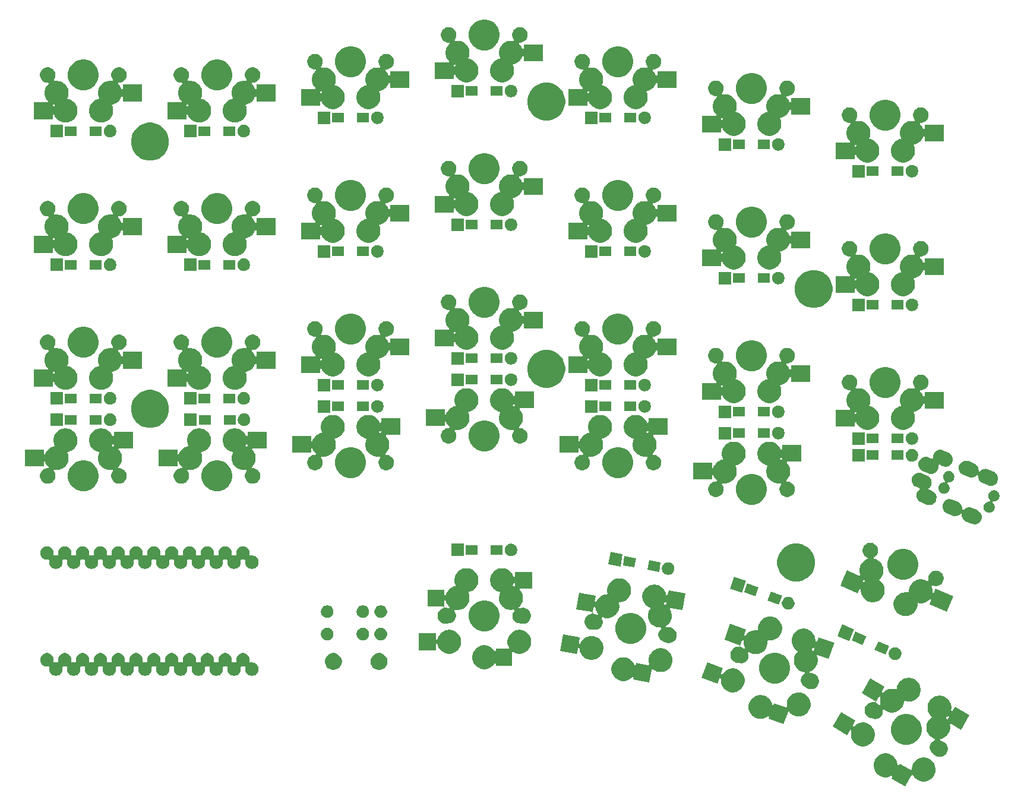
<source format=gbr>
G04 #@! TF.GenerationSoftware,KiCad,Pcbnew,(5.0.1-3-g963ef8bb5)*
G04 #@! TF.CreationDate,2018-11-28T19:35:09+09:00*
G04 #@! TF.ProjectId,Pinky,50696E6B792E6B696361645F70636200,rev?*
G04 #@! TF.SameCoordinates,Original*
G04 #@! TF.FileFunction,Soldermask,Bot*
G04 #@! TF.FilePolarity,Negative*
%FSLAX46Y46*%
G04 Gerber Fmt 4.6, Leading zero omitted, Abs format (unit mm)*
G04 Created by KiCad (PCBNEW (5.0.1-3-g963ef8bb5)) date Wednesday, 28 November 2018 at 19:35:09*
%MOMM*%
%LPD*%
G01*
G04 APERTURE LIST*
%ADD10C,0.100000*%
G04 APERTURE END LIST*
D10*
G36*
X164681513Y-146742187D02*
X164845872Y-146774880D01*
X165155252Y-146903029D01*
X165433687Y-147089073D01*
X165670477Y-147325863D01*
X165856521Y-147604298D01*
X165984670Y-147913678D01*
X165984670Y-147913679D01*
X166050000Y-148242113D01*
X166050000Y-148298557D01*
X166052402Y-148322943D01*
X166059515Y-148346392D01*
X166071066Y-148368003D01*
X166086612Y-148386945D01*
X166105554Y-148402491D01*
X166127165Y-148414042D01*
X166150614Y-148421155D01*
X166175000Y-148423557D01*
X166199386Y-148421155D01*
X166222835Y-148414042D01*
X166244446Y-148402491D01*
X166263388Y-148386945D01*
X166283253Y-148361057D01*
X166378942Y-148195319D01*
X167892627Y-149069246D01*
X167914947Y-149079359D01*
X167938811Y-149084924D01*
X167963302Y-149085725D01*
X167987479Y-149081734D01*
X168010413Y-149073102D01*
X168031222Y-149060162D01*
X168049107Y-149043411D01*
X168063380Y-149023493D01*
X168073493Y-149001173D01*
X168079058Y-148977309D01*
X168080127Y-148960993D01*
X168080127Y-148836857D01*
X168145457Y-148508423D01*
X168145457Y-148508422D01*
X168273606Y-148199042D01*
X168459650Y-147920607D01*
X168696440Y-147683817D01*
X168974875Y-147497773D01*
X169284255Y-147369624D01*
X169393734Y-147347847D01*
X169612690Y-147304294D01*
X169947564Y-147304294D01*
X170166520Y-147347847D01*
X170275999Y-147369624D01*
X170585379Y-147497773D01*
X170863814Y-147683817D01*
X171100604Y-147920607D01*
X171286648Y-148199042D01*
X171414797Y-148508422D01*
X171414797Y-148508423D01*
X171480127Y-148836857D01*
X171480127Y-149171731D01*
X171445598Y-149345320D01*
X171414797Y-149500166D01*
X171286648Y-149809546D01*
X171100604Y-150087981D01*
X170863814Y-150324771D01*
X170585379Y-150510815D01*
X170275999Y-150638964D01*
X170166520Y-150660741D01*
X169947564Y-150704294D01*
X169612690Y-150704294D01*
X169393734Y-150660741D01*
X169284255Y-150638964D01*
X168974875Y-150510815D01*
X168696440Y-150324771D01*
X168459650Y-150087981D01*
X168293637Y-149839525D01*
X168278097Y-149820590D01*
X168259155Y-149805044D01*
X168237544Y-149793493D01*
X168214095Y-149786380D01*
X168189709Y-149783978D01*
X168165323Y-149786380D01*
X168141874Y-149793493D01*
X168120263Y-149805044D01*
X168101321Y-149820590D01*
X168081457Y-149846477D01*
X168037153Y-149923213D01*
X167170800Y-151423781D01*
X165178942Y-150273781D01*
X165178942Y-150273780D01*
X165273711Y-150109636D01*
X165283820Y-150087324D01*
X165289385Y-150063460D01*
X165290186Y-150038969D01*
X165286195Y-150014792D01*
X165277563Y-149991858D01*
X165264623Y-149971049D01*
X165247872Y-149953164D01*
X165227954Y-149938891D01*
X165205634Y-149928778D01*
X165181770Y-149923213D01*
X165157279Y-149922412D01*
X165133102Y-149926403D01*
X165117620Y-149931659D01*
X164845872Y-150044220D01*
X164749146Y-150063460D01*
X164517437Y-150109550D01*
X164182563Y-150109550D01*
X163950854Y-150063460D01*
X163854128Y-150044220D01*
X163544748Y-149916071D01*
X163266313Y-149730027D01*
X163029523Y-149493237D01*
X162843479Y-149214802D01*
X162715330Y-148905422D01*
X162650000Y-148576985D01*
X162650000Y-148242115D01*
X162658568Y-148199042D01*
X162715330Y-147913679D01*
X162715330Y-147913678D01*
X162843479Y-147604298D01*
X163029523Y-147325863D01*
X163266313Y-147089073D01*
X163544748Y-146903029D01*
X163854128Y-146774880D01*
X164018487Y-146742187D01*
X164182563Y-146709550D01*
X164517437Y-146709550D01*
X164681513Y-146742187D01*
X164681513Y-146742187D01*
G37*
G36*
X172426098Y-138514144D02*
X172535577Y-138535921D01*
X172844957Y-138664070D01*
X173123392Y-138850114D01*
X173360182Y-139086904D01*
X173546226Y-139365339D01*
X173674375Y-139674719D01*
X173689419Y-139750350D01*
X173739705Y-140003154D01*
X173739705Y-140338028D01*
X173702882Y-140523151D01*
X173700480Y-140547537D01*
X173702882Y-140571923D01*
X173709995Y-140595373D01*
X173721546Y-140616983D01*
X173737092Y-140635925D01*
X173756034Y-140651471D01*
X173777645Y-140663022D01*
X173801094Y-140670135D01*
X173825480Y-140672537D01*
X173849866Y-140670135D01*
X173873316Y-140663022D01*
X173894926Y-140651471D01*
X173913868Y-140635925D01*
X173933733Y-140610037D01*
X174250511Y-140061360D01*
X176328973Y-141261360D01*
X175128973Y-143339822D01*
X173718956Y-142525749D01*
X173696636Y-142515636D01*
X173672772Y-142510071D01*
X173648281Y-142509270D01*
X173624104Y-142513261D01*
X173601170Y-142521893D01*
X173580361Y-142534833D01*
X173562476Y-142551584D01*
X173548203Y-142571502D01*
X173538090Y-142593822D01*
X173532525Y-142617686D01*
X173531724Y-142642177D01*
X173533858Y-142658388D01*
X173569557Y-142837858D01*
X173569557Y-143172732D01*
X173528270Y-143380296D01*
X173504227Y-143501167D01*
X173376078Y-143810547D01*
X173190034Y-144088982D01*
X172953244Y-144325772D01*
X172674809Y-144511816D01*
X172365429Y-144639965D01*
X172253700Y-144662189D01*
X172233617Y-144666184D01*
X172210167Y-144673297D01*
X172188557Y-144684848D01*
X172169615Y-144700394D01*
X172154069Y-144719336D01*
X172142518Y-144740947D01*
X172135405Y-144764396D01*
X172133003Y-144788782D01*
X172135405Y-144813168D01*
X172142518Y-144836618D01*
X172154069Y-144858228D01*
X172169615Y-144877170D01*
X172188557Y-144892716D01*
X172210168Y-144904267D01*
X172233616Y-144911380D01*
X172398583Y-144944194D01*
X172607868Y-145030883D01*
X172796225Y-145156739D01*
X172956401Y-145316915D01*
X173082257Y-145505272D01*
X173168946Y-145714557D01*
X173213140Y-145936734D01*
X173213140Y-146163266D01*
X173168946Y-146385443D01*
X173082257Y-146594728D01*
X172956401Y-146783085D01*
X172796225Y-146943261D01*
X172607868Y-147069117D01*
X172398583Y-147155806D01*
X172176406Y-147200000D01*
X171949874Y-147200000D01*
X171727697Y-147155806D01*
X171518412Y-147069117D01*
X171330055Y-146943261D01*
X171169877Y-146783083D01*
X171142551Y-146742187D01*
X171127006Y-146723245D01*
X171108069Y-146707704D01*
X171030073Y-146655589D01*
X170883820Y-146509336D01*
X170768911Y-146337362D01*
X170689759Y-146146274D01*
X170649409Y-145943416D01*
X170649409Y-145736584D01*
X170689759Y-145533726D01*
X170768911Y-145342638D01*
X170883820Y-145170664D01*
X171030073Y-145024411D01*
X171202047Y-144909502D01*
X171334435Y-144854665D01*
X171356033Y-144843120D01*
X171374975Y-144827574D01*
X171390521Y-144808632D01*
X171402072Y-144787021D01*
X171409185Y-144763572D01*
X171411587Y-144739186D01*
X171409185Y-144714800D01*
X171402072Y-144691350D01*
X171390521Y-144669740D01*
X171374975Y-144650798D01*
X171356033Y-144635252D01*
X171334429Y-144623704D01*
X171064305Y-144511816D01*
X170785870Y-144325772D01*
X170549080Y-144088982D01*
X170363036Y-143810547D01*
X170234887Y-143501167D01*
X170210844Y-143380296D01*
X170169557Y-143172732D01*
X170169557Y-142837858D01*
X170224270Y-142562797D01*
X170234887Y-142509423D01*
X170363036Y-142200043D01*
X170549080Y-141921608D01*
X170785870Y-141684818D01*
X170828792Y-141656138D01*
X172976339Y-141656138D01*
X172978741Y-141680524D01*
X172985854Y-141703973D01*
X172997405Y-141725584D01*
X173012946Y-141744520D01*
X173066268Y-141797842D01*
X173085204Y-141813383D01*
X173106815Y-141824934D01*
X173130264Y-141832047D01*
X173154650Y-141834449D01*
X173179036Y-141832047D01*
X173202485Y-141824934D01*
X173224096Y-141813383D01*
X173243038Y-141797837D01*
X173262903Y-141771949D01*
X173362436Y-141599552D01*
X173372549Y-141577232D01*
X173378114Y-141553368D01*
X173378915Y-141528876D01*
X173374924Y-141504699D01*
X173366292Y-141481766D01*
X173353352Y-141460957D01*
X173336601Y-141443072D01*
X173316683Y-141428799D01*
X173294363Y-141418686D01*
X173270499Y-141413121D01*
X173246007Y-141412320D01*
X173221830Y-141416311D01*
X173198897Y-141424943D01*
X173178088Y-141437883D01*
X173165803Y-141448657D01*
X173123392Y-141491068D01*
X173031883Y-141552212D01*
X173012951Y-141567750D01*
X172997405Y-141586692D01*
X172985854Y-141608302D01*
X172978741Y-141631752D01*
X172976339Y-141656138D01*
X170828792Y-141656138D01*
X170877379Y-141623674D01*
X170896311Y-141608136D01*
X170911857Y-141589194D01*
X170923408Y-141567584D01*
X170930521Y-141544134D01*
X170932923Y-141519748D01*
X170930521Y-141495362D01*
X170923408Y-141471913D01*
X170911857Y-141450302D01*
X170896316Y-141431366D01*
X170719228Y-141254278D01*
X170533184Y-140975843D01*
X170405035Y-140666463D01*
X170381379Y-140547537D01*
X170339705Y-140338028D01*
X170339705Y-140003154D01*
X170389991Y-139750350D01*
X170405035Y-139674719D01*
X170533184Y-139365339D01*
X170719228Y-139086904D01*
X170956018Y-138850114D01*
X171234453Y-138664070D01*
X171543833Y-138535921D01*
X171653312Y-138514144D01*
X171872268Y-138470591D01*
X172207142Y-138470591D01*
X172426098Y-138514144D01*
X172426098Y-138514144D01*
G37*
G36*
X160074425Y-142015063D02*
X159687858Y-142684617D01*
X159677745Y-142706937D01*
X159672180Y-142730801D01*
X159671379Y-142755292D01*
X159675370Y-142779469D01*
X159684002Y-142802403D01*
X159696942Y-142823212D01*
X159713693Y-142841097D01*
X159733611Y-142855370D01*
X159755931Y-142865483D01*
X159779795Y-142871048D01*
X159804286Y-142871849D01*
X159828463Y-142867858D01*
X159851397Y-142859226D01*
X159872206Y-142846286D01*
X159884491Y-142835512D01*
X160036186Y-142683817D01*
X160314621Y-142497773D01*
X160624001Y-142369624D01*
X160733480Y-142347847D01*
X160952436Y-142304294D01*
X161287310Y-142304294D01*
X161506266Y-142347847D01*
X161615745Y-142369624D01*
X161925125Y-142497773D01*
X162203560Y-142683817D01*
X162440350Y-142920607D01*
X162626394Y-143199042D01*
X162753248Y-143505296D01*
X162754543Y-143508423D01*
X162814640Y-143810547D01*
X162819873Y-143836859D01*
X162819873Y-144171729D01*
X162754543Y-144500166D01*
X162626394Y-144809546D01*
X162440350Y-145087981D01*
X162203560Y-145324771D01*
X161925125Y-145510815D01*
X161615745Y-145638964D01*
X161506266Y-145660741D01*
X161287310Y-145704294D01*
X160952436Y-145704294D01*
X160733480Y-145660741D01*
X160624001Y-145638964D01*
X160314621Y-145510815D01*
X160036186Y-145324771D01*
X159799396Y-145087981D01*
X159613352Y-144809546D01*
X159485203Y-144500166D01*
X159419873Y-144171729D01*
X159419873Y-143836859D01*
X159425107Y-143810547D01*
X159480974Y-143529682D01*
X159483376Y-143505296D01*
X159480974Y-143480910D01*
X159473861Y-143457461D01*
X159462310Y-143435850D01*
X159446764Y-143416908D01*
X159427822Y-143401362D01*
X159406211Y-143389811D01*
X159382762Y-143382698D01*
X159358376Y-143380296D01*
X159333990Y-143382698D01*
X159310541Y-143389811D01*
X159288930Y-143401362D01*
X159269988Y-143416908D01*
X159250123Y-143442796D01*
X158874425Y-144093525D01*
X156795963Y-142893525D01*
X157995963Y-140815063D01*
X160074425Y-142015063D01*
X160074425Y-142015063D01*
G37*
G36*
X167941716Y-141184544D02*
X168342090Y-141350384D01*
X168702421Y-141591150D01*
X169008850Y-141897579D01*
X169249616Y-142257910D01*
X169415456Y-142658284D01*
X169500000Y-143083317D01*
X169500000Y-143516683D01*
X169415456Y-143941716D01*
X169249616Y-144342090D01*
X169008850Y-144702421D01*
X168702421Y-145008850D01*
X168342090Y-145249616D01*
X167941716Y-145415456D01*
X167516683Y-145500000D01*
X167083317Y-145500000D01*
X166658284Y-145415456D01*
X166257910Y-145249616D01*
X165897579Y-145008850D01*
X165591150Y-144702421D01*
X165350384Y-144342090D01*
X165184544Y-143941716D01*
X165100000Y-143516683D01*
X165100000Y-143083317D01*
X165184544Y-142658284D01*
X165350384Y-142257910D01*
X165591150Y-141897579D01*
X165897579Y-141591150D01*
X166257910Y-141350384D01*
X166658284Y-141184544D01*
X167083317Y-141100000D01*
X167516683Y-141100000D01*
X167941716Y-141184544D01*
X167941716Y-141184544D01*
G37*
G36*
X152359382Y-138070516D02*
X152468861Y-138092293D01*
X152778241Y-138220442D01*
X153056676Y-138406486D01*
X153293466Y-138643276D01*
X153479510Y-138921711D01*
X153607659Y-139231091D01*
X153617176Y-139278936D01*
X153672989Y-139559526D01*
X153672989Y-139894400D01*
X153651875Y-140000545D01*
X153607659Y-140222835D01*
X153479510Y-140532215D01*
X153293466Y-140810650D01*
X153056676Y-141047440D01*
X152778241Y-141233484D01*
X152468861Y-141361633D01*
X152359382Y-141383410D01*
X152140426Y-141426963D01*
X151805552Y-141426963D01*
X151586596Y-141383410D01*
X151477117Y-141361633D01*
X151167737Y-141233484D01*
X150889302Y-141047440D01*
X150652512Y-140810650D01*
X150652510Y-140810647D01*
X150650972Y-140809109D01*
X150632030Y-140793563D01*
X150610419Y-140782012D01*
X150586970Y-140774899D01*
X150562584Y-140772497D01*
X150538198Y-140774899D01*
X150514749Y-140782012D01*
X150493138Y-140793563D01*
X150474196Y-140809109D01*
X150458650Y-140828051D01*
X150445126Y-140854737D01*
X149823442Y-142562797D01*
X147662149Y-141776151D01*
X147728322Y-141594343D01*
X147734403Y-141570612D01*
X147735739Y-141546145D01*
X147732276Y-141521886D01*
X147724147Y-141498770D01*
X147711664Y-141477683D01*
X147695307Y-141459437D01*
X147675705Y-141444733D01*
X147653611Y-141434135D01*
X147629873Y-141428052D01*
X147605406Y-141426716D01*
X147581147Y-141430179D01*
X147558031Y-141438308D01*
X147541424Y-141447656D01*
X147327333Y-141590707D01*
X147017953Y-141718856D01*
X146908474Y-141740633D01*
X146689518Y-141784186D01*
X146354644Y-141784186D01*
X146135688Y-141740633D01*
X146026209Y-141718856D01*
X145716829Y-141590707D01*
X145438394Y-141404663D01*
X145201604Y-141167873D01*
X145015560Y-140889438D01*
X144887411Y-140580058D01*
X144833203Y-140307535D01*
X144822081Y-140251623D01*
X144822081Y-139916749D01*
X144870224Y-139674719D01*
X144887411Y-139588314D01*
X145015560Y-139278934D01*
X145201604Y-139000499D01*
X145438394Y-138763709D01*
X145716829Y-138577665D01*
X146026209Y-138449516D01*
X146135688Y-138427739D01*
X146354644Y-138384186D01*
X146689518Y-138384186D01*
X146908474Y-138427739D01*
X147017953Y-138449516D01*
X147327333Y-138577665D01*
X147605768Y-138763709D01*
X147842558Y-139000499D01*
X148028602Y-139278934D01*
X148156751Y-139588314D01*
X148176175Y-139685963D01*
X148183286Y-139709407D01*
X148194837Y-139731018D01*
X148210382Y-139749960D01*
X148229324Y-139765505D01*
X148250935Y-139777057D01*
X148274384Y-139784170D01*
X148298770Y-139786572D01*
X148323157Y-139784170D01*
X148346606Y-139777057D01*
X148368217Y-139765506D01*
X148387159Y-139749961D01*
X148402704Y-139731019D01*
X148416233Y-139704325D01*
X148427008Y-139674720D01*
X148482998Y-139520889D01*
X150123936Y-140118141D01*
X150147665Y-140124222D01*
X150172132Y-140125558D01*
X150196391Y-140122095D01*
X150219507Y-140113965D01*
X150240594Y-140101483D01*
X150258840Y-140085126D01*
X150273544Y-140065524D01*
X150284142Y-140043430D01*
X150290225Y-140019692D01*
X150291561Y-139995225D01*
X150289278Y-139976291D01*
X150272989Y-139894400D01*
X150272989Y-139559526D01*
X150328802Y-139278936D01*
X150338319Y-139231091D01*
X150466468Y-138921711D01*
X150652512Y-138643276D01*
X150889302Y-138406486D01*
X151167737Y-138220442D01*
X151477117Y-138092293D01*
X151586596Y-138070516D01*
X151805552Y-138026963D01*
X152140426Y-138026963D01*
X152359382Y-138070516D01*
X152359382Y-138070516D01*
G37*
G36*
X168011841Y-135971191D02*
X168136167Y-135995921D01*
X168445547Y-136124070D01*
X168723982Y-136310114D01*
X168960772Y-136546904D01*
X169146816Y-136825339D01*
X169274965Y-137134719D01*
X169290151Y-137211064D01*
X169340295Y-137463154D01*
X169340295Y-137798028D01*
X169330296Y-137848296D01*
X169274965Y-138126463D01*
X169146816Y-138435843D01*
X168960772Y-138714278D01*
X168723982Y-138951068D01*
X168445547Y-139137112D01*
X168136167Y-139265261D01*
X168067428Y-139278934D01*
X167807732Y-139330591D01*
X167472858Y-139330591D01*
X167144426Y-139265262D01*
X167144424Y-139265261D01*
X167144423Y-139265261D01*
X167142312Y-139264387D01*
X167118871Y-139257275D01*
X167094485Y-139254873D01*
X167070099Y-139257274D01*
X167046650Y-139264387D01*
X167025038Y-139275938D01*
X167006096Y-139291482D01*
X166990550Y-139310424D01*
X166978998Y-139332035D01*
X166971884Y-139355487D01*
X166959943Y-139415516D01*
X166905113Y-139691167D01*
X166776964Y-140000547D01*
X166590920Y-140278982D01*
X166354130Y-140515772D01*
X166075695Y-140701816D01*
X165766315Y-140829965D01*
X165656836Y-140851742D01*
X165437880Y-140895295D01*
X165103006Y-140895295D01*
X164884050Y-140851742D01*
X164774571Y-140829965D01*
X164465191Y-140701816D01*
X164186756Y-140515772D01*
X164148357Y-140477373D01*
X164129421Y-140461832D01*
X164107810Y-140450281D01*
X164084361Y-140443168D01*
X164059975Y-140440766D01*
X164035589Y-140443168D01*
X164012140Y-140450281D01*
X163990529Y-140461832D01*
X163971587Y-140477378D01*
X163956041Y-140496320D01*
X163944490Y-140517931D01*
X163937377Y-140541380D01*
X163934975Y-140565766D01*
X163937377Y-140590150D01*
X163950591Y-140656584D01*
X163950591Y-140863416D01*
X163910241Y-141066274D01*
X163831089Y-141257362D01*
X163716180Y-141429336D01*
X163569927Y-141575589D01*
X163397953Y-141690498D01*
X163206865Y-141769650D01*
X163027832Y-141805261D01*
X163004008Y-141810000D01*
X162797174Y-141810000D01*
X162773350Y-141805261D01*
X162594317Y-141769650D01*
X162439912Y-141705693D01*
X162416476Y-141698584D01*
X162325683Y-141680524D01*
X162201417Y-141655806D01*
X162086733Y-141608302D01*
X161992132Y-141569117D01*
X161803775Y-141443261D01*
X161643599Y-141283085D01*
X161517743Y-141094728D01*
X161431054Y-140885443D01*
X161386860Y-140663266D01*
X161386860Y-140436734D01*
X161431054Y-140214557D01*
X161517743Y-140005272D01*
X161643599Y-139816915D01*
X161803775Y-139656739D01*
X161992132Y-139530883D01*
X162201417Y-139444194D01*
X162423594Y-139400000D01*
X162650126Y-139400000D01*
X162690771Y-139408085D01*
X162784602Y-139426749D01*
X162808987Y-139429151D01*
X162833373Y-139426749D01*
X162856822Y-139419636D01*
X162864530Y-139415516D01*
X162985241Y-139415516D01*
X162989232Y-139439693D01*
X162997864Y-139462627D01*
X163010804Y-139483436D01*
X163027555Y-139501321D01*
X163047473Y-139515594D01*
X163062136Y-139522825D01*
X163081587Y-139530882D01*
X163269945Y-139656739D01*
X163426684Y-139813478D01*
X163445626Y-139829024D01*
X163467237Y-139840575D01*
X163490686Y-139847688D01*
X163515072Y-139850090D01*
X163539458Y-139847688D01*
X163562907Y-139840575D01*
X163584518Y-139829024D01*
X163603460Y-139813478D01*
X163619006Y-139794536D01*
X163630557Y-139772925D01*
X163637670Y-139749476D01*
X163640072Y-139725090D01*
X163637670Y-139700704D01*
X163570443Y-139362732D01*
X163570443Y-139027858D01*
X163625474Y-138751198D01*
X163627876Y-138726812D01*
X163625474Y-138702426D01*
X163618361Y-138678977D01*
X163606810Y-138657366D01*
X163591264Y-138638424D01*
X163572322Y-138622878D01*
X163550711Y-138611327D01*
X163527262Y-138604214D01*
X163502876Y-138601812D01*
X163478490Y-138604214D01*
X163455041Y-138611327D01*
X163433430Y-138622878D01*
X163414488Y-138638424D01*
X163394623Y-138664312D01*
X163001720Y-139344841D01*
X162991607Y-139367161D01*
X162986042Y-139391025D01*
X162985241Y-139415516D01*
X162864530Y-139415516D01*
X162878433Y-139408085D01*
X162897375Y-139392540D01*
X162912921Y-139373598D01*
X162924472Y-139351987D01*
X162931585Y-139328538D01*
X162933987Y-139304151D01*
X162931585Y-139279765D01*
X162924472Y-139256316D01*
X162912921Y-139234705D01*
X162897376Y-139215763D01*
X162871487Y-139195898D01*
X160955194Y-138089526D01*
X162155194Y-136011064D01*
X164233656Y-137211064D01*
X163865750Y-137848296D01*
X163855637Y-137870616D01*
X163850072Y-137894480D01*
X163849271Y-137918971D01*
X163853262Y-137943148D01*
X163861894Y-137966082D01*
X163874834Y-137986891D01*
X163891585Y-138004776D01*
X163911503Y-138019049D01*
X163933823Y-138029162D01*
X163957687Y-138034727D01*
X163982178Y-138035528D01*
X164006355Y-138031537D01*
X164029289Y-138022905D01*
X164050098Y-138009965D01*
X164062383Y-137999191D01*
X164186756Y-137874818D01*
X164465191Y-137688774D01*
X164774571Y-137560625D01*
X164906393Y-137534404D01*
X165103006Y-137495295D01*
X165437880Y-137495295D01*
X165766312Y-137560624D01*
X165766314Y-137560625D01*
X165766315Y-137560625D01*
X165768426Y-137561499D01*
X165791867Y-137568611D01*
X165816253Y-137571013D01*
X165840639Y-137568612D01*
X165864088Y-137561499D01*
X165885700Y-137549948D01*
X165904642Y-137534404D01*
X165920188Y-137515462D01*
X165931740Y-137493851D01*
X165938854Y-137470399D01*
X165990439Y-137211064D01*
X166005625Y-137134719D01*
X166133774Y-136825339D01*
X166319818Y-136546904D01*
X166556608Y-136310114D01*
X166835043Y-136124070D01*
X167144423Y-135995921D01*
X167268749Y-135971191D01*
X167472858Y-135930591D01*
X167807732Y-135930591D01*
X168011841Y-135971191D01*
X168011841Y-135971191D01*
G37*
G36*
X141201070Y-134529293D02*
X141201070Y-134529294D01*
X140935790Y-135258144D01*
X140929707Y-135281881D01*
X140928371Y-135306348D01*
X140931834Y-135330607D01*
X140939964Y-135353723D01*
X140952446Y-135374810D01*
X140968803Y-135393056D01*
X140988405Y-135407760D01*
X141010500Y-135418358D01*
X141034237Y-135424441D01*
X141058704Y-135425777D01*
X141082963Y-135422314D01*
X141106079Y-135414184D01*
X141127166Y-135401702D01*
X141145412Y-135385345D01*
X141157176Y-135370355D01*
X141255585Y-135223075D01*
X141492375Y-134986285D01*
X141770810Y-134800241D01*
X142080190Y-134672092D01*
X142189669Y-134650315D01*
X142408625Y-134606762D01*
X142743499Y-134606762D01*
X142962455Y-134650315D01*
X143071934Y-134672092D01*
X143381314Y-134800241D01*
X143659749Y-134986285D01*
X143896539Y-135223075D01*
X144082583Y-135501510D01*
X144210732Y-135810890D01*
X144217973Y-135847292D01*
X144276062Y-136139325D01*
X144276062Y-136474199D01*
X144232509Y-136693155D01*
X144210732Y-136802634D01*
X144082583Y-137112014D01*
X143896539Y-137390449D01*
X143659749Y-137627239D01*
X143381314Y-137813283D01*
X143071934Y-137941432D01*
X142962455Y-137963209D01*
X142743499Y-138006762D01*
X142408625Y-138006762D01*
X142189669Y-137963209D01*
X142080190Y-137941432D01*
X141770810Y-137813283D01*
X141492375Y-137627239D01*
X141255585Y-137390449D01*
X141069541Y-137112014D01*
X140941392Y-136802634D01*
X140919615Y-136693155D01*
X140876062Y-136474199D01*
X140876062Y-136131156D01*
X140873660Y-136106770D01*
X140866547Y-136083321D01*
X140854996Y-136061710D01*
X140839450Y-136042768D01*
X140820508Y-136027222D01*
X140798897Y-136015671D01*
X140775448Y-136008558D01*
X140751062Y-136006156D01*
X140726676Y-136008558D01*
X140703227Y-136015671D01*
X140681616Y-136027222D01*
X140662674Y-136042768D01*
X140647128Y-136061710D01*
X140633602Y-136088399D01*
X140380222Y-136784555D01*
X138124960Y-135963707D01*
X138945808Y-133708445D01*
X141201070Y-134529293D01*
X141201070Y-134529293D01*
G37*
G36*
X153025185Y-128973576D02*
X153160154Y-129000423D01*
X153469534Y-129128572D01*
X153747969Y-129314616D01*
X153984759Y-129551406D01*
X154170803Y-129829841D01*
X154298952Y-130139221D01*
X154314643Y-130218104D01*
X154364282Y-130467656D01*
X154364282Y-130693746D01*
X154366684Y-130718132D01*
X154373797Y-130741581D01*
X154385348Y-130763192D01*
X154400894Y-130782134D01*
X154419836Y-130797680D01*
X154441447Y-130809231D01*
X154464896Y-130816344D01*
X154489282Y-130818746D01*
X154513668Y-130816344D01*
X154537117Y-130809231D01*
X154558728Y-130797680D01*
X154577670Y-130782134D01*
X154593216Y-130763192D01*
X154606742Y-130736503D01*
X154822534Y-130143619D01*
X157077796Y-130964467D01*
X156256948Y-133219729D01*
X154727101Y-132662911D01*
X154703373Y-132656830D01*
X154678906Y-132655494D01*
X154654647Y-132658957D01*
X154631531Y-132667087D01*
X154610444Y-132679569D01*
X154592198Y-132695926D01*
X154577494Y-132715528D01*
X154566896Y-132737622D01*
X154560813Y-132761360D01*
X154559477Y-132785827D01*
X154562940Y-132810086D01*
X154568872Y-132828208D01*
X154605303Y-132916159D01*
X154623630Y-132960406D01*
X154688960Y-133288840D01*
X154688960Y-133623714D01*
X154650060Y-133819278D01*
X154623630Y-133952149D01*
X154495481Y-134261529D01*
X154309437Y-134539964D01*
X154072647Y-134776754D01*
X153794212Y-134962798D01*
X153630455Y-135030628D01*
X153608848Y-135042177D01*
X153589906Y-135057723D01*
X153574360Y-135076665D01*
X153562809Y-135098276D01*
X153555696Y-135121725D01*
X153553294Y-135146111D01*
X153555696Y-135170497D01*
X153562809Y-135193946D01*
X153574360Y-135215557D01*
X153589906Y-135234499D01*
X153608848Y-135250045D01*
X153630459Y-135261596D01*
X153653908Y-135268709D01*
X153678294Y-135271111D01*
X153821575Y-135271111D01*
X154043752Y-135315305D01*
X154253037Y-135401994D01*
X154441394Y-135527850D01*
X154601570Y-135688026D01*
X154727426Y-135876383D01*
X154814115Y-136085668D01*
X154858309Y-136307845D01*
X154858309Y-136534377D01*
X154814115Y-136756554D01*
X154727426Y-136965839D01*
X154601570Y-137154196D01*
X154441394Y-137314372D01*
X154253037Y-137440228D01*
X154043752Y-137526917D01*
X153821575Y-137571111D01*
X153595043Y-137571111D01*
X153372866Y-137526917D01*
X153163581Y-137440228D01*
X152975224Y-137314372D01*
X152923541Y-137262689D01*
X152904599Y-137247143D01*
X152883000Y-137235598D01*
X152816277Y-137207960D01*
X152644303Y-137093051D01*
X152498050Y-136946798D01*
X152383141Y-136774824D01*
X152303989Y-136583736D01*
X152263639Y-136380878D01*
X152263639Y-136174046D01*
X152303989Y-135971188D01*
X152383141Y-135780100D01*
X152498050Y-135608126D01*
X152644303Y-135461873D01*
X152786483Y-135366871D01*
X152805421Y-135351329D01*
X152820967Y-135332387D01*
X152832518Y-135310776D01*
X152839631Y-135287327D01*
X152842033Y-135262941D01*
X152839631Y-135238555D01*
X152832518Y-135215106D01*
X152820967Y-135193495D01*
X152805421Y-135174553D01*
X152786479Y-135159007D01*
X152764868Y-135147456D01*
X152741419Y-135140343D01*
X152599080Y-135112030D01*
X152493088Y-135090947D01*
X152183708Y-134962798D01*
X151905273Y-134776754D01*
X151668483Y-134539964D01*
X151482439Y-134261529D01*
X151354290Y-133952149D01*
X151327860Y-133819278D01*
X151288960Y-133623714D01*
X151288960Y-133288840D01*
X151354290Y-132960406D01*
X151354290Y-132960405D01*
X151482439Y-132651025D01*
X151668483Y-132372590D01*
X151775570Y-132265503D01*
X151791111Y-132246567D01*
X151802662Y-132224956D01*
X151809775Y-132201507D01*
X151812177Y-132177121D01*
X151809775Y-132152735D01*
X151802662Y-132129286D01*
X151791111Y-132107675D01*
X151775565Y-132088733D01*
X151756629Y-132073192D01*
X151580595Y-131955570D01*
X151539274Y-131914249D01*
X153841065Y-131914249D01*
X153843467Y-131938635D01*
X153850580Y-131962084D01*
X153862131Y-131983695D01*
X153877677Y-132002637D01*
X153896607Y-132018174D01*
X153960171Y-132060646D01*
X153981767Y-132072189D01*
X154005216Y-132079302D01*
X154029603Y-132081704D01*
X154053989Y-132079302D01*
X154077438Y-132072189D01*
X154099049Y-132060638D01*
X154117991Y-132045093D01*
X154133537Y-132026151D01*
X154147065Y-131999456D01*
X154152802Y-131983695D01*
X154211057Y-131823638D01*
X154217140Y-131799902D01*
X154218476Y-131775434D01*
X154215013Y-131751176D01*
X154206883Y-131728060D01*
X154194401Y-131706973D01*
X154178044Y-131688727D01*
X154158442Y-131674023D01*
X154136347Y-131663425D01*
X154112610Y-131657342D01*
X154088142Y-131656006D01*
X154063884Y-131659469D01*
X154040768Y-131667599D01*
X154019681Y-131680081D01*
X154001435Y-131696438D01*
X153989668Y-131711433D01*
X153984759Y-131718780D01*
X153877672Y-131825867D01*
X153862131Y-131844803D01*
X153850580Y-131866414D01*
X153843467Y-131889863D01*
X153841065Y-131914249D01*
X151539274Y-131914249D01*
X151343805Y-131718780D01*
X151157761Y-131440345D01*
X151029612Y-131130965D01*
X150997084Y-130967435D01*
X150964282Y-130802530D01*
X150964282Y-130467656D01*
X151013921Y-130218104D01*
X151029612Y-130139221D01*
X151157761Y-129829841D01*
X151343805Y-129551406D01*
X151580595Y-129314616D01*
X151859030Y-129128572D01*
X152168410Y-129000423D01*
X152303379Y-128973576D01*
X152496845Y-128935093D01*
X152831719Y-128935093D01*
X153025185Y-128973576D01*
X153025185Y-128973576D01*
G37*
G36*
X149181716Y-132424544D02*
X149582090Y-132590384D01*
X149942421Y-132831150D01*
X150248850Y-133137579D01*
X150489616Y-133497910D01*
X150655456Y-133898284D01*
X150740000Y-134323317D01*
X150740000Y-134756683D01*
X150655456Y-135181716D01*
X150489616Y-135582090D01*
X150248850Y-135942421D01*
X149942421Y-136248850D01*
X149582090Y-136489616D01*
X149181716Y-136655456D01*
X148756683Y-136740000D01*
X148323317Y-136740000D01*
X147898284Y-136655456D01*
X147497910Y-136489616D01*
X147137579Y-136248850D01*
X146831150Y-135942421D01*
X146590384Y-135582090D01*
X146424544Y-135181716D01*
X146340000Y-134756683D01*
X146340000Y-134323317D01*
X146424544Y-133898284D01*
X146590384Y-133497910D01*
X146831150Y-133137579D01*
X147137579Y-132831150D01*
X147497910Y-132590384D01*
X147898284Y-132424544D01*
X148323317Y-132340000D01*
X148756683Y-132340000D01*
X149181716Y-132424544D01*
X149181716Y-132424544D01*
G37*
G36*
X132611943Y-131744446D02*
X132777413Y-131777360D01*
X133086793Y-131905509D01*
X133365228Y-132091553D01*
X133602018Y-132328343D01*
X133788062Y-132606778D01*
X133916211Y-132916158D01*
X133916211Y-132916159D01*
X133981541Y-133244593D01*
X133981541Y-133579467D01*
X133955065Y-133712568D01*
X133916211Y-133907902D01*
X133788062Y-134217282D01*
X133602018Y-134495717D01*
X133365228Y-134732507D01*
X133086793Y-134918551D01*
X132777413Y-135046700D01*
X132721996Y-135057723D01*
X132448978Y-135112030D01*
X132114104Y-135112030D01*
X131841086Y-135057723D01*
X131785669Y-135046700D01*
X131476289Y-134918551D01*
X131197854Y-134732507D01*
X131184573Y-134719226D01*
X131165637Y-134703685D01*
X131144026Y-134692134D01*
X131120577Y-134685021D01*
X131096191Y-134682619D01*
X131071805Y-134685021D01*
X131048356Y-134692134D01*
X131026745Y-134703685D01*
X131007803Y-134719231D01*
X130992257Y-134738173D01*
X130980706Y-134759784D01*
X130973090Y-134785913D01*
X130720770Y-136216887D01*
X130657088Y-136578046D01*
X128392030Y-136178655D01*
X128415991Y-136042768D01*
X128426089Y-135985495D01*
X128427958Y-135961066D01*
X128425025Y-135936738D01*
X128417402Y-135913450D01*
X128405382Y-135892096D01*
X128389427Y-135873498D01*
X128370151Y-135858369D01*
X128348293Y-135847292D01*
X128324694Y-135840692D01*
X128300261Y-135838823D01*
X128275933Y-135841756D01*
X128252645Y-135849379D01*
X128231291Y-135861399D01*
X128214606Y-135875400D01*
X128059163Y-136030843D01*
X127780728Y-136216887D01*
X127471348Y-136345036D01*
X127361869Y-136366813D01*
X127142913Y-136410366D01*
X126808039Y-136410366D01*
X126589083Y-136366813D01*
X126479604Y-136345036D01*
X126170224Y-136216887D01*
X125891789Y-136030843D01*
X125654999Y-135794053D01*
X125468955Y-135515618D01*
X125340806Y-135206238D01*
X125292383Y-134962798D01*
X125275476Y-134877803D01*
X125275476Y-134542929D01*
X125336862Y-134234321D01*
X125340806Y-134214494D01*
X125468955Y-133905114D01*
X125654999Y-133626679D01*
X125891789Y-133389889D01*
X126170224Y-133203845D01*
X126479604Y-133075696D01*
X126589083Y-133053919D01*
X126808039Y-133010366D01*
X127142913Y-133010366D01*
X127361869Y-133053919D01*
X127471348Y-133075696D01*
X127780728Y-133203845D01*
X128059163Y-133389889D01*
X128295953Y-133626679D01*
X128481997Y-133905114D01*
X128535965Y-134035405D01*
X128547515Y-134057015D01*
X128563061Y-134075957D01*
X128582003Y-134091503D01*
X128603613Y-134103054D01*
X128627063Y-134110167D01*
X128651449Y-134112569D01*
X128675835Y-134110167D01*
X128699284Y-134103054D01*
X128720895Y-134091503D01*
X128739837Y-134075957D01*
X128755383Y-134057015D01*
X128766934Y-134035405D01*
X128774550Y-134009275D01*
X128808786Y-133815116D01*
X130525853Y-134117881D01*
X130550286Y-134119750D01*
X130574614Y-134116817D01*
X130597902Y-134109194D01*
X130619256Y-134097174D01*
X130637855Y-134081219D01*
X130652983Y-134061942D01*
X130664060Y-134040085D01*
X130670660Y-134016486D01*
X130672529Y-133992053D01*
X130669596Y-133967725D01*
X130663045Y-133946950D01*
X130646871Y-133907902D01*
X130611109Y-133728113D01*
X130581541Y-133579467D01*
X130581541Y-133244593D01*
X130646871Y-132916159D01*
X130646871Y-132916158D01*
X130775020Y-132606778D01*
X130961064Y-132328343D01*
X131197854Y-132091553D01*
X131476289Y-131905509D01*
X131785669Y-131777360D01*
X131951139Y-131744446D01*
X132114104Y-131712030D01*
X132448978Y-131712030D01*
X132611943Y-131744446D01*
X132611943Y-131744446D01*
G37*
G36*
X45102603Y-132438568D02*
X45102606Y-132438569D01*
X45102605Y-132438569D01*
X45277678Y-132511086D01*
X45315823Y-132536574D01*
X45435241Y-132616367D01*
X45569233Y-132750359D01*
X45592932Y-132785827D01*
X45674514Y-132907922D01*
X45696253Y-132960405D01*
X45747032Y-133082997D01*
X45784000Y-133268850D01*
X45784000Y-133458350D01*
X45755866Y-133599793D01*
X45753464Y-133624180D01*
X45755866Y-133648566D01*
X45762979Y-133672015D01*
X45774531Y-133693626D01*
X45790076Y-133712568D01*
X45809018Y-133728113D01*
X45830629Y-133739664D01*
X45854078Y-133746777D01*
X45878465Y-133749179D01*
X45902850Y-133746777D01*
X45997250Y-133728000D01*
X46186750Y-133728000D01*
X46281150Y-133746777D01*
X46305536Y-133749179D01*
X46329923Y-133746777D01*
X46353372Y-133739664D01*
X46374983Y-133728112D01*
X46393925Y-133712567D01*
X46409470Y-133693625D01*
X46421021Y-133672014D01*
X46428134Y-133648565D01*
X46430536Y-133624179D01*
X46428134Y-133599793D01*
X46400000Y-133458350D01*
X46400000Y-133268850D01*
X46436968Y-133082997D01*
X46487747Y-132960405D01*
X46509486Y-132907922D01*
X46591068Y-132785827D01*
X46614767Y-132750359D01*
X46748759Y-132616367D01*
X46868177Y-132536574D01*
X46906322Y-132511086D01*
X47081395Y-132438569D01*
X47081394Y-132438569D01*
X47081397Y-132438568D01*
X47267250Y-132401600D01*
X47456750Y-132401600D01*
X47642603Y-132438568D01*
X47642606Y-132438569D01*
X47642605Y-132438569D01*
X47817678Y-132511086D01*
X47855823Y-132536574D01*
X47975241Y-132616367D01*
X48109233Y-132750359D01*
X48132932Y-132785827D01*
X48214514Y-132907922D01*
X48236253Y-132960405D01*
X48287032Y-133082997D01*
X48324000Y-133268850D01*
X48324000Y-133458350D01*
X48295866Y-133599793D01*
X48293464Y-133624180D01*
X48295866Y-133648566D01*
X48302979Y-133672015D01*
X48314531Y-133693626D01*
X48330076Y-133712568D01*
X48349018Y-133728113D01*
X48370629Y-133739664D01*
X48394078Y-133746777D01*
X48418465Y-133749179D01*
X48442850Y-133746777D01*
X48537250Y-133728000D01*
X48726750Y-133728000D01*
X48821150Y-133746777D01*
X48845536Y-133749179D01*
X48869923Y-133746777D01*
X48893372Y-133739664D01*
X48914983Y-133728112D01*
X48933925Y-133712567D01*
X48949470Y-133693625D01*
X48961021Y-133672014D01*
X48968134Y-133648565D01*
X48970536Y-133624179D01*
X48968134Y-133599793D01*
X48940000Y-133458350D01*
X48940000Y-133268850D01*
X48976968Y-133082997D01*
X49027747Y-132960405D01*
X49049486Y-132907922D01*
X49131068Y-132785827D01*
X49154767Y-132750359D01*
X49288759Y-132616367D01*
X49408177Y-132536574D01*
X49446322Y-132511086D01*
X49621395Y-132438569D01*
X49621394Y-132438569D01*
X49621397Y-132438568D01*
X49807250Y-132401600D01*
X49996750Y-132401600D01*
X50182603Y-132438568D01*
X50182606Y-132438569D01*
X50182605Y-132438569D01*
X50357678Y-132511086D01*
X50395823Y-132536574D01*
X50515241Y-132616367D01*
X50649233Y-132750359D01*
X50672932Y-132785827D01*
X50754514Y-132907922D01*
X50776253Y-132960405D01*
X50827032Y-133082997D01*
X50864000Y-133268850D01*
X50864000Y-133458350D01*
X50835866Y-133599793D01*
X50833464Y-133624180D01*
X50835866Y-133648566D01*
X50842979Y-133672015D01*
X50854531Y-133693626D01*
X50870076Y-133712568D01*
X50889018Y-133728113D01*
X50910629Y-133739664D01*
X50934078Y-133746777D01*
X50958465Y-133749179D01*
X50982850Y-133746777D01*
X51077250Y-133728000D01*
X51266750Y-133728000D01*
X51361150Y-133746777D01*
X51385536Y-133749179D01*
X51409923Y-133746777D01*
X51433372Y-133739664D01*
X51454983Y-133728112D01*
X51473925Y-133712567D01*
X51489470Y-133693625D01*
X51501021Y-133672014D01*
X51508134Y-133648565D01*
X51510536Y-133624179D01*
X51508134Y-133599793D01*
X51480000Y-133458350D01*
X51480000Y-133268850D01*
X51516968Y-133082997D01*
X51567747Y-132960405D01*
X51589486Y-132907922D01*
X51671068Y-132785827D01*
X51694767Y-132750359D01*
X51828759Y-132616367D01*
X51948177Y-132536574D01*
X51986322Y-132511086D01*
X52161395Y-132438569D01*
X52161394Y-132438569D01*
X52161397Y-132438568D01*
X52347250Y-132401600D01*
X52536750Y-132401600D01*
X52722603Y-132438568D01*
X52722606Y-132438569D01*
X52722605Y-132438569D01*
X52897678Y-132511086D01*
X52935823Y-132536574D01*
X53055241Y-132616367D01*
X53189233Y-132750359D01*
X53212932Y-132785827D01*
X53294514Y-132907922D01*
X53316253Y-132960405D01*
X53367032Y-133082997D01*
X53404000Y-133268850D01*
X53404000Y-133458350D01*
X53375866Y-133599793D01*
X53373464Y-133624180D01*
X53375866Y-133648566D01*
X53382979Y-133672015D01*
X53394531Y-133693626D01*
X53410076Y-133712568D01*
X53429018Y-133728113D01*
X53450629Y-133739664D01*
X53474078Y-133746777D01*
X53498465Y-133749179D01*
X53522850Y-133746777D01*
X53617250Y-133728000D01*
X53806750Y-133728000D01*
X53901150Y-133746777D01*
X53925536Y-133749179D01*
X53949923Y-133746777D01*
X53973372Y-133739664D01*
X53994983Y-133728112D01*
X54013925Y-133712567D01*
X54029470Y-133693625D01*
X54041021Y-133672014D01*
X54048134Y-133648565D01*
X54050536Y-133624179D01*
X54048134Y-133599793D01*
X54020000Y-133458350D01*
X54020000Y-133268850D01*
X54056968Y-133082997D01*
X54107747Y-132960405D01*
X54129486Y-132907922D01*
X54211068Y-132785827D01*
X54234767Y-132750359D01*
X54368759Y-132616367D01*
X54488177Y-132536574D01*
X54526322Y-132511086D01*
X54701395Y-132438569D01*
X54701394Y-132438569D01*
X54701397Y-132438568D01*
X54887250Y-132401600D01*
X55076750Y-132401600D01*
X55262603Y-132438568D01*
X55262606Y-132438569D01*
X55262605Y-132438569D01*
X55437678Y-132511086D01*
X55475823Y-132536574D01*
X55595241Y-132616367D01*
X55729233Y-132750359D01*
X55752932Y-132785827D01*
X55834514Y-132907922D01*
X55856253Y-132960405D01*
X55907032Y-133082997D01*
X55944000Y-133268850D01*
X55944000Y-133458350D01*
X55915866Y-133599793D01*
X55913464Y-133624180D01*
X55915866Y-133648566D01*
X55922979Y-133672015D01*
X55934531Y-133693626D01*
X55950076Y-133712568D01*
X55969018Y-133728113D01*
X55990629Y-133739664D01*
X56014078Y-133746777D01*
X56038465Y-133749179D01*
X56062850Y-133746777D01*
X56157250Y-133728000D01*
X56346750Y-133728000D01*
X56441150Y-133746777D01*
X56465536Y-133749179D01*
X56489923Y-133746777D01*
X56513372Y-133739664D01*
X56534983Y-133728112D01*
X56553925Y-133712567D01*
X56569470Y-133693625D01*
X56581021Y-133672014D01*
X56588134Y-133648565D01*
X56590536Y-133624179D01*
X56588134Y-133599793D01*
X56560000Y-133458350D01*
X56560000Y-133268850D01*
X56596968Y-133082997D01*
X56647747Y-132960405D01*
X56669486Y-132907922D01*
X56751068Y-132785827D01*
X56774767Y-132750359D01*
X56908759Y-132616367D01*
X57028177Y-132536574D01*
X57066322Y-132511086D01*
X57241395Y-132438569D01*
X57241394Y-132438569D01*
X57241397Y-132438568D01*
X57427250Y-132401600D01*
X57616750Y-132401600D01*
X57802603Y-132438568D01*
X57802606Y-132438569D01*
X57802605Y-132438569D01*
X57977678Y-132511086D01*
X58015823Y-132536574D01*
X58135241Y-132616367D01*
X58269233Y-132750359D01*
X58292932Y-132785827D01*
X58374514Y-132907922D01*
X58396253Y-132960405D01*
X58447032Y-133082997D01*
X58484000Y-133268850D01*
X58484000Y-133458350D01*
X58455866Y-133599793D01*
X58453464Y-133624180D01*
X58455866Y-133648566D01*
X58462979Y-133672015D01*
X58474531Y-133693626D01*
X58490076Y-133712568D01*
X58509018Y-133728113D01*
X58530629Y-133739664D01*
X58554078Y-133746777D01*
X58578465Y-133749179D01*
X58602850Y-133746777D01*
X58697250Y-133728000D01*
X58886750Y-133728000D01*
X58981150Y-133746777D01*
X59005536Y-133749179D01*
X59029923Y-133746777D01*
X59053372Y-133739664D01*
X59074983Y-133728112D01*
X59093925Y-133712567D01*
X59109470Y-133693625D01*
X59121021Y-133672014D01*
X59128134Y-133648565D01*
X59130536Y-133624179D01*
X59128134Y-133599793D01*
X59100000Y-133458350D01*
X59100000Y-133268850D01*
X59136968Y-133082997D01*
X59187747Y-132960405D01*
X59209486Y-132907922D01*
X59291068Y-132785827D01*
X59314767Y-132750359D01*
X59448759Y-132616367D01*
X59568177Y-132536574D01*
X59606322Y-132511086D01*
X59781395Y-132438569D01*
X59781394Y-132438569D01*
X59781397Y-132438568D01*
X59967250Y-132401600D01*
X60156750Y-132401600D01*
X60342603Y-132438568D01*
X60342606Y-132438569D01*
X60342605Y-132438569D01*
X60517678Y-132511086D01*
X60555823Y-132536574D01*
X60675241Y-132616367D01*
X60809233Y-132750359D01*
X60832932Y-132785827D01*
X60914514Y-132907922D01*
X60936253Y-132960405D01*
X60987032Y-133082997D01*
X61024000Y-133268850D01*
X61024000Y-133458350D01*
X60995866Y-133599793D01*
X60993464Y-133624180D01*
X60995866Y-133648566D01*
X61002979Y-133672015D01*
X61014531Y-133693626D01*
X61030076Y-133712568D01*
X61049018Y-133728113D01*
X61070629Y-133739664D01*
X61094078Y-133746777D01*
X61118465Y-133749179D01*
X61142850Y-133746777D01*
X61237250Y-133728000D01*
X61426750Y-133728000D01*
X61521150Y-133746777D01*
X61545536Y-133749179D01*
X61569923Y-133746777D01*
X61593372Y-133739664D01*
X61614983Y-133728112D01*
X61633925Y-133712567D01*
X61649470Y-133693625D01*
X61661021Y-133672014D01*
X61668134Y-133648565D01*
X61670536Y-133624179D01*
X61668134Y-133599793D01*
X61640000Y-133458350D01*
X61640000Y-133268850D01*
X61676968Y-133082997D01*
X61727747Y-132960405D01*
X61749486Y-132907922D01*
X61831068Y-132785827D01*
X61854767Y-132750359D01*
X61988759Y-132616367D01*
X62108177Y-132536574D01*
X62146322Y-132511086D01*
X62321395Y-132438569D01*
X62321394Y-132438569D01*
X62321397Y-132438568D01*
X62507250Y-132401600D01*
X62696750Y-132401600D01*
X62882603Y-132438568D01*
X62882606Y-132438569D01*
X62882605Y-132438569D01*
X63057678Y-132511086D01*
X63095823Y-132536574D01*
X63215241Y-132616367D01*
X63349233Y-132750359D01*
X63372932Y-132785827D01*
X63454514Y-132907922D01*
X63476253Y-132960405D01*
X63527032Y-133082997D01*
X63564000Y-133268850D01*
X63564000Y-133458350D01*
X63535866Y-133599793D01*
X63533464Y-133624180D01*
X63535866Y-133648566D01*
X63542979Y-133672015D01*
X63554531Y-133693626D01*
X63570076Y-133712568D01*
X63589018Y-133728113D01*
X63610629Y-133739664D01*
X63634078Y-133746777D01*
X63658465Y-133749179D01*
X63682850Y-133746777D01*
X63777250Y-133728000D01*
X63966750Y-133728000D01*
X64061150Y-133746777D01*
X64085536Y-133749179D01*
X64109923Y-133746777D01*
X64133372Y-133739664D01*
X64154983Y-133728112D01*
X64173925Y-133712567D01*
X64189470Y-133693625D01*
X64201021Y-133672014D01*
X64208134Y-133648565D01*
X64210536Y-133624179D01*
X64208134Y-133599793D01*
X64180000Y-133458350D01*
X64180000Y-133268850D01*
X64216968Y-133082997D01*
X64267747Y-132960405D01*
X64289486Y-132907922D01*
X64371068Y-132785827D01*
X64394767Y-132750359D01*
X64528759Y-132616367D01*
X64648177Y-132536574D01*
X64686322Y-132511086D01*
X64861395Y-132438569D01*
X64861394Y-132438569D01*
X64861397Y-132438568D01*
X65047250Y-132401600D01*
X65236750Y-132401600D01*
X65422603Y-132438568D01*
X65422606Y-132438569D01*
X65422605Y-132438569D01*
X65597678Y-132511086D01*
X65635823Y-132536574D01*
X65755241Y-132616367D01*
X65889233Y-132750359D01*
X65912932Y-132785827D01*
X65994514Y-132907922D01*
X66016253Y-132960405D01*
X66067032Y-133082997D01*
X66104000Y-133268850D01*
X66104000Y-133458350D01*
X66075866Y-133599793D01*
X66073464Y-133624180D01*
X66075866Y-133648566D01*
X66082979Y-133672015D01*
X66094531Y-133693626D01*
X66110076Y-133712568D01*
X66129018Y-133728113D01*
X66150629Y-133739664D01*
X66174078Y-133746777D01*
X66198465Y-133749179D01*
X66222850Y-133746777D01*
X66317250Y-133728000D01*
X66506750Y-133728000D01*
X66601150Y-133746777D01*
X66625536Y-133749179D01*
X66649923Y-133746777D01*
X66673372Y-133739664D01*
X66694983Y-133728112D01*
X66713925Y-133712567D01*
X66729470Y-133693625D01*
X66741021Y-133672014D01*
X66748134Y-133648565D01*
X66750536Y-133624179D01*
X66748134Y-133599793D01*
X66720000Y-133458350D01*
X66720000Y-133268850D01*
X66756968Y-133082997D01*
X66807747Y-132960405D01*
X66829486Y-132907922D01*
X66911068Y-132785827D01*
X66934767Y-132750359D01*
X67068759Y-132616367D01*
X67188177Y-132536574D01*
X67226322Y-132511086D01*
X67401395Y-132438569D01*
X67401394Y-132438569D01*
X67401397Y-132438568D01*
X67587250Y-132401600D01*
X67776750Y-132401600D01*
X67962603Y-132438568D01*
X67962606Y-132438569D01*
X67962605Y-132438569D01*
X68137678Y-132511086D01*
X68175823Y-132536574D01*
X68295241Y-132616367D01*
X68429233Y-132750359D01*
X68452932Y-132785827D01*
X68534514Y-132907922D01*
X68556253Y-132960405D01*
X68607032Y-133082997D01*
X68644000Y-133268850D01*
X68644000Y-133458350D01*
X68615866Y-133599793D01*
X68613464Y-133624180D01*
X68615866Y-133648566D01*
X68622979Y-133672015D01*
X68634531Y-133693626D01*
X68650076Y-133712568D01*
X68669018Y-133728113D01*
X68690629Y-133739664D01*
X68714078Y-133746777D01*
X68738465Y-133749179D01*
X68762850Y-133746777D01*
X68857250Y-133728000D01*
X69046750Y-133728000D01*
X69141150Y-133746777D01*
X69165536Y-133749179D01*
X69189923Y-133746777D01*
X69213372Y-133739664D01*
X69234983Y-133728112D01*
X69253925Y-133712567D01*
X69269470Y-133693625D01*
X69281021Y-133672014D01*
X69288134Y-133648565D01*
X69290536Y-133624179D01*
X69288134Y-133599793D01*
X69260000Y-133458350D01*
X69260000Y-133268850D01*
X69296968Y-133082997D01*
X69347747Y-132960405D01*
X69369486Y-132907922D01*
X69451068Y-132785827D01*
X69474767Y-132750359D01*
X69608759Y-132616367D01*
X69728177Y-132536574D01*
X69766322Y-132511086D01*
X69941395Y-132438569D01*
X69941394Y-132438569D01*
X69941397Y-132438568D01*
X70127250Y-132401600D01*
X70316750Y-132401600D01*
X70502603Y-132438568D01*
X70502606Y-132438569D01*
X70502605Y-132438569D01*
X70677678Y-132511086D01*
X70715823Y-132536574D01*
X70835241Y-132616367D01*
X70969233Y-132750359D01*
X70992932Y-132785827D01*
X71074514Y-132907922D01*
X71096253Y-132960405D01*
X71147032Y-133082997D01*
X71184000Y-133268850D01*
X71184000Y-133458350D01*
X71155866Y-133599793D01*
X71153464Y-133624180D01*
X71155866Y-133648566D01*
X71162979Y-133672015D01*
X71174531Y-133693626D01*
X71190076Y-133712568D01*
X71209018Y-133728113D01*
X71230629Y-133739664D01*
X71254078Y-133746777D01*
X71278465Y-133749179D01*
X71302850Y-133746777D01*
X71397250Y-133728000D01*
X71586750Y-133728000D01*
X71681150Y-133746777D01*
X71705536Y-133749179D01*
X71729923Y-133746777D01*
X71753372Y-133739664D01*
X71774983Y-133728112D01*
X71793925Y-133712567D01*
X71809470Y-133693625D01*
X71821021Y-133672014D01*
X71828134Y-133648565D01*
X71830536Y-133624179D01*
X71828134Y-133599793D01*
X71800000Y-133458350D01*
X71800000Y-133268850D01*
X71836968Y-133082997D01*
X71887747Y-132960405D01*
X71909486Y-132907922D01*
X71991068Y-132785827D01*
X72014767Y-132750359D01*
X72148759Y-132616367D01*
X72268177Y-132536574D01*
X72306322Y-132511086D01*
X72481395Y-132438569D01*
X72481394Y-132438569D01*
X72481397Y-132438568D01*
X72667250Y-132401600D01*
X72856750Y-132401600D01*
X73042603Y-132438568D01*
X73042606Y-132438569D01*
X73042605Y-132438569D01*
X73217678Y-132511086D01*
X73255823Y-132536574D01*
X73375241Y-132616367D01*
X73509233Y-132750359D01*
X73532932Y-132785827D01*
X73614514Y-132907922D01*
X73636253Y-132960405D01*
X73687032Y-133082997D01*
X73724000Y-133268850D01*
X73724000Y-133458350D01*
X73695866Y-133599793D01*
X73693464Y-133624180D01*
X73695866Y-133648566D01*
X73702979Y-133672015D01*
X73714531Y-133693626D01*
X73730076Y-133712568D01*
X73749018Y-133728113D01*
X73770629Y-133739664D01*
X73794078Y-133746777D01*
X73818465Y-133749179D01*
X73842850Y-133746777D01*
X73937250Y-133728000D01*
X74126750Y-133728000D01*
X74312603Y-133764968D01*
X74312606Y-133764969D01*
X74312605Y-133764969D01*
X74487678Y-133837486D01*
X74561936Y-133887104D01*
X74645241Y-133942767D01*
X74779233Y-134076759D01*
X74805999Y-134116817D01*
X74884514Y-134234322D01*
X74938625Y-134364958D01*
X74957032Y-134409397D01*
X74994000Y-134595250D01*
X74994000Y-134784750D01*
X74957032Y-134970603D01*
X74957031Y-134970605D01*
X74884514Y-135145678D01*
X74867930Y-135170497D01*
X74779233Y-135303241D01*
X74645241Y-135437233D01*
X74608365Y-135461873D01*
X74487678Y-135542514D01*
X74352266Y-135598603D01*
X74312603Y-135615032D01*
X74126750Y-135652000D01*
X73937250Y-135652000D01*
X73751397Y-135615032D01*
X73711734Y-135598603D01*
X73576322Y-135542514D01*
X73455635Y-135461873D01*
X73418759Y-135437233D01*
X73284767Y-135303241D01*
X73196070Y-135170497D01*
X73179486Y-135145678D01*
X73106969Y-134970605D01*
X73106968Y-134970603D01*
X73070000Y-134784750D01*
X73070000Y-134595250D01*
X73098134Y-134453807D01*
X73100536Y-134429420D01*
X73098134Y-134405034D01*
X73091021Y-134381585D01*
X73079469Y-134359974D01*
X73063924Y-134341032D01*
X73044982Y-134325487D01*
X73023371Y-134313936D01*
X72999922Y-134306823D01*
X72975535Y-134304421D01*
X72951150Y-134306823D01*
X72856750Y-134325600D01*
X72667250Y-134325600D01*
X72572850Y-134306823D01*
X72548464Y-134304421D01*
X72524077Y-134306823D01*
X72500628Y-134313936D01*
X72479017Y-134325488D01*
X72460075Y-134341033D01*
X72444530Y-134359975D01*
X72432979Y-134381586D01*
X72425866Y-134405035D01*
X72423464Y-134429421D01*
X72425866Y-134453807D01*
X72454000Y-134595250D01*
X72454000Y-134784750D01*
X72417032Y-134970603D01*
X72417031Y-134970605D01*
X72344514Y-135145678D01*
X72327930Y-135170497D01*
X72239233Y-135303241D01*
X72105241Y-135437233D01*
X72068365Y-135461873D01*
X71947678Y-135542514D01*
X71812266Y-135598603D01*
X71772603Y-135615032D01*
X71586750Y-135652000D01*
X71397250Y-135652000D01*
X71211397Y-135615032D01*
X71171734Y-135598603D01*
X71036322Y-135542514D01*
X70915635Y-135461873D01*
X70878759Y-135437233D01*
X70744767Y-135303241D01*
X70656070Y-135170497D01*
X70639486Y-135145678D01*
X70566969Y-134970605D01*
X70566968Y-134970603D01*
X70530000Y-134784750D01*
X70530000Y-134595250D01*
X70558134Y-134453807D01*
X70560536Y-134429420D01*
X70558134Y-134405034D01*
X70551021Y-134381585D01*
X70539469Y-134359974D01*
X70523924Y-134341032D01*
X70504982Y-134325487D01*
X70483371Y-134313936D01*
X70459922Y-134306823D01*
X70435535Y-134304421D01*
X70411150Y-134306823D01*
X70316750Y-134325600D01*
X70127250Y-134325600D01*
X70032850Y-134306823D01*
X70008464Y-134304421D01*
X69984077Y-134306823D01*
X69960628Y-134313936D01*
X69939017Y-134325488D01*
X69920075Y-134341033D01*
X69904530Y-134359975D01*
X69892979Y-134381586D01*
X69885866Y-134405035D01*
X69883464Y-134429421D01*
X69885866Y-134453807D01*
X69914000Y-134595250D01*
X69914000Y-134784750D01*
X69877032Y-134970603D01*
X69877031Y-134970605D01*
X69804514Y-135145678D01*
X69787930Y-135170497D01*
X69699233Y-135303241D01*
X69565241Y-135437233D01*
X69528365Y-135461873D01*
X69407678Y-135542514D01*
X69272266Y-135598603D01*
X69232603Y-135615032D01*
X69046750Y-135652000D01*
X68857250Y-135652000D01*
X68671397Y-135615032D01*
X68631734Y-135598603D01*
X68496322Y-135542514D01*
X68375635Y-135461873D01*
X68338759Y-135437233D01*
X68204767Y-135303241D01*
X68116070Y-135170497D01*
X68099486Y-135145678D01*
X68026969Y-134970605D01*
X68026968Y-134970603D01*
X67990000Y-134784750D01*
X67990000Y-134595250D01*
X68018134Y-134453807D01*
X68020536Y-134429420D01*
X68018134Y-134405034D01*
X68011021Y-134381585D01*
X67999469Y-134359974D01*
X67983924Y-134341032D01*
X67964982Y-134325487D01*
X67943371Y-134313936D01*
X67919922Y-134306823D01*
X67895535Y-134304421D01*
X67871150Y-134306823D01*
X67776750Y-134325600D01*
X67587250Y-134325600D01*
X67492850Y-134306823D01*
X67468464Y-134304421D01*
X67444077Y-134306823D01*
X67420628Y-134313936D01*
X67399017Y-134325488D01*
X67380075Y-134341033D01*
X67364530Y-134359975D01*
X67352979Y-134381586D01*
X67345866Y-134405035D01*
X67343464Y-134429421D01*
X67345866Y-134453807D01*
X67374000Y-134595250D01*
X67374000Y-134784750D01*
X67337032Y-134970603D01*
X67337031Y-134970605D01*
X67264514Y-135145678D01*
X67247930Y-135170497D01*
X67159233Y-135303241D01*
X67025241Y-135437233D01*
X66988365Y-135461873D01*
X66867678Y-135542514D01*
X66732266Y-135598603D01*
X66692603Y-135615032D01*
X66506750Y-135652000D01*
X66317250Y-135652000D01*
X66131397Y-135615032D01*
X66091734Y-135598603D01*
X65956322Y-135542514D01*
X65835635Y-135461873D01*
X65798759Y-135437233D01*
X65664767Y-135303241D01*
X65576070Y-135170497D01*
X65559486Y-135145678D01*
X65486969Y-134970605D01*
X65486968Y-134970603D01*
X65450000Y-134784750D01*
X65450000Y-134595250D01*
X65478134Y-134453807D01*
X65480536Y-134429420D01*
X65478134Y-134405034D01*
X65471021Y-134381585D01*
X65459469Y-134359974D01*
X65443924Y-134341032D01*
X65424982Y-134325487D01*
X65403371Y-134313936D01*
X65379922Y-134306823D01*
X65355535Y-134304421D01*
X65331150Y-134306823D01*
X65236750Y-134325600D01*
X65047250Y-134325600D01*
X64952850Y-134306823D01*
X64928464Y-134304421D01*
X64904077Y-134306823D01*
X64880628Y-134313936D01*
X64859017Y-134325488D01*
X64840075Y-134341033D01*
X64824530Y-134359975D01*
X64812979Y-134381586D01*
X64805866Y-134405035D01*
X64803464Y-134429421D01*
X64805866Y-134453807D01*
X64834000Y-134595250D01*
X64834000Y-134784750D01*
X64797032Y-134970603D01*
X64797031Y-134970605D01*
X64724514Y-135145678D01*
X64707930Y-135170497D01*
X64619233Y-135303241D01*
X64485241Y-135437233D01*
X64448365Y-135461873D01*
X64327678Y-135542514D01*
X64192266Y-135598603D01*
X64152603Y-135615032D01*
X63966750Y-135652000D01*
X63777250Y-135652000D01*
X63591397Y-135615032D01*
X63551734Y-135598603D01*
X63416322Y-135542514D01*
X63295635Y-135461873D01*
X63258759Y-135437233D01*
X63124767Y-135303241D01*
X63036070Y-135170497D01*
X63019486Y-135145678D01*
X62946969Y-134970605D01*
X62946968Y-134970603D01*
X62910000Y-134784750D01*
X62910000Y-134595250D01*
X62938134Y-134453807D01*
X62940536Y-134429420D01*
X62938134Y-134405034D01*
X62931021Y-134381585D01*
X62919469Y-134359974D01*
X62903924Y-134341032D01*
X62884982Y-134325487D01*
X62863371Y-134313936D01*
X62839922Y-134306823D01*
X62815535Y-134304421D01*
X62791150Y-134306823D01*
X62696750Y-134325600D01*
X62507250Y-134325600D01*
X62412850Y-134306823D01*
X62388464Y-134304421D01*
X62364077Y-134306823D01*
X62340628Y-134313936D01*
X62319017Y-134325488D01*
X62300075Y-134341033D01*
X62284530Y-134359975D01*
X62272979Y-134381586D01*
X62265866Y-134405035D01*
X62263464Y-134429421D01*
X62265866Y-134453807D01*
X62294000Y-134595250D01*
X62294000Y-134784750D01*
X62257032Y-134970603D01*
X62257031Y-134970605D01*
X62184514Y-135145678D01*
X62167930Y-135170497D01*
X62079233Y-135303241D01*
X61945241Y-135437233D01*
X61908365Y-135461873D01*
X61787678Y-135542514D01*
X61652266Y-135598603D01*
X61612603Y-135615032D01*
X61426750Y-135652000D01*
X61237250Y-135652000D01*
X61051397Y-135615032D01*
X61011734Y-135598603D01*
X60876322Y-135542514D01*
X60755635Y-135461873D01*
X60718759Y-135437233D01*
X60584767Y-135303241D01*
X60496070Y-135170497D01*
X60479486Y-135145678D01*
X60406969Y-134970605D01*
X60406968Y-134970603D01*
X60370000Y-134784750D01*
X60370000Y-134595250D01*
X60398134Y-134453807D01*
X60400536Y-134429420D01*
X60398134Y-134405034D01*
X60391021Y-134381585D01*
X60379469Y-134359974D01*
X60363924Y-134341032D01*
X60344982Y-134325487D01*
X60323371Y-134313936D01*
X60299922Y-134306823D01*
X60275535Y-134304421D01*
X60251150Y-134306823D01*
X60156750Y-134325600D01*
X59967250Y-134325600D01*
X59872850Y-134306823D01*
X59848464Y-134304421D01*
X59824077Y-134306823D01*
X59800628Y-134313936D01*
X59779017Y-134325488D01*
X59760075Y-134341033D01*
X59744530Y-134359975D01*
X59732979Y-134381586D01*
X59725866Y-134405035D01*
X59723464Y-134429421D01*
X59725866Y-134453807D01*
X59754000Y-134595250D01*
X59754000Y-134784750D01*
X59717032Y-134970603D01*
X59717031Y-134970605D01*
X59644514Y-135145678D01*
X59627930Y-135170497D01*
X59539233Y-135303241D01*
X59405241Y-135437233D01*
X59368365Y-135461873D01*
X59247678Y-135542514D01*
X59112266Y-135598603D01*
X59072603Y-135615032D01*
X58886750Y-135652000D01*
X58697250Y-135652000D01*
X58511397Y-135615032D01*
X58471734Y-135598603D01*
X58336322Y-135542514D01*
X58215635Y-135461873D01*
X58178759Y-135437233D01*
X58044767Y-135303241D01*
X57956070Y-135170497D01*
X57939486Y-135145678D01*
X57866969Y-134970605D01*
X57866968Y-134970603D01*
X57830000Y-134784750D01*
X57830000Y-134595250D01*
X57858134Y-134453807D01*
X57860536Y-134429420D01*
X57858134Y-134405034D01*
X57851021Y-134381585D01*
X57839469Y-134359974D01*
X57823924Y-134341032D01*
X57804982Y-134325487D01*
X57783371Y-134313936D01*
X57759922Y-134306823D01*
X57735535Y-134304421D01*
X57711150Y-134306823D01*
X57616750Y-134325600D01*
X57427250Y-134325600D01*
X57332850Y-134306823D01*
X57308464Y-134304421D01*
X57284077Y-134306823D01*
X57260628Y-134313936D01*
X57239017Y-134325488D01*
X57220075Y-134341033D01*
X57204530Y-134359975D01*
X57192979Y-134381586D01*
X57185866Y-134405035D01*
X57183464Y-134429421D01*
X57185866Y-134453807D01*
X57214000Y-134595250D01*
X57214000Y-134784750D01*
X57177032Y-134970603D01*
X57177031Y-134970605D01*
X57104514Y-135145678D01*
X57087930Y-135170497D01*
X56999233Y-135303241D01*
X56865241Y-135437233D01*
X56828365Y-135461873D01*
X56707678Y-135542514D01*
X56572266Y-135598603D01*
X56532603Y-135615032D01*
X56346750Y-135652000D01*
X56157250Y-135652000D01*
X55971397Y-135615032D01*
X55931734Y-135598603D01*
X55796322Y-135542514D01*
X55675635Y-135461873D01*
X55638759Y-135437233D01*
X55504767Y-135303241D01*
X55416070Y-135170497D01*
X55399486Y-135145678D01*
X55326969Y-134970605D01*
X55326968Y-134970603D01*
X55290000Y-134784750D01*
X55290000Y-134595250D01*
X55318134Y-134453807D01*
X55320536Y-134429420D01*
X55318134Y-134405034D01*
X55311021Y-134381585D01*
X55299469Y-134359974D01*
X55283924Y-134341032D01*
X55264982Y-134325487D01*
X55243371Y-134313936D01*
X55219922Y-134306823D01*
X55195535Y-134304421D01*
X55171150Y-134306823D01*
X55076750Y-134325600D01*
X54887250Y-134325600D01*
X54792850Y-134306823D01*
X54768464Y-134304421D01*
X54744077Y-134306823D01*
X54720628Y-134313936D01*
X54699017Y-134325488D01*
X54680075Y-134341033D01*
X54664530Y-134359975D01*
X54652979Y-134381586D01*
X54645866Y-134405035D01*
X54643464Y-134429421D01*
X54645866Y-134453807D01*
X54674000Y-134595250D01*
X54674000Y-134784750D01*
X54637032Y-134970603D01*
X54637031Y-134970605D01*
X54564514Y-135145678D01*
X54547930Y-135170497D01*
X54459233Y-135303241D01*
X54325241Y-135437233D01*
X54288365Y-135461873D01*
X54167678Y-135542514D01*
X54032266Y-135598603D01*
X53992603Y-135615032D01*
X53806750Y-135652000D01*
X53617250Y-135652000D01*
X53431397Y-135615032D01*
X53391734Y-135598603D01*
X53256322Y-135542514D01*
X53135635Y-135461873D01*
X53098759Y-135437233D01*
X52964767Y-135303241D01*
X52876070Y-135170497D01*
X52859486Y-135145678D01*
X52786969Y-134970605D01*
X52786968Y-134970603D01*
X52750000Y-134784750D01*
X52750000Y-134595250D01*
X52778134Y-134453807D01*
X52780536Y-134429420D01*
X52778134Y-134405034D01*
X52771021Y-134381585D01*
X52759469Y-134359974D01*
X52743924Y-134341032D01*
X52724982Y-134325487D01*
X52703371Y-134313936D01*
X52679922Y-134306823D01*
X52655535Y-134304421D01*
X52631150Y-134306823D01*
X52536750Y-134325600D01*
X52347250Y-134325600D01*
X52252850Y-134306823D01*
X52228464Y-134304421D01*
X52204077Y-134306823D01*
X52180628Y-134313936D01*
X52159017Y-134325488D01*
X52140075Y-134341033D01*
X52124530Y-134359975D01*
X52112979Y-134381586D01*
X52105866Y-134405035D01*
X52103464Y-134429421D01*
X52105866Y-134453807D01*
X52134000Y-134595250D01*
X52134000Y-134784750D01*
X52097032Y-134970603D01*
X52097031Y-134970605D01*
X52024514Y-135145678D01*
X52007930Y-135170497D01*
X51919233Y-135303241D01*
X51785241Y-135437233D01*
X51748365Y-135461873D01*
X51627678Y-135542514D01*
X51492266Y-135598603D01*
X51452603Y-135615032D01*
X51266750Y-135652000D01*
X51077250Y-135652000D01*
X50891397Y-135615032D01*
X50851734Y-135598603D01*
X50716322Y-135542514D01*
X50595635Y-135461873D01*
X50558759Y-135437233D01*
X50424767Y-135303241D01*
X50336070Y-135170497D01*
X50319486Y-135145678D01*
X50246969Y-134970605D01*
X50246968Y-134970603D01*
X50210000Y-134784750D01*
X50210000Y-134595250D01*
X50238134Y-134453807D01*
X50240536Y-134429420D01*
X50238134Y-134405034D01*
X50231021Y-134381585D01*
X50219469Y-134359974D01*
X50203924Y-134341032D01*
X50184982Y-134325487D01*
X50163371Y-134313936D01*
X50139922Y-134306823D01*
X50115535Y-134304421D01*
X50091150Y-134306823D01*
X49996750Y-134325600D01*
X49807250Y-134325600D01*
X49712850Y-134306823D01*
X49688464Y-134304421D01*
X49664077Y-134306823D01*
X49640628Y-134313936D01*
X49619017Y-134325488D01*
X49600075Y-134341033D01*
X49584530Y-134359975D01*
X49572979Y-134381586D01*
X49565866Y-134405035D01*
X49563464Y-134429421D01*
X49565866Y-134453807D01*
X49594000Y-134595250D01*
X49594000Y-134784750D01*
X49557032Y-134970603D01*
X49557031Y-134970605D01*
X49484514Y-135145678D01*
X49467930Y-135170497D01*
X49379233Y-135303241D01*
X49245241Y-135437233D01*
X49208365Y-135461873D01*
X49087678Y-135542514D01*
X48952266Y-135598603D01*
X48912603Y-135615032D01*
X48726750Y-135652000D01*
X48537250Y-135652000D01*
X48351397Y-135615032D01*
X48311734Y-135598603D01*
X48176322Y-135542514D01*
X48055635Y-135461873D01*
X48018759Y-135437233D01*
X47884767Y-135303241D01*
X47796070Y-135170497D01*
X47779486Y-135145678D01*
X47706969Y-134970605D01*
X47706968Y-134970603D01*
X47670000Y-134784750D01*
X47670000Y-134595250D01*
X47698134Y-134453807D01*
X47700536Y-134429420D01*
X47698134Y-134405034D01*
X47691021Y-134381585D01*
X47679469Y-134359974D01*
X47663924Y-134341032D01*
X47644982Y-134325487D01*
X47623371Y-134313936D01*
X47599922Y-134306823D01*
X47575535Y-134304421D01*
X47551150Y-134306823D01*
X47456750Y-134325600D01*
X47267250Y-134325600D01*
X47172850Y-134306823D01*
X47148464Y-134304421D01*
X47124077Y-134306823D01*
X47100628Y-134313936D01*
X47079017Y-134325488D01*
X47060075Y-134341033D01*
X47044530Y-134359975D01*
X47032979Y-134381586D01*
X47025866Y-134405035D01*
X47023464Y-134429421D01*
X47025866Y-134453807D01*
X47054000Y-134595250D01*
X47054000Y-134784750D01*
X47017032Y-134970603D01*
X47017031Y-134970605D01*
X46944514Y-135145678D01*
X46927930Y-135170497D01*
X46839233Y-135303241D01*
X46705241Y-135437233D01*
X46668365Y-135461873D01*
X46547678Y-135542514D01*
X46412266Y-135598603D01*
X46372603Y-135615032D01*
X46186750Y-135652000D01*
X45997250Y-135652000D01*
X45811397Y-135615032D01*
X45771734Y-135598603D01*
X45636322Y-135542514D01*
X45515635Y-135461873D01*
X45478759Y-135437233D01*
X45344767Y-135303241D01*
X45256070Y-135170497D01*
X45239486Y-135145678D01*
X45166969Y-134970605D01*
X45166968Y-134970603D01*
X45130000Y-134784750D01*
X45130000Y-134595250D01*
X45158134Y-134453807D01*
X45160536Y-134429420D01*
X45158134Y-134405034D01*
X45151021Y-134381585D01*
X45139469Y-134359974D01*
X45123924Y-134341032D01*
X45104982Y-134325487D01*
X45083371Y-134313936D01*
X45059922Y-134306823D01*
X45035535Y-134304421D01*
X45011150Y-134306823D01*
X44916750Y-134325600D01*
X44727250Y-134325600D01*
X44541397Y-134288632D01*
X44501734Y-134272203D01*
X44366322Y-134216114D01*
X44288077Y-134163832D01*
X44208759Y-134110833D01*
X44074767Y-133976841D01*
X43981653Y-133837487D01*
X43969486Y-133819278D01*
X43896969Y-133644205D01*
X43896968Y-133644203D01*
X43860000Y-133458350D01*
X43860000Y-133268850D01*
X43896968Y-133082997D01*
X43947747Y-132960405D01*
X43969486Y-132907922D01*
X44051068Y-132785827D01*
X44074767Y-132750359D01*
X44208759Y-132616367D01*
X44328177Y-132536574D01*
X44366322Y-132511086D01*
X44541395Y-132438569D01*
X44541394Y-132438569D01*
X44541397Y-132438568D01*
X44727250Y-132401600D01*
X44916750Y-132401600D01*
X45102603Y-132438568D01*
X45102603Y-132438568D01*
G37*
G36*
X92500026Y-132446115D02*
X92718412Y-132536573D01*
X92914958Y-132667901D01*
X93082099Y-132835042D01*
X93213427Y-133031588D01*
X93303885Y-133249974D01*
X93350000Y-133481809D01*
X93350000Y-133718191D01*
X93303885Y-133950026D01*
X93213427Y-134168412D01*
X93082099Y-134364958D01*
X92914958Y-134532099D01*
X92718412Y-134663427D01*
X92500026Y-134753885D01*
X92268191Y-134800000D01*
X92031809Y-134800000D01*
X91799974Y-134753885D01*
X91581588Y-134663427D01*
X91385042Y-134532099D01*
X91217901Y-134364958D01*
X91086573Y-134168412D01*
X90996115Y-133950026D01*
X90950000Y-133718191D01*
X90950000Y-133481809D01*
X90996115Y-133249974D01*
X91086573Y-133031588D01*
X91217901Y-132835042D01*
X91385042Y-132667901D01*
X91581588Y-132536573D01*
X91799974Y-132446115D01*
X92031809Y-132400000D01*
X92268191Y-132400000D01*
X92500026Y-132446115D01*
X92500026Y-132446115D01*
G37*
G36*
X86000026Y-132446115D02*
X86218412Y-132536573D01*
X86414958Y-132667901D01*
X86582099Y-132835042D01*
X86713427Y-133031588D01*
X86803885Y-133249974D01*
X86850000Y-133481809D01*
X86850000Y-133718191D01*
X86803885Y-133950026D01*
X86713427Y-134168412D01*
X86582099Y-134364958D01*
X86414958Y-134532099D01*
X86218412Y-134663427D01*
X86000026Y-134753885D01*
X85768191Y-134800000D01*
X85531809Y-134800000D01*
X85299974Y-134753885D01*
X85081588Y-134663427D01*
X84885042Y-134532099D01*
X84717901Y-134364958D01*
X84586573Y-134168412D01*
X84496115Y-133950026D01*
X84450000Y-133718191D01*
X84450000Y-133481809D01*
X84496115Y-133249974D01*
X84586573Y-133031588D01*
X84717901Y-132835042D01*
X84885042Y-132667901D01*
X85081588Y-132536573D01*
X85299974Y-132446115D01*
X85531809Y-132400000D01*
X85768191Y-132400000D01*
X86000026Y-132446115D01*
X86000026Y-132446115D01*
G37*
G36*
X112461077Y-129128572D02*
X112645872Y-129165330D01*
X112955252Y-129293479D01*
X113233687Y-129479523D01*
X113470477Y-129716313D01*
X113656521Y-129994748D01*
X113783963Y-130302421D01*
X113784670Y-130304129D01*
X113850000Y-130632563D01*
X113850000Y-130967437D01*
X113829515Y-131070419D01*
X113784670Y-131295872D01*
X113656521Y-131605252D01*
X113470477Y-131883687D01*
X113233687Y-132120477D01*
X112955252Y-132306521D01*
X112645872Y-132434670D01*
X112541454Y-132455440D01*
X112317437Y-132500000D01*
X111982563Y-132500000D01*
X111758546Y-132455440D01*
X111654128Y-132434670D01*
X111344748Y-132306521D01*
X111294436Y-132272904D01*
X111272836Y-132261358D01*
X111249386Y-132254245D01*
X111225000Y-132251843D01*
X111200614Y-132254245D01*
X111177165Y-132261358D01*
X111155554Y-132272909D01*
X111136612Y-132288455D01*
X111121066Y-132307397D01*
X111109515Y-132329007D01*
X111102402Y-132352457D01*
X111100000Y-132376843D01*
X111100000Y-134200000D01*
X108800000Y-134200000D01*
X108800000Y-134002589D01*
X108797598Y-133978203D01*
X108790485Y-133954754D01*
X108778934Y-133933143D01*
X108763388Y-133914201D01*
X108744446Y-133898655D01*
X108722835Y-133887104D01*
X108699386Y-133879991D01*
X108675000Y-133877589D01*
X108650614Y-133879991D01*
X108627165Y-133887104D01*
X108605554Y-133898655D01*
X108586612Y-133914201D01*
X108571072Y-133933136D01*
X108470477Y-134083687D01*
X108233687Y-134320477D01*
X107955252Y-134506521D01*
X107645872Y-134634670D01*
X107536393Y-134656447D01*
X107317437Y-134700000D01*
X106982563Y-134700000D01*
X106763607Y-134656447D01*
X106654128Y-134634670D01*
X106344748Y-134506521D01*
X106066313Y-134320477D01*
X105829523Y-134083687D01*
X105643479Y-133805252D01*
X105515330Y-133495872D01*
X105473371Y-133284929D01*
X105450000Y-133167437D01*
X105450000Y-132832563D01*
X105494912Y-132606778D01*
X105515330Y-132504128D01*
X105643479Y-132194748D01*
X105829523Y-131916313D01*
X106066313Y-131679523D01*
X106344748Y-131493479D01*
X106654128Y-131365330D01*
X106763607Y-131343553D01*
X106982563Y-131300000D01*
X107317437Y-131300000D01*
X107536393Y-131343553D01*
X107645872Y-131365330D01*
X107955252Y-131493479D01*
X108233687Y-131679523D01*
X108470477Y-131916313D01*
X108571072Y-132066864D01*
X108586612Y-132085799D01*
X108605554Y-132101345D01*
X108627165Y-132112896D01*
X108650614Y-132120009D01*
X108675000Y-132122411D01*
X108699386Y-132120009D01*
X108722836Y-132112896D01*
X108744446Y-132101345D01*
X108763388Y-132085799D01*
X108778934Y-132066857D01*
X108790485Y-132045246D01*
X108797598Y-132021797D01*
X108800000Y-131997411D01*
X108800000Y-131800000D01*
X110539748Y-131800000D01*
X110564134Y-131797598D01*
X110587583Y-131790485D01*
X110609194Y-131778934D01*
X110628136Y-131763388D01*
X110643682Y-131744446D01*
X110655233Y-131722835D01*
X110662346Y-131699386D01*
X110664748Y-131675000D01*
X110662346Y-131650614D01*
X110655233Y-131627165D01*
X110643685Y-131605560D01*
X110643479Y-131605252D01*
X110515330Y-131295872D01*
X110470485Y-131070419D01*
X110450000Y-130967437D01*
X110450000Y-130632563D01*
X110515330Y-130304129D01*
X110516037Y-130302421D01*
X110643479Y-129994748D01*
X110829523Y-129716313D01*
X111066313Y-129479523D01*
X111344748Y-129293479D01*
X111654128Y-129165330D01*
X111838923Y-129128572D01*
X111982563Y-129100000D01*
X112317437Y-129100000D01*
X112461077Y-129128572D01*
X112461077Y-129128572D01*
G37*
G36*
X148277036Y-127241183D02*
X148386515Y-127262960D01*
X148695895Y-127391109D01*
X148974330Y-127577153D01*
X149211120Y-127813943D01*
X149397164Y-128092378D01*
X149516576Y-128380665D01*
X149525313Y-128401759D01*
X149590643Y-128730193D01*
X149590643Y-129065067D01*
X149549004Y-129274401D01*
X149525313Y-129393502D01*
X149397164Y-129702882D01*
X149211120Y-129981317D01*
X148974330Y-130218107D01*
X148695895Y-130404151D01*
X148386515Y-130532300D01*
X148277036Y-130554077D01*
X148058080Y-130597630D01*
X147723206Y-130597630D01*
X147677888Y-130588616D01*
X147653501Y-130586214D01*
X147629115Y-130588616D01*
X147605666Y-130595729D01*
X147584055Y-130607281D01*
X147565113Y-130622826D01*
X147549568Y-130641768D01*
X147538017Y-130663379D01*
X147530904Y-130686828D01*
X147528502Y-130711214D01*
X147528502Y-131017521D01*
X147505936Y-131130965D01*
X147463172Y-131345956D01*
X147335023Y-131655336D01*
X147148979Y-131933771D01*
X146912189Y-132170561D01*
X146633754Y-132356605D01*
X146324374Y-132484754D01*
X146266509Y-132496264D01*
X145995939Y-132550084D01*
X145661065Y-132550084D01*
X145390495Y-132496264D01*
X145332630Y-132484754D01*
X145023250Y-132356605D01*
X144944022Y-132303667D01*
X144922421Y-132292120D01*
X144898972Y-132285007D01*
X144874585Y-132282605D01*
X144850199Y-132285007D01*
X144826750Y-132292120D01*
X144805139Y-132303671D01*
X144786197Y-132319216D01*
X144770652Y-132338158D01*
X144759100Y-132359769D01*
X144751987Y-132383218D01*
X144749585Y-132407605D01*
X144751987Y-132431991D01*
X144759097Y-132455431D01*
X144776011Y-132496264D01*
X144816361Y-132699122D01*
X144816361Y-132905954D01*
X144776011Y-133108812D01*
X144696859Y-133299900D01*
X144581950Y-133471874D01*
X144435697Y-133618127D01*
X144263723Y-133733036D01*
X144072635Y-133812188D01*
X143892249Y-133848068D01*
X143869778Y-133852538D01*
X143662944Y-133852538D01*
X143631674Y-133846318D01*
X143460087Y-133812188D01*
X143460082Y-133812186D01*
X143455583Y-133811291D01*
X143431197Y-133808889D01*
X143258425Y-133808889D01*
X143036248Y-133764695D01*
X142826963Y-133678006D01*
X142638606Y-133552150D01*
X142478430Y-133391974D01*
X142352574Y-133203617D01*
X142265885Y-132994332D01*
X142221691Y-132772155D01*
X142221691Y-132545623D01*
X142265885Y-132323446D01*
X142352574Y-132114161D01*
X142478430Y-131925804D01*
X142638606Y-131765628D01*
X142826963Y-131639772D01*
X143036248Y-131553083D01*
X143258425Y-131508889D01*
X143421079Y-131508889D01*
X143445465Y-131506487D01*
X143468914Y-131499374D01*
X143490525Y-131487823D01*
X143509467Y-131472277D01*
X143525013Y-131453335D01*
X143533572Y-131437321D01*
X143613595Y-131437321D01*
X143617058Y-131461580D01*
X143625188Y-131484696D01*
X143637670Y-131505783D01*
X143654027Y-131524029D01*
X143673629Y-131538733D01*
X143695723Y-131549331D01*
X143702962Y-131551355D01*
X143916419Y-131639772D01*
X144104776Y-131765628D01*
X144109200Y-131770052D01*
X144128142Y-131785598D01*
X144149753Y-131797149D01*
X144173202Y-131804262D01*
X144197588Y-131806664D01*
X144221974Y-131804262D01*
X144245423Y-131797149D01*
X144267034Y-131785598D01*
X144285976Y-131770052D01*
X144301522Y-131751110D01*
X144313073Y-131729499D01*
X144320186Y-131706050D01*
X144322588Y-131681664D01*
X144320186Y-131657278D01*
X144313073Y-131633829D01*
X144310313Y-131627165D01*
X144193832Y-131345956D01*
X144151068Y-131130965D01*
X144128502Y-131017521D01*
X144128502Y-130703716D01*
X144126100Y-130679330D01*
X144118987Y-130655881D01*
X144107436Y-130634270D01*
X144091890Y-130615328D01*
X144072948Y-130599782D01*
X144051337Y-130588231D01*
X144027888Y-130581118D01*
X144003502Y-130578716D01*
X143979116Y-130581118D01*
X143955667Y-130588231D01*
X143934056Y-130599782D01*
X143915114Y-130615328D01*
X143899568Y-130634270D01*
X143886042Y-130660959D01*
X143642059Y-131331297D01*
X143642058Y-131331297D01*
X143621014Y-131389116D01*
X143614931Y-131412854D01*
X143613595Y-131437321D01*
X143533572Y-131437321D01*
X143536564Y-131431724D01*
X143543677Y-131408275D01*
X143546079Y-131383889D01*
X143543677Y-131359503D01*
X143536564Y-131336054D01*
X143525013Y-131314443D01*
X143509467Y-131295501D01*
X143490525Y-131279955D01*
X143463837Y-131266429D01*
X141386797Y-130510449D01*
X142207645Y-128255187D01*
X144462907Y-129076035D01*
X144462907Y-129076036D01*
X144211604Y-129766485D01*
X144205521Y-129790222D01*
X144204185Y-129814689D01*
X144207648Y-129838948D01*
X144215778Y-129862064D01*
X144228260Y-129883151D01*
X144244617Y-129901397D01*
X144264219Y-129916101D01*
X144286314Y-129926699D01*
X144310051Y-129932782D01*
X144334518Y-129934118D01*
X144358777Y-129930655D01*
X144381893Y-129922525D01*
X144402980Y-129910043D01*
X144421226Y-129893686D01*
X144432987Y-129878700D01*
X144508025Y-129766397D01*
X144744815Y-129529607D01*
X145023250Y-129343563D01*
X145332630Y-129215414D01*
X145442109Y-129193637D01*
X145661065Y-129150084D01*
X145995939Y-129150084D01*
X146041257Y-129159098D01*
X146065644Y-129161500D01*
X146090030Y-129159098D01*
X146113479Y-129151985D01*
X146135090Y-129140433D01*
X146154032Y-129124888D01*
X146169577Y-129105946D01*
X146181128Y-129084335D01*
X146188241Y-129060886D01*
X146190643Y-129036500D01*
X146190643Y-128730193D01*
X146255973Y-128401759D01*
X146264710Y-128380665D01*
X146384122Y-128092378D01*
X146570166Y-127813943D01*
X146806956Y-127577153D01*
X147085391Y-127391109D01*
X147394771Y-127262960D01*
X147504250Y-127241183D01*
X147723206Y-127197630D01*
X148058080Y-127197630D01*
X148277036Y-127241183D01*
X148277036Y-127241183D01*
G37*
G36*
X165969206Y-131624716D02*
X166132719Y-131692445D01*
X166132722Y-131692447D01*
X166262903Y-131779431D01*
X166279887Y-131790780D01*
X166405030Y-131915923D01*
X166405032Y-131915926D01*
X166405033Y-131915927D01*
X166435874Y-131962084D01*
X166503365Y-132063091D01*
X166571094Y-132226604D01*
X166605623Y-132400192D01*
X166605623Y-132577182D01*
X166571094Y-132750770D01*
X166503365Y-132914283D01*
X166503363Y-132914286D01*
X166448747Y-132996025D01*
X166405030Y-133061451D01*
X166279887Y-133186594D01*
X166279884Y-133186596D01*
X166279883Y-133186597D01*
X166193086Y-133244593D01*
X166132719Y-133284929D01*
X165969206Y-133352658D01*
X165795618Y-133387187D01*
X165618628Y-133387187D01*
X165445040Y-133352658D01*
X165281527Y-133284929D01*
X165221160Y-133244593D01*
X165134363Y-133186597D01*
X165134362Y-133186596D01*
X165134359Y-133186594D01*
X165009216Y-133061451D01*
X164965500Y-132996025D01*
X164910883Y-132914286D01*
X164910881Y-132914283D01*
X164843152Y-132750770D01*
X164808623Y-132577182D01*
X164808623Y-132400192D01*
X164843152Y-132226604D01*
X164910881Y-132063091D01*
X164978372Y-131962084D01*
X165009213Y-131915927D01*
X165009214Y-131915926D01*
X165009216Y-131915923D01*
X165134359Y-131790780D01*
X165151344Y-131779431D01*
X165281524Y-131692447D01*
X165281527Y-131692445D01*
X165445040Y-131624716D01*
X165618628Y-131590187D01*
X165795618Y-131590187D01*
X165969206Y-131624716D01*
X165969206Y-131624716D01*
G37*
G36*
X120770706Y-130163847D02*
X120636198Y-130926681D01*
X120634329Y-130951109D01*
X120637262Y-130975437D01*
X120644885Y-130998725D01*
X120656905Y-131020079D01*
X120672860Y-131038677D01*
X120692136Y-131053806D01*
X120713994Y-131064883D01*
X120737593Y-131071483D01*
X120762026Y-131073352D01*
X120786354Y-131070419D01*
X120809642Y-131062796D01*
X120830996Y-131050776D01*
X120849594Y-131034821D01*
X120864723Y-131015545D01*
X120874784Y-130996218D01*
X120926942Y-130870296D01*
X121112986Y-130591861D01*
X121349776Y-130355071D01*
X121628211Y-130169027D01*
X121937591Y-130040878D01*
X122056463Y-130017233D01*
X122266026Y-129975548D01*
X122600900Y-129975548D01*
X122810463Y-130017233D01*
X122929335Y-130040878D01*
X123238715Y-130169027D01*
X123517150Y-130355071D01*
X123753940Y-130591861D01*
X123939984Y-130870296D01*
X124047956Y-131130965D01*
X124068133Y-131179677D01*
X124133463Y-131508111D01*
X124133463Y-131842985D01*
X124090169Y-132060638D01*
X124068133Y-132171420D01*
X123939984Y-132480800D01*
X123753940Y-132759235D01*
X123517150Y-132996025D01*
X123238715Y-133182069D01*
X122929335Y-133310218D01*
X122819856Y-133331995D01*
X122600900Y-133375548D01*
X122266026Y-133375548D01*
X122047070Y-133331995D01*
X121937591Y-133310218D01*
X121628211Y-133182069D01*
X121349776Y-132996025D01*
X121112986Y-132759235D01*
X120926942Y-132480800D01*
X120798793Y-132171420D01*
X120776757Y-132060638D01*
X120733463Y-131842985D01*
X120733463Y-131803817D01*
X120731061Y-131779431D01*
X120723948Y-131755982D01*
X120712397Y-131734371D01*
X120696851Y-131715429D01*
X120677909Y-131699883D01*
X120656298Y-131688332D01*
X120632849Y-131681219D01*
X120608463Y-131678817D01*
X120584077Y-131681219D01*
X120560628Y-131688332D01*
X120539017Y-131699883D01*
X120520075Y-131715429D01*
X120504529Y-131734371D01*
X120492978Y-131755982D01*
X120485362Y-131782110D01*
X120388929Y-132329007D01*
X120353950Y-132527385D01*
X117990412Y-132110629D01*
X118407168Y-129747091D01*
X120770706Y-130163847D01*
X120770706Y-130163847D01*
G37*
G36*
X164742551Y-131345956D02*
X164880069Y-131404329D01*
X164352582Y-132647010D01*
X164352581Y-132647011D01*
X162787723Y-131982767D01*
X162871416Y-131785598D01*
X163315210Y-130740086D01*
X163315211Y-130740085D01*
X164742551Y-131345956D01*
X164742551Y-131345956D01*
G37*
G36*
X102461077Y-129128572D02*
X102645872Y-129165330D01*
X102955252Y-129293479D01*
X103233687Y-129479523D01*
X103470477Y-129716313D01*
X103656521Y-129994748D01*
X103783963Y-130302421D01*
X103784670Y-130304129D01*
X103850000Y-130632563D01*
X103850000Y-130967437D01*
X103829515Y-131070419D01*
X103784670Y-131295872D01*
X103656521Y-131605252D01*
X103470477Y-131883687D01*
X103233687Y-132120477D01*
X102955252Y-132306521D01*
X102645872Y-132434670D01*
X102541454Y-132455440D01*
X102317437Y-132500000D01*
X101982563Y-132500000D01*
X101758546Y-132455440D01*
X101654128Y-132434670D01*
X101344748Y-132306521D01*
X101066313Y-132120477D01*
X100829523Y-131883687D01*
X100643479Y-131605252D01*
X100515330Y-131295872D01*
X100497598Y-131206727D01*
X100490485Y-131183277D01*
X100478934Y-131161667D01*
X100463388Y-131142725D01*
X100444446Y-131127179D01*
X100422835Y-131115628D01*
X100399386Y-131108515D01*
X100375000Y-131106113D01*
X100350614Y-131108515D01*
X100327164Y-131115628D01*
X100305554Y-131127179D01*
X100286612Y-131142725D01*
X100271066Y-131161667D01*
X100259515Y-131183278D01*
X100252402Y-131206727D01*
X100250000Y-131231113D01*
X100250000Y-132000000D01*
X97850000Y-132000000D01*
X97850000Y-129600000D01*
X100250000Y-129600000D01*
X100250000Y-130368887D01*
X100252402Y-130393273D01*
X100259515Y-130416722D01*
X100271066Y-130438333D01*
X100286612Y-130457275D01*
X100305554Y-130472821D01*
X100327165Y-130484372D01*
X100350614Y-130491485D01*
X100375000Y-130493887D01*
X100399386Y-130491485D01*
X100422835Y-130484372D01*
X100444446Y-130472821D01*
X100463388Y-130457275D01*
X100478934Y-130438333D01*
X100490485Y-130416722D01*
X100497598Y-130393273D01*
X100515330Y-130304129D01*
X100516037Y-130302421D01*
X100643479Y-129994748D01*
X100829523Y-129716313D01*
X101066313Y-129479523D01*
X101344748Y-129293479D01*
X101654128Y-129165330D01*
X101838923Y-129128572D01*
X101982563Y-129100000D01*
X102317437Y-129100000D01*
X102461077Y-129128572D01*
X102461077Y-129128572D01*
G37*
G36*
X161482352Y-129962083D02*
X161612277Y-130017233D01*
X161084790Y-131259914D01*
X161084789Y-131259915D01*
X159519931Y-130595671D01*
X159595890Y-130416722D01*
X160047418Y-129352990D01*
X160047419Y-129352989D01*
X161482352Y-129962083D01*
X161482352Y-129962083D01*
G37*
G36*
X128641716Y-126784544D02*
X129042090Y-126950384D01*
X129402421Y-127191150D01*
X129708850Y-127497579D01*
X129949616Y-127857910D01*
X130115456Y-128258284D01*
X130200000Y-128683317D01*
X130200000Y-129116683D01*
X130115456Y-129541716D01*
X129949616Y-129942090D01*
X129708850Y-130302421D01*
X129402421Y-130608850D01*
X129042090Y-130849616D01*
X128641716Y-131015456D01*
X128216683Y-131100000D01*
X127783317Y-131100000D01*
X127358284Y-131015456D01*
X126957910Y-130849616D01*
X126597579Y-130608850D01*
X126291150Y-130302421D01*
X126050384Y-129942090D01*
X125884544Y-129541716D01*
X125800000Y-129116683D01*
X125800000Y-128683317D01*
X125884544Y-128258284D01*
X126050384Y-127857910D01*
X126291150Y-127497579D01*
X126597579Y-127191150D01*
X126957910Y-126950384D01*
X127358284Y-126784544D01*
X127783317Y-126700000D01*
X128216683Y-126700000D01*
X128641716Y-126784544D01*
X128641716Y-126784544D01*
G37*
G36*
X131769937Y-122681796D02*
X131879416Y-122703573D01*
X132188796Y-122831722D01*
X132467231Y-123017766D01*
X132704021Y-123254556D01*
X132890065Y-123532991D01*
X133018214Y-123842371D01*
X133027211Y-123887603D01*
X133069227Y-124098829D01*
X133076340Y-124122279D01*
X133087891Y-124143889D01*
X133103437Y-124162831D01*
X133122379Y-124178377D01*
X133143990Y-124189928D01*
X133167439Y-124197041D01*
X133191825Y-124199443D01*
X133216211Y-124197041D01*
X133239661Y-124189928D01*
X133261271Y-124178377D01*
X133280213Y-124162831D01*
X133295759Y-124143889D01*
X133307310Y-124122278D01*
X133314926Y-124096149D01*
X133320572Y-124064131D01*
X133423665Y-123479459D01*
X135787203Y-123896215D01*
X135370447Y-126259753D01*
X133768476Y-125977282D01*
X133744044Y-125975413D01*
X133719716Y-125978346D01*
X133696428Y-125985969D01*
X133675074Y-125997989D01*
X133656476Y-126013944D01*
X133641347Y-126033221D01*
X133630270Y-126055078D01*
X133623670Y-126078677D01*
X133621801Y-126103110D01*
X133624734Y-126127438D01*
X133632357Y-126150726D01*
X133642830Y-126169817D01*
X133699705Y-126254936D01*
X133827854Y-126564316D01*
X133835477Y-126602638D01*
X133893184Y-126892751D01*
X133893184Y-127227625D01*
X133851846Y-127435443D01*
X133827854Y-127556060D01*
X133699705Y-127865440D01*
X133513661Y-128143875D01*
X133276871Y-128380665D01*
X133096927Y-128500899D01*
X133077993Y-128516439D01*
X133062447Y-128535381D01*
X133050896Y-128556992D01*
X133043783Y-128580441D01*
X133041381Y-128604827D01*
X133043783Y-128629213D01*
X133050896Y-128652662D01*
X133062447Y-128674273D01*
X133077993Y-128693215D01*
X133096935Y-128708761D01*
X133118546Y-128720312D01*
X133141995Y-128727425D01*
X133166381Y-128729827D01*
X133190766Y-128727425D01*
X133303178Y-128705065D01*
X133529709Y-128705065D01*
X133751886Y-128749259D01*
X133961171Y-128835948D01*
X134149528Y-128961804D01*
X134309704Y-129121980D01*
X134435560Y-129310337D01*
X134522249Y-129519622D01*
X134566443Y-129741799D01*
X134566443Y-129968331D01*
X134522249Y-130190508D01*
X134435560Y-130399793D01*
X134309704Y-130588150D01*
X134149528Y-130748326D01*
X133961171Y-130874182D01*
X133751886Y-130960871D01*
X133529709Y-131005065D01*
X133303177Y-131005065D01*
X133081000Y-130960871D01*
X132871715Y-130874182D01*
X132791043Y-130820279D01*
X132769432Y-130808728D01*
X132745991Y-130801617D01*
X132696549Y-130791783D01*
X132505461Y-130712631D01*
X132333487Y-130597722D01*
X132187234Y-130451469D01*
X132072325Y-130279495D01*
X131993173Y-130088407D01*
X131955975Y-129901397D01*
X131952823Y-129885550D01*
X131952823Y-129678716D01*
X131966192Y-129611505D01*
X131993173Y-129475859D01*
X132072325Y-129284771D01*
X132187234Y-129112797D01*
X132326455Y-128973576D01*
X132342001Y-128954634D01*
X132353552Y-128933023D01*
X132360665Y-128909574D01*
X132363067Y-128885188D01*
X132360665Y-128860802D01*
X132353552Y-128837353D01*
X132342001Y-128815742D01*
X132326455Y-128796800D01*
X132307513Y-128781254D01*
X132285902Y-128769703D01*
X132262453Y-128762590D01*
X132238067Y-128760188D01*
X132025747Y-128760188D01*
X131806791Y-128716635D01*
X131697312Y-128694858D01*
X131387932Y-128566709D01*
X131109497Y-128380665D01*
X130872707Y-128143875D01*
X130686663Y-127865440D01*
X130558514Y-127556060D01*
X130534522Y-127435443D01*
X130493184Y-127227625D01*
X130493184Y-126892751D01*
X130550891Y-126602638D01*
X130558514Y-126564316D01*
X130686663Y-126254936D01*
X130793216Y-126095468D01*
X130804761Y-126073868D01*
X130811874Y-126050419D01*
X130814276Y-126026033D01*
X130811874Y-126001647D01*
X130804761Y-125978198D01*
X130793210Y-125956587D01*
X130777664Y-125937645D01*
X130758722Y-125922099D01*
X130737118Y-125910551D01*
X130578292Y-125844764D01*
X130299857Y-125658720D01*
X130063067Y-125421930D01*
X130029971Y-125372398D01*
X132762452Y-125372398D01*
X132764854Y-125396785D01*
X132771967Y-125420234D01*
X132783518Y-125441844D01*
X132799064Y-125460787D01*
X132818006Y-125476332D01*
X132839615Y-125487881D01*
X132876384Y-125503111D01*
X132909987Y-125517030D01*
X132933436Y-125524143D01*
X132957822Y-125526545D01*
X132982208Y-125524143D01*
X133005658Y-125517029D01*
X133027268Y-125505478D01*
X133046210Y-125489932D01*
X133061755Y-125470990D01*
X133073306Y-125449379D01*
X133080922Y-125423251D01*
X133081155Y-125421932D01*
X133101685Y-125305496D01*
X133113130Y-125240586D01*
X133114999Y-125216153D01*
X133112066Y-125191825D01*
X133104443Y-125168536D01*
X133092423Y-125147183D01*
X133076468Y-125128584D01*
X133057191Y-125113456D01*
X133035333Y-125102379D01*
X133011735Y-125095779D01*
X132987302Y-125093910D01*
X132962974Y-125096843D01*
X132939685Y-125104466D01*
X132918332Y-125116486D01*
X132899733Y-125132441D01*
X132886105Y-125149421D01*
X132783512Y-125302963D01*
X132771967Y-125324563D01*
X132764854Y-125348012D01*
X132762452Y-125372398D01*
X130029971Y-125372398D01*
X129877023Y-125143495D01*
X129748874Y-124834115D01*
X129703338Y-124605190D01*
X129683544Y-124505680D01*
X129683544Y-124170806D01*
X129727549Y-123949579D01*
X129748874Y-123842371D01*
X129877023Y-123532991D01*
X130063067Y-123254556D01*
X130299857Y-123017766D01*
X130578292Y-122831722D01*
X130887672Y-122703573D01*
X130997151Y-122681796D01*
X131216107Y-122638243D01*
X131550981Y-122638243D01*
X131769937Y-122681796D01*
X131769937Y-122681796D01*
G37*
G36*
X158615613Y-128502421D02*
X159871023Y-129035311D01*
X159871023Y-129035312D01*
X159718980Y-129393502D01*
X159168879Y-130689459D01*
X159168878Y-130689459D01*
X158658512Y-130472821D01*
X157514731Y-129987315D01*
X157519726Y-129975548D01*
X157783986Y-129352989D01*
X158216875Y-128333167D01*
X158216876Y-128333167D01*
X158615613Y-128502421D01*
X158615613Y-128502421D01*
G37*
G36*
X90102083Y-128836029D02*
X90265596Y-128903758D01*
X90265599Y-128903760D01*
X90359562Y-128966544D01*
X90412764Y-129002093D01*
X90537907Y-129127236D01*
X90636242Y-129274404D01*
X90703971Y-129437917D01*
X90738500Y-129611505D01*
X90738500Y-129788495D01*
X90703971Y-129962083D01*
X90636242Y-130125596D01*
X90537907Y-130272764D01*
X90412764Y-130397907D01*
X90412761Y-130397909D01*
X90412760Y-130397910D01*
X90265599Y-130496240D01*
X90265596Y-130496242D01*
X90102083Y-130563971D01*
X89928495Y-130598500D01*
X89751505Y-130598500D01*
X89577917Y-130563971D01*
X89414404Y-130496242D01*
X89414401Y-130496240D01*
X89267240Y-130397910D01*
X89267239Y-130397909D01*
X89267236Y-130397907D01*
X89142093Y-130272764D01*
X89043758Y-130125596D01*
X88976029Y-129962083D01*
X88941500Y-129788495D01*
X88941500Y-129611505D01*
X88976029Y-129437917D01*
X89043758Y-129274404D01*
X89142093Y-129127236D01*
X89267236Y-129002093D01*
X89320439Y-128966544D01*
X89414401Y-128903760D01*
X89414404Y-128903758D01*
X89577917Y-128836029D01*
X89751505Y-128801500D01*
X89928495Y-128801500D01*
X90102083Y-128836029D01*
X90102083Y-128836029D01*
G37*
G36*
X85022083Y-128836029D02*
X85185596Y-128903758D01*
X85185599Y-128903760D01*
X85279562Y-128966544D01*
X85332764Y-129002093D01*
X85457907Y-129127236D01*
X85556242Y-129274404D01*
X85623971Y-129437917D01*
X85658500Y-129611505D01*
X85658500Y-129788495D01*
X85623971Y-129962083D01*
X85556242Y-130125596D01*
X85457907Y-130272764D01*
X85332764Y-130397907D01*
X85332761Y-130397909D01*
X85332760Y-130397910D01*
X85185599Y-130496240D01*
X85185596Y-130496242D01*
X85022083Y-130563971D01*
X84848495Y-130598500D01*
X84671505Y-130598500D01*
X84497917Y-130563971D01*
X84334404Y-130496242D01*
X84334401Y-130496240D01*
X84187240Y-130397910D01*
X84187239Y-130397909D01*
X84187236Y-130397907D01*
X84062093Y-130272764D01*
X83963758Y-130125596D01*
X83896029Y-129962083D01*
X83861500Y-129788495D01*
X83861500Y-129611505D01*
X83896029Y-129437917D01*
X83963758Y-129274404D01*
X84062093Y-129127236D01*
X84187236Y-129002093D01*
X84240439Y-128966544D01*
X84334401Y-128903760D01*
X84334404Y-128903758D01*
X84497917Y-128836029D01*
X84671505Y-128801500D01*
X84848495Y-128801500D01*
X85022083Y-128836029D01*
X85022083Y-128836029D01*
G37*
G36*
X92662083Y-128836029D02*
X92825596Y-128903758D01*
X92825599Y-128903760D01*
X92919562Y-128966544D01*
X92972764Y-129002093D01*
X93097907Y-129127236D01*
X93196242Y-129274404D01*
X93263971Y-129437917D01*
X93298500Y-129611505D01*
X93298500Y-129788495D01*
X93263971Y-129962083D01*
X93196242Y-130125596D01*
X93097907Y-130272764D01*
X92972764Y-130397907D01*
X92972761Y-130397909D01*
X92972760Y-130397910D01*
X92825599Y-130496240D01*
X92825596Y-130496242D01*
X92662083Y-130563971D01*
X92488495Y-130598500D01*
X92311505Y-130598500D01*
X92137917Y-130563971D01*
X91974404Y-130496242D01*
X91974401Y-130496240D01*
X91827240Y-130397910D01*
X91827239Y-130397909D01*
X91827236Y-130397907D01*
X91702093Y-130272764D01*
X91603758Y-130125596D01*
X91536029Y-129962083D01*
X91501500Y-129788495D01*
X91501500Y-129611505D01*
X91536029Y-129437917D01*
X91603758Y-129274404D01*
X91702093Y-129127236D01*
X91827236Y-129002093D01*
X91880439Y-128966544D01*
X91974401Y-128903760D01*
X91974404Y-128903758D01*
X92137917Y-128836029D01*
X92311505Y-128801500D01*
X92488495Y-128801500D01*
X92662083Y-128836029D01*
X92662083Y-128836029D01*
G37*
G36*
X107791716Y-124984544D02*
X108192090Y-125150384D01*
X108552421Y-125391150D01*
X108858850Y-125697579D01*
X109099616Y-126057910D01*
X109265456Y-126458284D01*
X109350000Y-126883317D01*
X109350000Y-127316683D01*
X109265456Y-127741716D01*
X109099616Y-128142090D01*
X108858850Y-128502421D01*
X108552421Y-128808850D01*
X108192090Y-129049616D01*
X107791716Y-129215456D01*
X107366683Y-129300000D01*
X106933317Y-129300000D01*
X106508284Y-129215456D01*
X106107910Y-129049616D01*
X105747579Y-128808850D01*
X105441150Y-128502421D01*
X105200384Y-128142090D01*
X105034544Y-127741716D01*
X104950000Y-127316683D01*
X104950000Y-126883317D01*
X105034544Y-126458284D01*
X105200384Y-126057910D01*
X105441150Y-125697579D01*
X105747579Y-125391150D01*
X106107910Y-125150384D01*
X106508284Y-124984544D01*
X106933317Y-124900000D01*
X107366683Y-124900000D01*
X107791716Y-124984544D01*
X107791716Y-124984544D01*
G37*
G36*
X126767114Y-121799663D02*
X126876593Y-121821440D01*
X127185973Y-121949589D01*
X127464408Y-122135633D01*
X127701198Y-122372423D01*
X127887242Y-122650858D01*
X128014396Y-122957836D01*
X128015391Y-122960239D01*
X128080721Y-123288673D01*
X128080721Y-123623547D01*
X128044836Y-123803952D01*
X128015391Y-123951982D01*
X127887242Y-124261362D01*
X127701198Y-124539797D01*
X127464408Y-124776587D01*
X127185973Y-124962631D01*
X126876593Y-125090780D01*
X126767114Y-125112557D01*
X126548158Y-125156110D01*
X126459023Y-125156110D01*
X126434637Y-125158512D01*
X126411188Y-125165625D01*
X126389577Y-125177176D01*
X126370635Y-125192722D01*
X126355089Y-125211664D01*
X126343538Y-125233275D01*
X126336425Y-125256724D01*
X126334023Y-125281110D01*
X126336425Y-125305496D01*
X126388949Y-125569552D01*
X126388949Y-125904426D01*
X126364835Y-126025655D01*
X126323619Y-126232861D01*
X126195470Y-126542241D01*
X126009426Y-126820676D01*
X125772636Y-127057466D01*
X125494201Y-127243510D01*
X125184821Y-127371659D01*
X125102483Y-127388037D01*
X124856386Y-127436989D01*
X124521512Y-127436989D01*
X124193077Y-127371659D01*
X124069295Y-127320387D01*
X124045846Y-127313274D01*
X124021460Y-127310872D01*
X123997073Y-127313274D01*
X123973624Y-127320387D01*
X123952013Y-127331938D01*
X123933071Y-127347484D01*
X123917526Y-127366426D01*
X123905975Y-127388037D01*
X123898862Y-127411486D01*
X123896460Y-127435872D01*
X123898862Y-127460259D01*
X123905975Y-127483708D01*
X123917523Y-127505311D01*
X123927675Y-127520505D01*
X124006827Y-127711593D01*
X124047177Y-127914451D01*
X124047177Y-128121283D01*
X124006827Y-128324141D01*
X123927675Y-128515229D01*
X123812766Y-128687203D01*
X123666513Y-128833456D01*
X123494539Y-128948365D01*
X123303451Y-129027517D01*
X123123065Y-129063397D01*
X123100594Y-129067867D01*
X122893760Y-129067867D01*
X122887717Y-129066665D01*
X122863330Y-129064263D01*
X122838945Y-129066665D01*
X122778834Y-129078622D01*
X122696823Y-129094935D01*
X122470291Y-129094935D01*
X122248114Y-129050741D01*
X122038829Y-128964052D01*
X121850472Y-128838196D01*
X121690296Y-128678020D01*
X121564440Y-128489663D01*
X121477751Y-128280378D01*
X121433557Y-128058201D01*
X121433557Y-127831669D01*
X121477751Y-127609492D01*
X121564440Y-127400207D01*
X121690296Y-127211850D01*
X121850472Y-127051674D01*
X122038829Y-126925818D01*
X122248114Y-126839129D01*
X122431429Y-126802665D01*
X122454878Y-126795552D01*
X122476489Y-126784000D01*
X122495431Y-126768455D01*
X122510976Y-126749513D01*
X122522527Y-126727902D01*
X122529640Y-126704453D01*
X122532042Y-126680067D01*
X122531750Y-126677098D01*
X122606465Y-126677098D01*
X122609398Y-126701426D01*
X122617021Y-126724714D01*
X122629041Y-126746068D01*
X122644996Y-126764667D01*
X122664273Y-126779795D01*
X122686130Y-126790872D01*
X122707048Y-126796969D01*
X122919000Y-126839129D01*
X123128286Y-126925818D01*
X123166608Y-126951424D01*
X123188219Y-126962975D01*
X123211668Y-126970088D01*
X123236055Y-126972490D01*
X123260441Y-126970088D01*
X123283890Y-126962975D01*
X123305501Y-126951423D01*
X123324443Y-126935878D01*
X123339988Y-126916936D01*
X123351539Y-126895325D01*
X123358652Y-126871876D01*
X123361054Y-126847489D01*
X123358652Y-126823103D01*
X123351539Y-126799654D01*
X123339995Y-126778057D01*
X123182428Y-126542241D01*
X123054279Y-126232861D01*
X123013063Y-126025655D01*
X122987118Y-125895221D01*
X122980005Y-125871771D01*
X122968454Y-125850161D01*
X122952908Y-125831219D01*
X122933966Y-125815673D01*
X122912355Y-125804122D01*
X122888906Y-125797009D01*
X122864520Y-125794607D01*
X122840134Y-125797009D01*
X122816684Y-125804122D01*
X122795074Y-125815673D01*
X122776132Y-125831219D01*
X122760586Y-125850161D01*
X122749035Y-125871772D01*
X122741419Y-125897900D01*
X122717215Y-126035170D01*
X122621829Y-126576133D01*
X122619284Y-126590563D01*
X122608334Y-126652665D01*
X122606465Y-126677098D01*
X122531750Y-126677098D01*
X122529640Y-126655680D01*
X122522527Y-126632231D01*
X122510975Y-126610620D01*
X122495430Y-126591678D01*
X122476488Y-126576133D01*
X122454877Y-126564582D01*
X122428751Y-126556967D01*
X120255746Y-126173807D01*
X120672502Y-123810269D01*
X123036040Y-124227025D01*
X122928994Y-124834115D01*
X122909365Y-124945432D01*
X122907496Y-124969865D01*
X122910429Y-124994193D01*
X122918052Y-125017481D01*
X122930072Y-125038835D01*
X122946027Y-125057433D01*
X122965303Y-125072562D01*
X122987161Y-125083639D01*
X123010760Y-125090239D01*
X123035193Y-125092108D01*
X123059521Y-125089175D01*
X123082809Y-125081552D01*
X123104163Y-125069532D01*
X123122761Y-125053577D01*
X123137890Y-125034301D01*
X123147947Y-125014981D01*
X123182428Y-124931737D01*
X123368472Y-124653302D01*
X123605262Y-124416512D01*
X123883697Y-124230468D01*
X124193077Y-124102319D01*
X124312250Y-124078614D01*
X124521512Y-124036989D01*
X124610647Y-124036989D01*
X124635033Y-124034587D01*
X124658482Y-124027474D01*
X124680093Y-124015923D01*
X124699035Y-124000377D01*
X124714581Y-123981435D01*
X124726132Y-123959824D01*
X124733245Y-123936375D01*
X124735647Y-123911989D01*
X124733245Y-123887603D01*
X124680721Y-123623547D01*
X124680721Y-123288673D01*
X124746051Y-122960239D01*
X124747046Y-122957836D01*
X124874200Y-122650858D01*
X125060244Y-122372423D01*
X125297034Y-122135633D01*
X125575469Y-121949589D01*
X125884849Y-121821440D01*
X125994328Y-121799663D01*
X126213284Y-121756110D01*
X126548158Y-121756110D01*
X126767114Y-121799663D01*
X126767114Y-121799663D01*
G37*
G36*
X104996393Y-120363553D02*
X105105872Y-120385330D01*
X105415252Y-120513479D01*
X105693687Y-120699523D01*
X105930477Y-120936313D01*
X106116521Y-121214748D01*
X106244670Y-121524128D01*
X106244670Y-121524129D01*
X106310000Y-121852563D01*
X106310000Y-122187437D01*
X106273204Y-122372421D01*
X106244670Y-122515872D01*
X106116521Y-122825252D01*
X105930477Y-123103687D01*
X105693687Y-123340477D01*
X105415252Y-123526521D01*
X105105872Y-123654670D01*
X104977349Y-123680235D01*
X104953900Y-123687348D01*
X104932289Y-123698900D01*
X104913347Y-123714445D01*
X104897802Y-123733387D01*
X104886251Y-123754998D01*
X104879138Y-123778447D01*
X104876736Y-123802833D01*
X104879138Y-123827220D01*
X104886246Y-123850654D01*
X104974670Y-124064128D01*
X105002415Y-124203614D01*
X105040000Y-124392563D01*
X105040000Y-124727437D01*
X105021446Y-124820713D01*
X104974670Y-125055872D01*
X104846521Y-125365252D01*
X104660477Y-125643687D01*
X104423687Y-125880477D01*
X104145252Y-126066521D01*
X103835872Y-126194670D01*
X103726393Y-126216447D01*
X103507437Y-126260000D01*
X103172565Y-126260000D01*
X103005438Y-126226757D01*
X102981056Y-126224355D01*
X102956670Y-126226757D01*
X102933221Y-126233870D01*
X102911610Y-126245421D01*
X102892668Y-126260966D01*
X102877122Y-126279908D01*
X102865571Y-126301519D01*
X102858458Y-126324968D01*
X102856056Y-126349355D01*
X102858458Y-126373741D01*
X102865571Y-126397190D01*
X102877122Y-126418801D01*
X102880025Y-126422338D01*
X102885587Y-126430662D01*
X102885589Y-126430664D01*
X103000498Y-126602638D01*
X103079650Y-126793726D01*
X103111017Y-126951423D01*
X103120000Y-126996583D01*
X103120000Y-127203417D01*
X103118322Y-127211853D01*
X103079650Y-127406274D01*
X103000498Y-127597362D01*
X102885589Y-127769336D01*
X102739336Y-127915589D01*
X102567362Y-128030498D01*
X102376274Y-128109650D01*
X102204209Y-128143875D01*
X102173417Y-128150000D01*
X102145034Y-128150000D01*
X102120648Y-128152402D01*
X102097199Y-128159515D01*
X101985443Y-128205806D01*
X101763266Y-128250000D01*
X101536734Y-128250000D01*
X101314557Y-128205806D01*
X101105272Y-128119117D01*
X100916915Y-127993261D01*
X100756739Y-127833085D01*
X100630883Y-127644728D01*
X100544194Y-127435443D01*
X100500000Y-127213266D01*
X100500000Y-126986734D01*
X100544194Y-126764557D01*
X100630883Y-126555272D01*
X100756739Y-126366915D01*
X100916915Y-126206739D01*
X101105272Y-126080883D01*
X101266877Y-126013944D01*
X101299372Y-126000484D01*
X101320981Y-125988934D01*
X101339923Y-125973388D01*
X101355469Y-125954446D01*
X101367020Y-125932835D01*
X101374133Y-125909386D01*
X101376535Y-125885000D01*
X101374133Y-125860614D01*
X101367020Y-125837165D01*
X101355469Y-125815554D01*
X101339923Y-125796612D01*
X101320981Y-125781066D01*
X101299370Y-125769515D01*
X101275921Y-125762402D01*
X101251535Y-125760000D01*
X99050000Y-125760000D01*
X99050000Y-125041386D01*
X101450000Y-125041386D01*
X101450000Y-125825000D01*
X101452402Y-125849386D01*
X101459515Y-125872835D01*
X101471066Y-125894446D01*
X101486612Y-125913388D01*
X101505554Y-125928934D01*
X101527165Y-125940485D01*
X101550614Y-125947598D01*
X101575000Y-125950000D01*
X101763266Y-125950000D01*
X101985443Y-125994194D01*
X102061396Y-126025655D01*
X102084845Y-126032768D01*
X102109231Y-126035170D01*
X102133617Y-126032768D01*
X102157066Y-126025655D01*
X102178677Y-126014104D01*
X102197619Y-125998558D01*
X102213165Y-125979616D01*
X102224716Y-125958005D01*
X102231829Y-125934556D01*
X102234231Y-125910170D01*
X102231829Y-125885784D01*
X102224716Y-125862335D01*
X102213165Y-125840724D01*
X102197624Y-125821788D01*
X102019523Y-125643687D01*
X101833479Y-125365252D01*
X101705330Y-125055872D01*
X101697598Y-125016999D01*
X101690485Y-124993551D01*
X101678934Y-124971940D01*
X101663388Y-124952998D01*
X101644446Y-124937452D01*
X101622835Y-124925901D01*
X101599386Y-124918788D01*
X101575000Y-124916386D01*
X101550614Y-124918788D01*
X101527165Y-124925901D01*
X101505554Y-124937452D01*
X101486612Y-124952998D01*
X101471066Y-124971940D01*
X101459515Y-124993551D01*
X101452402Y-125017000D01*
X101450000Y-125041386D01*
X99050000Y-125041386D01*
X99050000Y-123360000D01*
X101450000Y-123360000D01*
X101450000Y-124078614D01*
X101452402Y-124103000D01*
X101459515Y-124126449D01*
X101471066Y-124148060D01*
X101486612Y-124167002D01*
X101505554Y-124182548D01*
X101527165Y-124194099D01*
X101550614Y-124201212D01*
X101575000Y-124203614D01*
X101599386Y-124201212D01*
X101622835Y-124194099D01*
X101644446Y-124182548D01*
X101663388Y-124167002D01*
X101678934Y-124148060D01*
X101690485Y-124126449D01*
X101697598Y-124103000D01*
X101702449Y-124078614D01*
X101705330Y-124064128D01*
X101833479Y-123754748D01*
X102019523Y-123476313D01*
X102256313Y-123239523D01*
X102534748Y-123053479D01*
X102844128Y-122925330D01*
X102887308Y-122916741D01*
X102972651Y-122899765D01*
X102996100Y-122892652D01*
X103017711Y-122881100D01*
X103036653Y-122865555D01*
X103052198Y-122846613D01*
X103063749Y-122825002D01*
X103070862Y-122801553D01*
X103073264Y-122777167D01*
X103070862Y-122752780D01*
X103063754Y-122729346D01*
X102975330Y-122515872D01*
X102927675Y-122276294D01*
X102910000Y-122187437D01*
X102910000Y-121852563D01*
X102975330Y-121524129D01*
X102975330Y-121524128D01*
X103103479Y-121214748D01*
X103289523Y-120936313D01*
X103526313Y-120699523D01*
X103804748Y-120513479D01*
X104114128Y-120385330D01*
X104223607Y-120363553D01*
X104442563Y-120320000D01*
X104777437Y-120320000D01*
X104996393Y-120363553D01*
X104996393Y-120363553D01*
G37*
G36*
X110076393Y-120363553D02*
X110185872Y-120385330D01*
X110495252Y-120513479D01*
X110773687Y-120699523D01*
X111010477Y-120936313D01*
X111196521Y-121214748D01*
X111283464Y-121424648D01*
X111309515Y-121487541D01*
X111321066Y-121509152D01*
X111336612Y-121528094D01*
X111355554Y-121543640D01*
X111377165Y-121555191D01*
X111400614Y-121562304D01*
X111425000Y-121564706D01*
X111449386Y-121562304D01*
X111472835Y-121555191D01*
X111494446Y-121543640D01*
X111513388Y-121528094D01*
X111528934Y-121509152D01*
X111540485Y-121487541D01*
X111547598Y-121464092D01*
X111550000Y-121439706D01*
X111550000Y-120820000D01*
X113950000Y-120820000D01*
X113950000Y-123220000D01*
X112325939Y-123220000D01*
X112301553Y-123222402D01*
X112278104Y-123229515D01*
X112256493Y-123241066D01*
X112237551Y-123256612D01*
X112222005Y-123275554D01*
X112210454Y-123297165D01*
X112203341Y-123320614D01*
X112200939Y-123345000D01*
X112203341Y-123369386D01*
X112210454Y-123392835D01*
X112222005Y-123414446D01*
X112237546Y-123433382D01*
X112280477Y-123476313D01*
X112466521Y-123754748D01*
X112594670Y-124064128D01*
X112597551Y-124078614D01*
X112660000Y-124392563D01*
X112660000Y-124727437D01*
X112641446Y-124820713D01*
X112594670Y-125055872D01*
X112466521Y-125365252D01*
X112280477Y-125643687D01*
X112102376Y-125821788D01*
X112086835Y-125840724D01*
X112075284Y-125862335D01*
X112068171Y-125885784D01*
X112065769Y-125910170D01*
X112068171Y-125934556D01*
X112075284Y-125958005D01*
X112086835Y-125979616D01*
X112102381Y-125998558D01*
X112121323Y-126014104D01*
X112142934Y-126025655D01*
X112166383Y-126032768D01*
X112190769Y-126035170D01*
X112215155Y-126032768D01*
X112238604Y-126025655D01*
X112314557Y-125994194D01*
X112536734Y-125950000D01*
X112763266Y-125950000D01*
X112985443Y-125994194D01*
X113194728Y-126080883D01*
X113383085Y-126206739D01*
X113543261Y-126366915D01*
X113669117Y-126555272D01*
X113755806Y-126764557D01*
X113800000Y-126986734D01*
X113800000Y-127213266D01*
X113755806Y-127435443D01*
X113669117Y-127644728D01*
X113543261Y-127833085D01*
X113383085Y-127993261D01*
X113194728Y-128119117D01*
X112985443Y-128205806D01*
X112763266Y-128250000D01*
X112536734Y-128250000D01*
X112314557Y-128205806D01*
X112202801Y-128159515D01*
X112179352Y-128152402D01*
X112154966Y-128150000D01*
X112126583Y-128150000D01*
X112095791Y-128143875D01*
X111923726Y-128109650D01*
X111732638Y-128030498D01*
X111560664Y-127915589D01*
X111414411Y-127769336D01*
X111299502Y-127597362D01*
X111220350Y-127406274D01*
X111181678Y-127211853D01*
X111180000Y-127203417D01*
X111180000Y-126996583D01*
X111188983Y-126951423D01*
X111220350Y-126793726D01*
X111299502Y-126602638D01*
X111414411Y-126430664D01*
X111414413Y-126430662D01*
X111419975Y-126422338D01*
X111422878Y-126418801D01*
X111434429Y-126397190D01*
X111441542Y-126373741D01*
X111443944Y-126349355D01*
X111441542Y-126324969D01*
X111434429Y-126301520D01*
X111422878Y-126279909D01*
X111407332Y-126260967D01*
X111388390Y-126245421D01*
X111366779Y-126233870D01*
X111343330Y-126226757D01*
X111318944Y-126224355D01*
X111294562Y-126226757D01*
X111127435Y-126260000D01*
X110792563Y-126260000D01*
X110573607Y-126216447D01*
X110464128Y-126194670D01*
X110154748Y-126066521D01*
X109876313Y-125880477D01*
X109639523Y-125643687D01*
X109453479Y-125365252D01*
X109325330Y-125055872D01*
X109278554Y-124820713D01*
X109260000Y-124727437D01*
X109260000Y-124392563D01*
X109297585Y-124203614D01*
X109325330Y-124064128D01*
X109413754Y-123850654D01*
X109420862Y-123827220D01*
X109423264Y-123802833D01*
X109420862Y-123778447D01*
X109413749Y-123754998D01*
X109402198Y-123733387D01*
X109386653Y-123714445D01*
X109367711Y-123698899D01*
X109346100Y-123687348D01*
X109322651Y-123680235D01*
X109194128Y-123654670D01*
X108884748Y-123526521D01*
X108606313Y-123340477D01*
X108369523Y-123103687D01*
X108183479Y-122825252D01*
X108163562Y-122777167D01*
X111226736Y-122777167D01*
X111229138Y-122801553D01*
X111236251Y-122825002D01*
X111247802Y-122846613D01*
X111263347Y-122865555D01*
X111282289Y-122881100D01*
X111303900Y-122892652D01*
X111327349Y-122899765D01*
X111400621Y-122914340D01*
X111424999Y-122916741D01*
X111449385Y-122914339D01*
X111472834Y-122907226D01*
X111494445Y-122895676D01*
X111513387Y-122880130D01*
X111528933Y-122861188D01*
X111540484Y-122839578D01*
X111547598Y-122816129D01*
X111550000Y-122791741D01*
X111550000Y-122600294D01*
X111547598Y-122575908D01*
X111540485Y-122552459D01*
X111528934Y-122530848D01*
X111513388Y-122511906D01*
X111494446Y-122496360D01*
X111472835Y-122484809D01*
X111449386Y-122477696D01*
X111425000Y-122475294D01*
X111400614Y-122477696D01*
X111377165Y-122484809D01*
X111355554Y-122496360D01*
X111336612Y-122511906D01*
X111321066Y-122530848D01*
X111309518Y-122552453D01*
X111236246Y-122729346D01*
X111229138Y-122752780D01*
X111226736Y-122777167D01*
X108163562Y-122777167D01*
X108055330Y-122515872D01*
X108026796Y-122372421D01*
X107990000Y-122187437D01*
X107990000Y-121852563D01*
X108055330Y-121524129D01*
X108055330Y-121524128D01*
X108183479Y-121214748D01*
X108369523Y-120936313D01*
X108606313Y-120699523D01*
X108884748Y-120513479D01*
X109194128Y-120385330D01*
X109303607Y-120363553D01*
X109522563Y-120320000D01*
X109857437Y-120320000D01*
X110076393Y-120363553D01*
X110076393Y-120363553D01*
G37*
G36*
X90102083Y-125636029D02*
X90265596Y-125703758D01*
X90265599Y-125703760D01*
X90405156Y-125797009D01*
X90412764Y-125802093D01*
X90537907Y-125927236D01*
X90537909Y-125927239D01*
X90537910Y-125927240D01*
X90587627Y-126001647D01*
X90636242Y-126074404D01*
X90703971Y-126237917D01*
X90738500Y-126411505D01*
X90738500Y-126588495D01*
X90703971Y-126762083D01*
X90636242Y-126925596D01*
X90636240Y-126925599D01*
X90552001Y-127051672D01*
X90537907Y-127072764D01*
X90412764Y-127197907D01*
X90412761Y-127197909D01*
X90412760Y-127197910D01*
X90389778Y-127213266D01*
X90265596Y-127296242D01*
X90102083Y-127363971D01*
X89928495Y-127398500D01*
X89751505Y-127398500D01*
X89577917Y-127363971D01*
X89414404Y-127296242D01*
X89290222Y-127213266D01*
X89267240Y-127197910D01*
X89267239Y-127197909D01*
X89267236Y-127197907D01*
X89142093Y-127072764D01*
X89128000Y-127051672D01*
X89043760Y-126925599D01*
X89043758Y-126925596D01*
X88976029Y-126762083D01*
X88941500Y-126588495D01*
X88941500Y-126411505D01*
X88976029Y-126237917D01*
X89043758Y-126074404D01*
X89092373Y-126001647D01*
X89142090Y-125927240D01*
X89142091Y-125927239D01*
X89142093Y-125927236D01*
X89267236Y-125802093D01*
X89274845Y-125797009D01*
X89414401Y-125703760D01*
X89414404Y-125703758D01*
X89577917Y-125636029D01*
X89751505Y-125601500D01*
X89928495Y-125601500D01*
X90102083Y-125636029D01*
X90102083Y-125636029D01*
G37*
G36*
X85022083Y-125636029D02*
X85185596Y-125703758D01*
X85185599Y-125703760D01*
X85325156Y-125797009D01*
X85332764Y-125802093D01*
X85457907Y-125927236D01*
X85457909Y-125927239D01*
X85457910Y-125927240D01*
X85507627Y-126001647D01*
X85556242Y-126074404D01*
X85623971Y-126237917D01*
X85658500Y-126411505D01*
X85658500Y-126588495D01*
X85623971Y-126762083D01*
X85556242Y-126925596D01*
X85556240Y-126925599D01*
X85472001Y-127051672D01*
X85457907Y-127072764D01*
X85332764Y-127197907D01*
X85332761Y-127197909D01*
X85332760Y-127197910D01*
X85309778Y-127213266D01*
X85185596Y-127296242D01*
X85022083Y-127363971D01*
X84848495Y-127398500D01*
X84671505Y-127398500D01*
X84497917Y-127363971D01*
X84334404Y-127296242D01*
X84210222Y-127213266D01*
X84187240Y-127197910D01*
X84187239Y-127197909D01*
X84187236Y-127197907D01*
X84062093Y-127072764D01*
X84048000Y-127051672D01*
X83963760Y-126925599D01*
X83963758Y-126925596D01*
X83896029Y-126762083D01*
X83861500Y-126588495D01*
X83861500Y-126411505D01*
X83896029Y-126237917D01*
X83963758Y-126074404D01*
X84012373Y-126001647D01*
X84062090Y-125927240D01*
X84062091Y-125927239D01*
X84062093Y-125927236D01*
X84187236Y-125802093D01*
X84194845Y-125797009D01*
X84334401Y-125703760D01*
X84334404Y-125703758D01*
X84497917Y-125636029D01*
X84671505Y-125601500D01*
X84848495Y-125601500D01*
X85022083Y-125636029D01*
X85022083Y-125636029D01*
G37*
G36*
X92662083Y-125636029D02*
X92825596Y-125703758D01*
X92825599Y-125703760D01*
X92965156Y-125797009D01*
X92972764Y-125802093D01*
X93097907Y-125927236D01*
X93097909Y-125927239D01*
X93097910Y-125927240D01*
X93147627Y-126001647D01*
X93196242Y-126074404D01*
X93263971Y-126237917D01*
X93298500Y-126411505D01*
X93298500Y-126588495D01*
X93263971Y-126762083D01*
X93196242Y-126925596D01*
X93196240Y-126925599D01*
X93112001Y-127051672D01*
X93097907Y-127072764D01*
X92972764Y-127197907D01*
X92972761Y-127197909D01*
X92972760Y-127197910D01*
X92949778Y-127213266D01*
X92825596Y-127296242D01*
X92662083Y-127363971D01*
X92488495Y-127398500D01*
X92311505Y-127398500D01*
X92137917Y-127363971D01*
X91974404Y-127296242D01*
X91850222Y-127213266D01*
X91827240Y-127197910D01*
X91827239Y-127197909D01*
X91827236Y-127197907D01*
X91702093Y-127072764D01*
X91688000Y-127051672D01*
X91603760Y-126925599D01*
X91603758Y-126925596D01*
X91536029Y-126762083D01*
X91501500Y-126588495D01*
X91501500Y-126411505D01*
X91536029Y-126237917D01*
X91603758Y-126074404D01*
X91652373Y-126001647D01*
X91702090Y-125927240D01*
X91702091Y-125927239D01*
X91702093Y-125927236D01*
X91827236Y-125802093D01*
X91834845Y-125797009D01*
X91974401Y-125703760D01*
X91974404Y-125703758D01*
X92137917Y-125636029D01*
X92311505Y-125601500D01*
X92488495Y-125601500D01*
X92662083Y-125636029D01*
X92662083Y-125636029D01*
G37*
G36*
X171847022Y-120697186D02*
X172047207Y-120780105D01*
X172227378Y-120900492D01*
X172380587Y-121053701D01*
X172380589Y-121053704D01*
X172380590Y-121053705D01*
X172450171Y-121157840D01*
X172500974Y-121233872D01*
X172583893Y-121434057D01*
X172626165Y-121646572D01*
X172626165Y-121863256D01*
X172583893Y-122075771D01*
X172500974Y-122275956D01*
X172500972Y-122275959D01*
X172436517Y-122372423D01*
X172380587Y-122456127D01*
X172227378Y-122609336D01*
X172227375Y-122609338D01*
X172227374Y-122609339D01*
X172086343Y-122703573D01*
X172047207Y-122729723D01*
X171847022Y-122812642D01*
X171634507Y-122854914D01*
X171417823Y-122854914D01*
X171205310Y-122812642D01*
X171205308Y-122812641D01*
X171205307Y-122812641D01*
X171091356Y-122765441D01*
X171067907Y-122758328D01*
X171043520Y-122755926D01*
X171019134Y-122758328D01*
X170995685Y-122765441D01*
X170974074Y-122776992D01*
X170955132Y-122792537D01*
X170939586Y-122811480D01*
X170928035Y-122833090D01*
X170920922Y-122856539D01*
X170918520Y-122880926D01*
X170920922Y-122905312D01*
X170928033Y-122928756D01*
X170999336Y-123100896D01*
X171021113Y-123210375D01*
X171064666Y-123429331D01*
X171064666Y-123686547D01*
X171067068Y-123710933D01*
X171074181Y-123734382D01*
X171085732Y-123755993D01*
X171101278Y-123774935D01*
X171120220Y-123790481D01*
X171141831Y-123802032D01*
X171165280Y-123809145D01*
X171189666Y-123811547D01*
X171214052Y-123809145D01*
X171237501Y-123802032D01*
X171259112Y-123790481D01*
X171278054Y-123774935D01*
X171293600Y-123755993D01*
X171304729Y-123735388D01*
X171511644Y-123247927D01*
X173997007Y-124302901D01*
X173059252Y-126512113D01*
X170573889Y-125457139D01*
X170669693Y-125231438D01*
X170813407Y-124892870D01*
X170820725Y-124869484D01*
X170823339Y-124845120D01*
X170821150Y-124820713D01*
X170814242Y-124797203D01*
X170802880Y-124775492D01*
X170787500Y-124756415D01*
X170768695Y-124740705D01*
X170747185Y-124728966D01*
X170723799Y-124721648D01*
X170699435Y-124719034D01*
X170675028Y-124721223D01*
X170651518Y-124728131D01*
X170629807Y-124739493D01*
X170609961Y-124755637D01*
X170448353Y-124917245D01*
X170169918Y-125103289D01*
X169860538Y-125231438D01*
X169811878Y-125241117D01*
X169532103Y-125296768D01*
X169197230Y-125296768D01*
X169118513Y-125281110D01*
X169052553Y-125267990D01*
X169028168Y-125265588D01*
X169003782Y-125267990D01*
X168980333Y-125275103D01*
X168958722Y-125286654D01*
X168939780Y-125302199D01*
X168924234Y-125321142D01*
X168912683Y-125342752D01*
X168905570Y-125366201D01*
X168903168Y-125390588D01*
X168903168Y-125606059D01*
X168892693Y-125658720D01*
X168837838Y-125934494D01*
X168709689Y-126243874D01*
X168523645Y-126522309D01*
X168286855Y-126759099D01*
X168008420Y-126945143D01*
X167699040Y-127073292D01*
X167628270Y-127087369D01*
X167370605Y-127138622D01*
X167035731Y-127138622D01*
X166778066Y-127087369D01*
X166707296Y-127073292D01*
X166397916Y-126945143D01*
X166119481Y-126759099D01*
X165882691Y-126522309D01*
X165696647Y-126243874D01*
X165568498Y-125934494D01*
X165513643Y-125658720D01*
X165503168Y-125606059D01*
X165503168Y-125271185D01*
X165558393Y-124993551D01*
X165568498Y-124942750D01*
X165696647Y-124633370D01*
X165882691Y-124354935D01*
X166119481Y-124118145D01*
X166397916Y-123932101D01*
X166707296Y-123803952D01*
X166816775Y-123782175D01*
X167035731Y-123738622D01*
X167370604Y-123738622D01*
X167421450Y-123748736D01*
X167515281Y-123767400D01*
X167539666Y-123769802D01*
X167564052Y-123767400D01*
X167587501Y-123760287D01*
X167609112Y-123748736D01*
X167628054Y-123733191D01*
X167643600Y-123714248D01*
X167655151Y-123692638D01*
X167662264Y-123669189D01*
X167664666Y-123644802D01*
X167664666Y-123429331D01*
X167708219Y-123210375D01*
X167729996Y-123100896D01*
X167858145Y-122791516D01*
X168044189Y-122513081D01*
X168280979Y-122276291D01*
X168559414Y-122090247D01*
X168868794Y-121962098D01*
X168980517Y-121939875D01*
X169197229Y-121896768D01*
X169532103Y-121896768D01*
X169748815Y-121939875D01*
X169860538Y-121962098D01*
X170169918Y-122090247D01*
X170266614Y-122154857D01*
X170288208Y-122166399D01*
X170311657Y-122173512D01*
X170336044Y-122175914D01*
X170360430Y-122173512D01*
X170383879Y-122166399D01*
X170405490Y-122154848D01*
X170424432Y-122139303D01*
X170439978Y-122120361D01*
X170451529Y-122098750D01*
X170458642Y-122075301D01*
X170461044Y-122050914D01*
X170458642Y-122026528D01*
X170426165Y-121863256D01*
X170426165Y-121646572D01*
X170468437Y-121434057D01*
X170551356Y-121233872D01*
X170602159Y-121157840D01*
X170671740Y-121053705D01*
X170671741Y-121053704D01*
X170671743Y-121053701D01*
X170824952Y-120900492D01*
X171005123Y-120780105D01*
X171205308Y-120697186D01*
X171417823Y-120654914D01*
X171634507Y-120654914D01*
X171847022Y-120697186D01*
X171847022Y-120697186D01*
G37*
G36*
X150742312Y-124439126D02*
X150905825Y-124506855D01*
X151052993Y-124605190D01*
X151178136Y-124730333D01*
X151178138Y-124730336D01*
X151178139Y-124730337D01*
X151238526Y-124820713D01*
X151276471Y-124877501D01*
X151344200Y-125041014D01*
X151378729Y-125214602D01*
X151378729Y-125391592D01*
X151344200Y-125565180D01*
X151276471Y-125728693D01*
X151276469Y-125728696D01*
X151180869Y-125871772D01*
X151178136Y-125875861D01*
X151052993Y-126001004D01*
X151052990Y-126001006D01*
X151052989Y-126001007D01*
X150943945Y-126073868D01*
X150905825Y-126099339D01*
X150742312Y-126167068D01*
X150568724Y-126201597D01*
X150391734Y-126201597D01*
X150218146Y-126167068D01*
X150054633Y-126099339D01*
X150016513Y-126073868D01*
X149907469Y-126001007D01*
X149907468Y-126001006D01*
X149907465Y-126001004D01*
X149782322Y-125875861D01*
X149779590Y-125871772D01*
X149683989Y-125728696D01*
X149683987Y-125728693D01*
X149616258Y-125565180D01*
X149581729Y-125391592D01*
X149581729Y-125214602D01*
X149616258Y-125041014D01*
X149683987Y-124877501D01*
X149721932Y-124820713D01*
X149782319Y-124730337D01*
X149782320Y-124730336D01*
X149782322Y-124730333D01*
X149907465Y-124605190D01*
X150054633Y-124506855D01*
X150218146Y-124439126D01*
X150391734Y-124404597D01*
X150568724Y-124404597D01*
X150742312Y-124439126D01*
X150742312Y-124439126D01*
G37*
G36*
X149597556Y-124263511D02*
X149135829Y-125532096D01*
X147538352Y-124950661D01*
X148000079Y-123682076D01*
X149597556Y-124263511D01*
X149597556Y-124263511D01*
G37*
G36*
X162494692Y-116727358D02*
X162694877Y-116810277D01*
X162694880Y-116810279D01*
X162733418Y-116836029D01*
X162875048Y-116930664D01*
X163028257Y-117083873D01*
X163028259Y-117083876D01*
X163028260Y-117083877D01*
X163148642Y-117264041D01*
X163148644Y-117264044D01*
X163231563Y-117464229D01*
X163273835Y-117676744D01*
X163273835Y-117893428D01*
X163231563Y-118105943D01*
X163148644Y-118306128D01*
X163148642Y-118306131D01*
X163037983Y-118471744D01*
X163028257Y-118486299D01*
X162875045Y-118639511D01*
X162721234Y-118742285D01*
X162702292Y-118757830D01*
X162686747Y-118776772D01*
X162675196Y-118798383D01*
X162668083Y-118821832D01*
X162665681Y-118846219D01*
X162668083Y-118870605D01*
X162675196Y-118894054D01*
X162686748Y-118915665D01*
X162702293Y-118934607D01*
X162721235Y-118950152D01*
X162742846Y-118961703D01*
X162766294Y-118968816D01*
X162846291Y-118984728D01*
X163155671Y-119112877D01*
X163434106Y-119298921D01*
X163670896Y-119535711D01*
X163856940Y-119814146D01*
X163975144Y-120099517D01*
X163985089Y-120123527D01*
X164050419Y-120451961D01*
X164050419Y-120786835D01*
X164027811Y-120900492D01*
X163985089Y-121115270D01*
X163856940Y-121424650D01*
X163670896Y-121703085D01*
X163496623Y-121877358D01*
X163481082Y-121896294D01*
X163469531Y-121917905D01*
X163462418Y-121941354D01*
X163460016Y-121965740D01*
X163462418Y-121990126D01*
X163469531Y-122013575D01*
X163481082Y-122035186D01*
X163496628Y-122054128D01*
X163515567Y-122069671D01*
X163610691Y-122133231D01*
X163847481Y-122370021D01*
X164033525Y-122648456D01*
X164161674Y-122957836D01*
X164183451Y-123067315D01*
X164227004Y-123286271D01*
X164227004Y-123621145D01*
X164200428Y-123754750D01*
X164161674Y-123949580D01*
X164033525Y-124258960D01*
X163847481Y-124537395D01*
X163610691Y-124774185D01*
X163332256Y-124960229D01*
X163022876Y-125088378D01*
X162980319Y-125096843D01*
X162694441Y-125153708D01*
X162359567Y-125153708D01*
X162073689Y-125096843D01*
X162031132Y-125088378D01*
X161721752Y-124960229D01*
X161443317Y-124774185D01*
X161206527Y-124537395D01*
X161020483Y-124258960D01*
X160892334Y-123949580D01*
X160853580Y-123754750D01*
X160827004Y-123621145D01*
X160827004Y-123440708D01*
X160824602Y-123416322D01*
X160817489Y-123392873D01*
X160805938Y-123371262D01*
X160790392Y-123352320D01*
X160771450Y-123336774D01*
X160749839Y-123325223D01*
X160726390Y-123318110D01*
X160702004Y-123315708D01*
X160677618Y-123318110D01*
X160654169Y-123325223D01*
X160632558Y-123336774D01*
X160613616Y-123352320D01*
X160598070Y-123371262D01*
X160586941Y-123391867D01*
X160426517Y-123769802D01*
X160376383Y-123887910D01*
X157891020Y-122832936D01*
X158181449Y-122148728D01*
X161124958Y-122148728D01*
X161127147Y-122173135D01*
X161134055Y-122196645D01*
X161145417Y-122218356D01*
X161160796Y-122237433D01*
X161179602Y-122253143D01*
X161201111Y-122264883D01*
X161224497Y-122272201D01*
X161248861Y-122274815D01*
X161273268Y-122272626D01*
X161296778Y-122265718D01*
X161318489Y-122254356D01*
X161338336Y-122238212D01*
X161380800Y-122195748D01*
X161396341Y-122176812D01*
X161407892Y-122155201D01*
X161415005Y-122131752D01*
X161417407Y-122107366D01*
X161415005Y-122082980D01*
X161407892Y-122059531D01*
X161396341Y-122037920D01*
X161380795Y-122018978D01*
X161361860Y-122003437D01*
X161342813Y-121990711D01*
X161321212Y-121979164D01*
X161297763Y-121972050D01*
X161273377Y-121969647D01*
X161248991Y-121972048D01*
X161225541Y-121979161D01*
X161203930Y-121990711D01*
X161184988Y-122006256D01*
X161169442Y-122025197D01*
X161158311Y-122045802D01*
X161134888Y-122100985D01*
X161127572Y-122124364D01*
X161124958Y-122148728D01*
X158181449Y-122148728D01*
X158828775Y-120623724D01*
X160266194Y-121233872D01*
X160590010Y-121371324D01*
X160613396Y-121378642D01*
X160637760Y-121381256D01*
X160662167Y-121379067D01*
X160685677Y-121372159D01*
X160707388Y-121360797D01*
X160726465Y-121345417D01*
X160742175Y-121326612D01*
X160753914Y-121305102D01*
X160761232Y-121281716D01*
X160763846Y-121257352D01*
X160761657Y-121232945D01*
X160754339Y-121208434D01*
X160715749Y-121115270D01*
X160673027Y-120900492D01*
X160650419Y-120786835D01*
X160650419Y-120451961D01*
X160715749Y-120123527D01*
X160725694Y-120099517D01*
X160843898Y-119814146D01*
X161029942Y-119535711D01*
X161266732Y-119298921D01*
X161545167Y-119112877D01*
X161746267Y-119029579D01*
X161767873Y-119018030D01*
X161786816Y-119002484D01*
X161802361Y-118983542D01*
X161813912Y-118961931D01*
X161821025Y-118938482D01*
X161823427Y-118914096D01*
X161821025Y-118889709D01*
X161813912Y-118866260D01*
X161802361Y-118844650D01*
X161786815Y-118825707D01*
X161767873Y-118810162D01*
X161746262Y-118798611D01*
X161652793Y-118759895D01*
X161472622Y-118639508D01*
X161319413Y-118486299D01*
X161309688Y-118471744D01*
X161199028Y-118306131D01*
X161199026Y-118306128D01*
X161116107Y-118105943D01*
X161073835Y-117893428D01*
X161073835Y-117676744D01*
X161116107Y-117464229D01*
X161199026Y-117264044D01*
X161199028Y-117264041D01*
X161319410Y-117083877D01*
X161319411Y-117083876D01*
X161319413Y-117083873D01*
X161472622Y-116930664D01*
X161614253Y-116836029D01*
X161652790Y-116810279D01*
X161652793Y-116810277D01*
X161852978Y-116727358D01*
X162065493Y-116685086D01*
X162282177Y-116685086D01*
X162494692Y-116727358D01*
X162494692Y-116727358D01*
G37*
G36*
X146261648Y-123049339D02*
X145799921Y-124317924D01*
X144202444Y-123736489D01*
X144664171Y-122467904D01*
X146261648Y-123049339D01*
X146261648Y-123049339D01*
G37*
G36*
X144471390Y-122159894D02*
X143856780Y-123848522D01*
X142168152Y-123233912D01*
X142782762Y-121545284D01*
X144471390Y-122159894D01*
X144471390Y-122159894D01*
G37*
G36*
X152387560Y-116903759D02*
X152878928Y-117107290D01*
X152878930Y-117107291D01*
X153154000Y-117291087D01*
X153321153Y-117402775D01*
X153697225Y-117778847D01*
X153697227Y-117778850D01*
X153915784Y-118105943D01*
X153992710Y-118221072D01*
X154196241Y-118712440D01*
X154300000Y-119234072D01*
X154300000Y-119765928D01*
X154196241Y-120287560D01*
X154025599Y-120699526D01*
X153992709Y-120778930D01*
X153911486Y-120900489D01*
X153697225Y-121221153D01*
X153321153Y-121597225D01*
X153321150Y-121597227D01*
X152878930Y-121892709D01*
X152878929Y-121892710D01*
X152878928Y-121892710D01*
X152387560Y-122096241D01*
X151865928Y-122200000D01*
X151334072Y-122200000D01*
X150812440Y-122096241D01*
X150321072Y-121892710D01*
X150321071Y-121892710D01*
X150321070Y-121892709D01*
X149878850Y-121597227D01*
X149878847Y-121597225D01*
X149502775Y-121221153D01*
X149288514Y-120900489D01*
X149207291Y-120778930D01*
X149174401Y-120699526D01*
X149003759Y-120287560D01*
X148900000Y-119765928D01*
X148900000Y-119234072D01*
X149003759Y-118712440D01*
X149207290Y-118221072D01*
X149284217Y-118105943D01*
X149502773Y-117778850D01*
X149502775Y-117778847D01*
X149878847Y-117402775D01*
X150046000Y-117291087D01*
X150321070Y-117107291D01*
X150321072Y-117107290D01*
X150812440Y-116903759D01*
X151334072Y-116800000D01*
X151865928Y-116800000D01*
X152387560Y-116903759D01*
X152387560Y-116903759D01*
G37*
G36*
X167491716Y-117654544D02*
X167892090Y-117820384D01*
X168252421Y-118061150D01*
X168558850Y-118367579D01*
X168799616Y-118727910D01*
X168965456Y-119128284D01*
X169050000Y-119553317D01*
X169050000Y-119986683D01*
X168965456Y-120411716D01*
X168799616Y-120812090D01*
X168558850Y-121172421D01*
X168252421Y-121478850D01*
X167892090Y-121719616D01*
X167491716Y-121885456D01*
X167066683Y-121970000D01*
X166633317Y-121970000D01*
X166208284Y-121885456D01*
X165807910Y-121719616D01*
X165447579Y-121478850D01*
X165141150Y-121172421D01*
X164900384Y-120812090D01*
X164734544Y-120411716D01*
X164650000Y-119986683D01*
X164650000Y-119553317D01*
X164734544Y-119128284D01*
X164900384Y-118727910D01*
X165141150Y-118367579D01*
X165447579Y-118061150D01*
X165807910Y-117820384D01*
X166208284Y-117654544D01*
X166633317Y-117570000D01*
X167066683Y-117570000D01*
X167491716Y-117654544D01*
X167491716Y-117654544D01*
G37*
G36*
X133614203Y-119497629D02*
X133777716Y-119565358D01*
X133924884Y-119663693D01*
X134050027Y-119788836D01*
X134148362Y-119936004D01*
X134216091Y-120099517D01*
X134250620Y-120273105D01*
X134250620Y-120450095D01*
X134216091Y-120623683D01*
X134148362Y-120787196D01*
X134050027Y-120934364D01*
X133924884Y-121059507D01*
X133777716Y-121157842D01*
X133614203Y-121225571D01*
X133440615Y-121260100D01*
X133263625Y-121260100D01*
X133090037Y-121225571D01*
X132926524Y-121157842D01*
X132779356Y-121059507D01*
X132654213Y-120934364D01*
X132555878Y-120787196D01*
X132488149Y-120623683D01*
X132453620Y-120450095D01*
X132453620Y-120273105D01*
X132488149Y-120099517D01*
X132555878Y-119936004D01*
X132654213Y-119788836D01*
X132779356Y-119663693D01*
X132926524Y-119565358D01*
X133090037Y-119497629D01*
X133263625Y-119463100D01*
X133440615Y-119463100D01*
X133614203Y-119497629D01*
X133614203Y-119497629D01*
G37*
G36*
X132302333Y-119491082D02*
X132067908Y-120820572D01*
X130393735Y-120525370D01*
X130628160Y-119195880D01*
X132302333Y-119491082D01*
X132302333Y-119491082D01*
G37*
G36*
X45102603Y-117218568D02*
X45102606Y-117218569D01*
X45102605Y-117218569D01*
X45277678Y-117291086D01*
X45277679Y-117291087D01*
X45435241Y-117396367D01*
X45569233Y-117530359D01*
X45569234Y-117530361D01*
X45674514Y-117687922D01*
X45730603Y-117823334D01*
X45747032Y-117862997D01*
X45784000Y-118048850D01*
X45784000Y-118238350D01*
X45760008Y-118358969D01*
X45757606Y-118383356D01*
X45760008Y-118407742D01*
X45767121Y-118431191D01*
X45778673Y-118452802D01*
X45794218Y-118471744D01*
X45813160Y-118487289D01*
X45834771Y-118498840D01*
X45858220Y-118505953D01*
X45882607Y-118508355D01*
X45906992Y-118505953D01*
X45997250Y-118488000D01*
X46186750Y-118488000D01*
X46277008Y-118505953D01*
X46301395Y-118508355D01*
X46325781Y-118505953D01*
X46349230Y-118498840D01*
X46370841Y-118487288D01*
X46389783Y-118471743D01*
X46405328Y-118452801D01*
X46416879Y-118431190D01*
X46423992Y-118407741D01*
X46426394Y-118383354D01*
X46423992Y-118358969D01*
X46400000Y-118238350D01*
X46400000Y-118048850D01*
X46436968Y-117862997D01*
X46453397Y-117823334D01*
X46509486Y-117687922D01*
X46614766Y-117530361D01*
X46614767Y-117530359D01*
X46748759Y-117396367D01*
X46906321Y-117291087D01*
X46906322Y-117291086D01*
X47081395Y-117218569D01*
X47081394Y-117218569D01*
X47081397Y-117218568D01*
X47267250Y-117181600D01*
X47456750Y-117181600D01*
X47642603Y-117218568D01*
X47642606Y-117218569D01*
X47642605Y-117218569D01*
X47817678Y-117291086D01*
X47817679Y-117291087D01*
X47975241Y-117396367D01*
X48109233Y-117530359D01*
X48109234Y-117530361D01*
X48214514Y-117687922D01*
X48270603Y-117823334D01*
X48287032Y-117862997D01*
X48324000Y-118048850D01*
X48324000Y-118238350D01*
X48300008Y-118358969D01*
X48297606Y-118383356D01*
X48300008Y-118407742D01*
X48307121Y-118431191D01*
X48318673Y-118452802D01*
X48334218Y-118471744D01*
X48353160Y-118487289D01*
X48374771Y-118498840D01*
X48398220Y-118505953D01*
X48422607Y-118508355D01*
X48446992Y-118505953D01*
X48537250Y-118488000D01*
X48726750Y-118488000D01*
X48817008Y-118505953D01*
X48841395Y-118508355D01*
X48865781Y-118505953D01*
X48889230Y-118498840D01*
X48910841Y-118487288D01*
X48929783Y-118471743D01*
X48945328Y-118452801D01*
X48956879Y-118431190D01*
X48963992Y-118407741D01*
X48966394Y-118383354D01*
X48963992Y-118358969D01*
X48940000Y-118238350D01*
X48940000Y-118048850D01*
X48976968Y-117862997D01*
X48993397Y-117823334D01*
X49049486Y-117687922D01*
X49154766Y-117530361D01*
X49154767Y-117530359D01*
X49288759Y-117396367D01*
X49446321Y-117291087D01*
X49446322Y-117291086D01*
X49621395Y-117218569D01*
X49621394Y-117218569D01*
X49621397Y-117218568D01*
X49807250Y-117181600D01*
X49996750Y-117181600D01*
X50182603Y-117218568D01*
X50182606Y-117218569D01*
X50182605Y-117218569D01*
X50357678Y-117291086D01*
X50357679Y-117291087D01*
X50515241Y-117396367D01*
X50649233Y-117530359D01*
X50649234Y-117530361D01*
X50754514Y-117687922D01*
X50810603Y-117823334D01*
X50827032Y-117862997D01*
X50864000Y-118048850D01*
X50864000Y-118238350D01*
X50840008Y-118358969D01*
X50837606Y-118383356D01*
X50840008Y-118407742D01*
X50847121Y-118431191D01*
X50858673Y-118452802D01*
X50874218Y-118471744D01*
X50893160Y-118487289D01*
X50914771Y-118498840D01*
X50938220Y-118505953D01*
X50962607Y-118508355D01*
X50986992Y-118505953D01*
X51077250Y-118488000D01*
X51266750Y-118488000D01*
X51357008Y-118505953D01*
X51381395Y-118508355D01*
X51405781Y-118505953D01*
X51429230Y-118498840D01*
X51450841Y-118487288D01*
X51469783Y-118471743D01*
X51485328Y-118452801D01*
X51496879Y-118431190D01*
X51503992Y-118407741D01*
X51506394Y-118383354D01*
X51503992Y-118358969D01*
X51480000Y-118238350D01*
X51480000Y-118048850D01*
X51516968Y-117862997D01*
X51533397Y-117823334D01*
X51589486Y-117687922D01*
X51694766Y-117530361D01*
X51694767Y-117530359D01*
X51828759Y-117396367D01*
X51986321Y-117291087D01*
X51986322Y-117291086D01*
X52161395Y-117218569D01*
X52161394Y-117218569D01*
X52161397Y-117218568D01*
X52347250Y-117181600D01*
X52536750Y-117181600D01*
X52722603Y-117218568D01*
X52722606Y-117218569D01*
X52722605Y-117218569D01*
X52897678Y-117291086D01*
X52897679Y-117291087D01*
X53055241Y-117396367D01*
X53189233Y-117530359D01*
X53189234Y-117530361D01*
X53294514Y-117687922D01*
X53350603Y-117823334D01*
X53367032Y-117862997D01*
X53404000Y-118048850D01*
X53404000Y-118238350D01*
X53380008Y-118358969D01*
X53377606Y-118383356D01*
X53380008Y-118407742D01*
X53387121Y-118431191D01*
X53398673Y-118452802D01*
X53414218Y-118471744D01*
X53433160Y-118487289D01*
X53454771Y-118498840D01*
X53478220Y-118505953D01*
X53502607Y-118508355D01*
X53526992Y-118505953D01*
X53617250Y-118488000D01*
X53806750Y-118488000D01*
X53897008Y-118505953D01*
X53921395Y-118508355D01*
X53945781Y-118505953D01*
X53969230Y-118498840D01*
X53990841Y-118487288D01*
X54009783Y-118471743D01*
X54025328Y-118452801D01*
X54036879Y-118431190D01*
X54043992Y-118407741D01*
X54046394Y-118383354D01*
X54043992Y-118358969D01*
X54020000Y-118238350D01*
X54020000Y-118048850D01*
X54056968Y-117862997D01*
X54073397Y-117823334D01*
X54129486Y-117687922D01*
X54234766Y-117530361D01*
X54234767Y-117530359D01*
X54368759Y-117396367D01*
X54526321Y-117291087D01*
X54526322Y-117291086D01*
X54701395Y-117218569D01*
X54701394Y-117218569D01*
X54701397Y-117218568D01*
X54887250Y-117181600D01*
X55076750Y-117181600D01*
X55262603Y-117218568D01*
X55262606Y-117218569D01*
X55262605Y-117218569D01*
X55437678Y-117291086D01*
X55437679Y-117291087D01*
X55595241Y-117396367D01*
X55729233Y-117530359D01*
X55729234Y-117530361D01*
X55834514Y-117687922D01*
X55890603Y-117823334D01*
X55907032Y-117862997D01*
X55944000Y-118048850D01*
X55944000Y-118238350D01*
X55920008Y-118358969D01*
X55917606Y-118383356D01*
X55920008Y-118407742D01*
X55927121Y-118431191D01*
X55938673Y-118452802D01*
X55954218Y-118471744D01*
X55973160Y-118487289D01*
X55994771Y-118498840D01*
X56018220Y-118505953D01*
X56042607Y-118508355D01*
X56066992Y-118505953D01*
X56157250Y-118488000D01*
X56346750Y-118488000D01*
X56437008Y-118505953D01*
X56461395Y-118508355D01*
X56485781Y-118505953D01*
X56509230Y-118498840D01*
X56530841Y-118487288D01*
X56549783Y-118471743D01*
X56565328Y-118452801D01*
X56576879Y-118431190D01*
X56583992Y-118407741D01*
X56586394Y-118383354D01*
X56583992Y-118358969D01*
X56560000Y-118238350D01*
X56560000Y-118048850D01*
X56596968Y-117862997D01*
X56613397Y-117823334D01*
X56669486Y-117687922D01*
X56774766Y-117530361D01*
X56774767Y-117530359D01*
X56908759Y-117396367D01*
X57066321Y-117291087D01*
X57066322Y-117291086D01*
X57241395Y-117218569D01*
X57241394Y-117218569D01*
X57241397Y-117218568D01*
X57427250Y-117181600D01*
X57616750Y-117181600D01*
X57802603Y-117218568D01*
X57802606Y-117218569D01*
X57802605Y-117218569D01*
X57977678Y-117291086D01*
X57977679Y-117291087D01*
X58135241Y-117396367D01*
X58269233Y-117530359D01*
X58269234Y-117530361D01*
X58374514Y-117687922D01*
X58430603Y-117823334D01*
X58447032Y-117862997D01*
X58484000Y-118048850D01*
X58484000Y-118238350D01*
X58460008Y-118358969D01*
X58457606Y-118383356D01*
X58460008Y-118407742D01*
X58467121Y-118431191D01*
X58478673Y-118452802D01*
X58494218Y-118471744D01*
X58513160Y-118487289D01*
X58534771Y-118498840D01*
X58558220Y-118505953D01*
X58582607Y-118508355D01*
X58606992Y-118505953D01*
X58697250Y-118488000D01*
X58886750Y-118488000D01*
X58977008Y-118505953D01*
X59001395Y-118508355D01*
X59025781Y-118505953D01*
X59049230Y-118498840D01*
X59070841Y-118487288D01*
X59089783Y-118471743D01*
X59105328Y-118452801D01*
X59116879Y-118431190D01*
X59123992Y-118407741D01*
X59126394Y-118383354D01*
X59123992Y-118358969D01*
X59100000Y-118238350D01*
X59100000Y-118048850D01*
X59136968Y-117862997D01*
X59153397Y-117823334D01*
X59209486Y-117687922D01*
X59314766Y-117530361D01*
X59314767Y-117530359D01*
X59448759Y-117396367D01*
X59606321Y-117291087D01*
X59606322Y-117291086D01*
X59781395Y-117218569D01*
X59781394Y-117218569D01*
X59781397Y-117218568D01*
X59967250Y-117181600D01*
X60156750Y-117181600D01*
X60342603Y-117218568D01*
X60342606Y-117218569D01*
X60342605Y-117218569D01*
X60517678Y-117291086D01*
X60517679Y-117291087D01*
X60675241Y-117396367D01*
X60809233Y-117530359D01*
X60809234Y-117530361D01*
X60914514Y-117687922D01*
X60970603Y-117823334D01*
X60987032Y-117862997D01*
X61024000Y-118048850D01*
X61024000Y-118238350D01*
X61000008Y-118358969D01*
X60997606Y-118383356D01*
X61000008Y-118407742D01*
X61007121Y-118431191D01*
X61018673Y-118452802D01*
X61034218Y-118471744D01*
X61053160Y-118487289D01*
X61074771Y-118498840D01*
X61098220Y-118505953D01*
X61122607Y-118508355D01*
X61146992Y-118505953D01*
X61237250Y-118488000D01*
X61426750Y-118488000D01*
X61517008Y-118505953D01*
X61541395Y-118508355D01*
X61565781Y-118505953D01*
X61589230Y-118498840D01*
X61610841Y-118487288D01*
X61629783Y-118471743D01*
X61645328Y-118452801D01*
X61656879Y-118431190D01*
X61663992Y-118407741D01*
X61666394Y-118383354D01*
X61663992Y-118358969D01*
X61640000Y-118238350D01*
X61640000Y-118048850D01*
X61676968Y-117862997D01*
X61693397Y-117823334D01*
X61749486Y-117687922D01*
X61854766Y-117530361D01*
X61854767Y-117530359D01*
X61988759Y-117396367D01*
X62146321Y-117291087D01*
X62146322Y-117291086D01*
X62321395Y-117218569D01*
X62321394Y-117218569D01*
X62321397Y-117218568D01*
X62507250Y-117181600D01*
X62696750Y-117181600D01*
X62882603Y-117218568D01*
X62882606Y-117218569D01*
X62882605Y-117218569D01*
X63057678Y-117291086D01*
X63057679Y-117291087D01*
X63215241Y-117396367D01*
X63349233Y-117530359D01*
X63349234Y-117530361D01*
X63454514Y-117687922D01*
X63510603Y-117823334D01*
X63527032Y-117862997D01*
X63564000Y-118048850D01*
X63564000Y-118238350D01*
X63540008Y-118358969D01*
X63537606Y-118383356D01*
X63540008Y-118407742D01*
X63547121Y-118431191D01*
X63558673Y-118452802D01*
X63574218Y-118471744D01*
X63593160Y-118487289D01*
X63614771Y-118498840D01*
X63638220Y-118505953D01*
X63662607Y-118508355D01*
X63686992Y-118505953D01*
X63777250Y-118488000D01*
X63966750Y-118488000D01*
X64057008Y-118505953D01*
X64081395Y-118508355D01*
X64105781Y-118505953D01*
X64129230Y-118498840D01*
X64150841Y-118487288D01*
X64169783Y-118471743D01*
X64185328Y-118452801D01*
X64196879Y-118431190D01*
X64203992Y-118407741D01*
X64206394Y-118383354D01*
X64203992Y-118358969D01*
X64180000Y-118238350D01*
X64180000Y-118048850D01*
X64216968Y-117862997D01*
X64233397Y-117823334D01*
X64289486Y-117687922D01*
X64394766Y-117530361D01*
X64394767Y-117530359D01*
X64528759Y-117396367D01*
X64686321Y-117291087D01*
X64686322Y-117291086D01*
X64861395Y-117218569D01*
X64861394Y-117218569D01*
X64861397Y-117218568D01*
X65047250Y-117181600D01*
X65236750Y-117181600D01*
X65422603Y-117218568D01*
X65422606Y-117218569D01*
X65422605Y-117218569D01*
X65597678Y-117291086D01*
X65597679Y-117291087D01*
X65755241Y-117396367D01*
X65889233Y-117530359D01*
X65889234Y-117530361D01*
X65994514Y-117687922D01*
X66050603Y-117823334D01*
X66067032Y-117862997D01*
X66104000Y-118048850D01*
X66104000Y-118238350D01*
X66080008Y-118358969D01*
X66077606Y-118383356D01*
X66080008Y-118407742D01*
X66087121Y-118431191D01*
X66098673Y-118452802D01*
X66114218Y-118471744D01*
X66133160Y-118487289D01*
X66154771Y-118498840D01*
X66178220Y-118505953D01*
X66202607Y-118508355D01*
X66226992Y-118505953D01*
X66317250Y-118488000D01*
X66506750Y-118488000D01*
X66597008Y-118505953D01*
X66621395Y-118508355D01*
X66645781Y-118505953D01*
X66669230Y-118498840D01*
X66690841Y-118487288D01*
X66709783Y-118471743D01*
X66725328Y-118452801D01*
X66736879Y-118431190D01*
X66743992Y-118407741D01*
X66746394Y-118383354D01*
X66743992Y-118358969D01*
X66720000Y-118238350D01*
X66720000Y-118048850D01*
X66756968Y-117862997D01*
X66773397Y-117823334D01*
X66829486Y-117687922D01*
X66934766Y-117530361D01*
X66934767Y-117530359D01*
X67068759Y-117396367D01*
X67226321Y-117291087D01*
X67226322Y-117291086D01*
X67401395Y-117218569D01*
X67401394Y-117218569D01*
X67401397Y-117218568D01*
X67587250Y-117181600D01*
X67776750Y-117181600D01*
X67962603Y-117218568D01*
X67962606Y-117218569D01*
X67962605Y-117218569D01*
X68137678Y-117291086D01*
X68137679Y-117291087D01*
X68295241Y-117396367D01*
X68429233Y-117530359D01*
X68429234Y-117530361D01*
X68534514Y-117687922D01*
X68590603Y-117823334D01*
X68607032Y-117862997D01*
X68644000Y-118048850D01*
X68644000Y-118238350D01*
X68620008Y-118358969D01*
X68617606Y-118383356D01*
X68620008Y-118407742D01*
X68627121Y-118431191D01*
X68638673Y-118452802D01*
X68654218Y-118471744D01*
X68673160Y-118487289D01*
X68694771Y-118498840D01*
X68718220Y-118505953D01*
X68742607Y-118508355D01*
X68766992Y-118505953D01*
X68857250Y-118488000D01*
X69046750Y-118488000D01*
X69137008Y-118505953D01*
X69161395Y-118508355D01*
X69185781Y-118505953D01*
X69209230Y-118498840D01*
X69230841Y-118487288D01*
X69249783Y-118471743D01*
X69265328Y-118452801D01*
X69276879Y-118431190D01*
X69283992Y-118407741D01*
X69286394Y-118383354D01*
X69283992Y-118358969D01*
X69260000Y-118238350D01*
X69260000Y-118048850D01*
X69296968Y-117862997D01*
X69313397Y-117823334D01*
X69369486Y-117687922D01*
X69474766Y-117530361D01*
X69474767Y-117530359D01*
X69608759Y-117396367D01*
X69766321Y-117291087D01*
X69766322Y-117291086D01*
X69941395Y-117218569D01*
X69941394Y-117218569D01*
X69941397Y-117218568D01*
X70127250Y-117181600D01*
X70316750Y-117181600D01*
X70502603Y-117218568D01*
X70502606Y-117218569D01*
X70502605Y-117218569D01*
X70677678Y-117291086D01*
X70677679Y-117291087D01*
X70835241Y-117396367D01*
X70969233Y-117530359D01*
X70969234Y-117530361D01*
X71074514Y-117687922D01*
X71130603Y-117823334D01*
X71147032Y-117862997D01*
X71184000Y-118048850D01*
X71184000Y-118238350D01*
X71160008Y-118358969D01*
X71157606Y-118383356D01*
X71160008Y-118407742D01*
X71167121Y-118431191D01*
X71178673Y-118452802D01*
X71194218Y-118471744D01*
X71213160Y-118487289D01*
X71234771Y-118498840D01*
X71258220Y-118505953D01*
X71282607Y-118508355D01*
X71306992Y-118505953D01*
X71397250Y-118488000D01*
X71586750Y-118488000D01*
X71677008Y-118505953D01*
X71701395Y-118508355D01*
X71725781Y-118505953D01*
X71749230Y-118498840D01*
X71770841Y-118487288D01*
X71789783Y-118471743D01*
X71805328Y-118452801D01*
X71816879Y-118431190D01*
X71823992Y-118407741D01*
X71826394Y-118383354D01*
X71823992Y-118358969D01*
X71800000Y-118238350D01*
X71800000Y-118048850D01*
X71836968Y-117862997D01*
X71853397Y-117823334D01*
X71909486Y-117687922D01*
X72014766Y-117530361D01*
X72014767Y-117530359D01*
X72148759Y-117396367D01*
X72306321Y-117291087D01*
X72306322Y-117291086D01*
X72481395Y-117218569D01*
X72481394Y-117218569D01*
X72481397Y-117218568D01*
X72667250Y-117181600D01*
X72856750Y-117181600D01*
X73042603Y-117218568D01*
X73042606Y-117218569D01*
X73042605Y-117218569D01*
X73217678Y-117291086D01*
X73217679Y-117291087D01*
X73375241Y-117396367D01*
X73509233Y-117530359D01*
X73509234Y-117530361D01*
X73614514Y-117687922D01*
X73670603Y-117823334D01*
X73687032Y-117862997D01*
X73724000Y-118048850D01*
X73724000Y-118238350D01*
X73700008Y-118358969D01*
X73697606Y-118383356D01*
X73700008Y-118407742D01*
X73707121Y-118431191D01*
X73718673Y-118452802D01*
X73734218Y-118471744D01*
X73753160Y-118487289D01*
X73774771Y-118498840D01*
X73798220Y-118505953D01*
X73822607Y-118508355D01*
X73846992Y-118505953D01*
X73937250Y-118488000D01*
X74126750Y-118488000D01*
X74312603Y-118524968D01*
X74312606Y-118524969D01*
X74312605Y-118524969D01*
X74487678Y-118597486D01*
X74490361Y-118599279D01*
X74645241Y-118702767D01*
X74779233Y-118836759D01*
X74785554Y-118846219D01*
X74884514Y-118994322D01*
X74915294Y-119068632D01*
X74957032Y-119169397D01*
X74994000Y-119355250D01*
X74994000Y-119544750D01*
X74957032Y-119730603D01*
X74957031Y-119730605D01*
X74884514Y-119905678D01*
X74832232Y-119983923D01*
X74779233Y-120063241D01*
X74645241Y-120197233D01*
X74565923Y-120250232D01*
X74487678Y-120302514D01*
X74352266Y-120358603D01*
X74312603Y-120375032D01*
X74126750Y-120412000D01*
X73937250Y-120412000D01*
X73751397Y-120375032D01*
X73711734Y-120358603D01*
X73576322Y-120302514D01*
X73498077Y-120250232D01*
X73418759Y-120197233D01*
X73284767Y-120063241D01*
X73231768Y-119983923D01*
X73179486Y-119905678D01*
X73106969Y-119730605D01*
X73106968Y-119730603D01*
X73070000Y-119544750D01*
X73070000Y-119355250D01*
X73093992Y-119234631D01*
X73096394Y-119210244D01*
X73093992Y-119185858D01*
X73086879Y-119162409D01*
X73075327Y-119140798D01*
X73059782Y-119121856D01*
X73040840Y-119106311D01*
X73019229Y-119094760D01*
X72995780Y-119087647D01*
X72971393Y-119085245D01*
X72947008Y-119087647D01*
X72856750Y-119105600D01*
X72667250Y-119105600D01*
X72576992Y-119087647D01*
X72552605Y-119085245D01*
X72528219Y-119087647D01*
X72504770Y-119094760D01*
X72483159Y-119106312D01*
X72464217Y-119121857D01*
X72448672Y-119140799D01*
X72437121Y-119162410D01*
X72430008Y-119185859D01*
X72427606Y-119210246D01*
X72430008Y-119234631D01*
X72454000Y-119355250D01*
X72454000Y-119544750D01*
X72417032Y-119730603D01*
X72417031Y-119730605D01*
X72344514Y-119905678D01*
X72292232Y-119983923D01*
X72239233Y-120063241D01*
X72105241Y-120197233D01*
X72025923Y-120250232D01*
X71947678Y-120302514D01*
X71812266Y-120358603D01*
X71772603Y-120375032D01*
X71586750Y-120412000D01*
X71397250Y-120412000D01*
X71211397Y-120375032D01*
X71171734Y-120358603D01*
X71036322Y-120302514D01*
X70958077Y-120250232D01*
X70878759Y-120197233D01*
X70744767Y-120063241D01*
X70691768Y-119983923D01*
X70639486Y-119905678D01*
X70566969Y-119730605D01*
X70566968Y-119730603D01*
X70530000Y-119544750D01*
X70530000Y-119355250D01*
X70553992Y-119234631D01*
X70556394Y-119210244D01*
X70553992Y-119185858D01*
X70546879Y-119162409D01*
X70535327Y-119140798D01*
X70519782Y-119121856D01*
X70500840Y-119106311D01*
X70479229Y-119094760D01*
X70455780Y-119087647D01*
X70431393Y-119085245D01*
X70407008Y-119087647D01*
X70316750Y-119105600D01*
X70127250Y-119105600D01*
X70036992Y-119087647D01*
X70012605Y-119085245D01*
X69988219Y-119087647D01*
X69964770Y-119094760D01*
X69943159Y-119106312D01*
X69924217Y-119121857D01*
X69908672Y-119140799D01*
X69897121Y-119162410D01*
X69890008Y-119185859D01*
X69887606Y-119210246D01*
X69890008Y-119234631D01*
X69914000Y-119355250D01*
X69914000Y-119544750D01*
X69877032Y-119730603D01*
X69877031Y-119730605D01*
X69804514Y-119905678D01*
X69752232Y-119983923D01*
X69699233Y-120063241D01*
X69565241Y-120197233D01*
X69485923Y-120250232D01*
X69407678Y-120302514D01*
X69272266Y-120358603D01*
X69232603Y-120375032D01*
X69046750Y-120412000D01*
X68857250Y-120412000D01*
X68671397Y-120375032D01*
X68631734Y-120358603D01*
X68496322Y-120302514D01*
X68418077Y-120250232D01*
X68338759Y-120197233D01*
X68204767Y-120063241D01*
X68151768Y-119983923D01*
X68099486Y-119905678D01*
X68026969Y-119730605D01*
X68026968Y-119730603D01*
X67990000Y-119544750D01*
X67990000Y-119355250D01*
X68013992Y-119234631D01*
X68016394Y-119210244D01*
X68013992Y-119185858D01*
X68006879Y-119162409D01*
X67995327Y-119140798D01*
X67979782Y-119121856D01*
X67960840Y-119106311D01*
X67939229Y-119094760D01*
X67915780Y-119087647D01*
X67891393Y-119085245D01*
X67867008Y-119087647D01*
X67776750Y-119105600D01*
X67587250Y-119105600D01*
X67496992Y-119087647D01*
X67472605Y-119085245D01*
X67448219Y-119087647D01*
X67424770Y-119094760D01*
X67403159Y-119106312D01*
X67384217Y-119121857D01*
X67368672Y-119140799D01*
X67357121Y-119162410D01*
X67350008Y-119185859D01*
X67347606Y-119210246D01*
X67350008Y-119234631D01*
X67374000Y-119355250D01*
X67374000Y-119544750D01*
X67337032Y-119730603D01*
X67337031Y-119730605D01*
X67264514Y-119905678D01*
X67212232Y-119983923D01*
X67159233Y-120063241D01*
X67025241Y-120197233D01*
X66945923Y-120250232D01*
X66867678Y-120302514D01*
X66732266Y-120358603D01*
X66692603Y-120375032D01*
X66506750Y-120412000D01*
X66317250Y-120412000D01*
X66131397Y-120375032D01*
X66091734Y-120358603D01*
X65956322Y-120302514D01*
X65878077Y-120250232D01*
X65798759Y-120197233D01*
X65664767Y-120063241D01*
X65611768Y-119983923D01*
X65559486Y-119905678D01*
X65486969Y-119730605D01*
X65486968Y-119730603D01*
X65450000Y-119544750D01*
X65450000Y-119355250D01*
X65473992Y-119234631D01*
X65476394Y-119210244D01*
X65473992Y-119185858D01*
X65466879Y-119162409D01*
X65455327Y-119140798D01*
X65439782Y-119121856D01*
X65420840Y-119106311D01*
X65399229Y-119094760D01*
X65375780Y-119087647D01*
X65351393Y-119085245D01*
X65327008Y-119087647D01*
X65236750Y-119105600D01*
X65047250Y-119105600D01*
X64956992Y-119087647D01*
X64932605Y-119085245D01*
X64908219Y-119087647D01*
X64884770Y-119094760D01*
X64863159Y-119106312D01*
X64844217Y-119121857D01*
X64828672Y-119140799D01*
X64817121Y-119162410D01*
X64810008Y-119185859D01*
X64807606Y-119210246D01*
X64810008Y-119234631D01*
X64834000Y-119355250D01*
X64834000Y-119544750D01*
X64797032Y-119730603D01*
X64797031Y-119730605D01*
X64724514Y-119905678D01*
X64672232Y-119983923D01*
X64619233Y-120063241D01*
X64485241Y-120197233D01*
X64405923Y-120250232D01*
X64327678Y-120302514D01*
X64192266Y-120358603D01*
X64152603Y-120375032D01*
X63966750Y-120412000D01*
X63777250Y-120412000D01*
X63591397Y-120375032D01*
X63551734Y-120358603D01*
X63416322Y-120302514D01*
X63338077Y-120250232D01*
X63258759Y-120197233D01*
X63124767Y-120063241D01*
X63071768Y-119983923D01*
X63019486Y-119905678D01*
X62946969Y-119730605D01*
X62946968Y-119730603D01*
X62910000Y-119544750D01*
X62910000Y-119355250D01*
X62933992Y-119234631D01*
X62936394Y-119210244D01*
X62933992Y-119185858D01*
X62926879Y-119162409D01*
X62915327Y-119140798D01*
X62899782Y-119121856D01*
X62880840Y-119106311D01*
X62859229Y-119094760D01*
X62835780Y-119087647D01*
X62811393Y-119085245D01*
X62787008Y-119087647D01*
X62696750Y-119105600D01*
X62507250Y-119105600D01*
X62416992Y-119087647D01*
X62392605Y-119085245D01*
X62368219Y-119087647D01*
X62344770Y-119094760D01*
X62323159Y-119106312D01*
X62304217Y-119121857D01*
X62288672Y-119140799D01*
X62277121Y-119162410D01*
X62270008Y-119185859D01*
X62267606Y-119210246D01*
X62270008Y-119234631D01*
X62294000Y-119355250D01*
X62294000Y-119544750D01*
X62257032Y-119730603D01*
X62257031Y-119730605D01*
X62184514Y-119905678D01*
X62132232Y-119983923D01*
X62079233Y-120063241D01*
X61945241Y-120197233D01*
X61865923Y-120250232D01*
X61787678Y-120302514D01*
X61652266Y-120358603D01*
X61612603Y-120375032D01*
X61426750Y-120412000D01*
X61237250Y-120412000D01*
X61051397Y-120375032D01*
X61011734Y-120358603D01*
X60876322Y-120302514D01*
X60798077Y-120250232D01*
X60718759Y-120197233D01*
X60584767Y-120063241D01*
X60531768Y-119983923D01*
X60479486Y-119905678D01*
X60406969Y-119730605D01*
X60406968Y-119730603D01*
X60370000Y-119544750D01*
X60370000Y-119355250D01*
X60393992Y-119234631D01*
X60396394Y-119210244D01*
X60393992Y-119185858D01*
X60386879Y-119162409D01*
X60375327Y-119140798D01*
X60359782Y-119121856D01*
X60340840Y-119106311D01*
X60319229Y-119094760D01*
X60295780Y-119087647D01*
X60271393Y-119085245D01*
X60247008Y-119087647D01*
X60156750Y-119105600D01*
X59967250Y-119105600D01*
X59876992Y-119087647D01*
X59852605Y-119085245D01*
X59828219Y-119087647D01*
X59804770Y-119094760D01*
X59783159Y-119106312D01*
X59764217Y-119121857D01*
X59748672Y-119140799D01*
X59737121Y-119162410D01*
X59730008Y-119185859D01*
X59727606Y-119210246D01*
X59730008Y-119234631D01*
X59754000Y-119355250D01*
X59754000Y-119544750D01*
X59717032Y-119730603D01*
X59717031Y-119730605D01*
X59644514Y-119905678D01*
X59592232Y-119983923D01*
X59539233Y-120063241D01*
X59405241Y-120197233D01*
X59325923Y-120250232D01*
X59247678Y-120302514D01*
X59112266Y-120358603D01*
X59072603Y-120375032D01*
X58886750Y-120412000D01*
X58697250Y-120412000D01*
X58511397Y-120375032D01*
X58471734Y-120358603D01*
X58336322Y-120302514D01*
X58258077Y-120250232D01*
X58178759Y-120197233D01*
X58044767Y-120063241D01*
X57991768Y-119983923D01*
X57939486Y-119905678D01*
X57866969Y-119730605D01*
X57866968Y-119730603D01*
X57830000Y-119544750D01*
X57830000Y-119355250D01*
X57853992Y-119234631D01*
X57856394Y-119210244D01*
X57853992Y-119185858D01*
X57846879Y-119162409D01*
X57835327Y-119140798D01*
X57819782Y-119121856D01*
X57800840Y-119106311D01*
X57779229Y-119094760D01*
X57755780Y-119087647D01*
X57731393Y-119085245D01*
X57707008Y-119087647D01*
X57616750Y-119105600D01*
X57427250Y-119105600D01*
X57336992Y-119087647D01*
X57312605Y-119085245D01*
X57288219Y-119087647D01*
X57264770Y-119094760D01*
X57243159Y-119106312D01*
X57224217Y-119121857D01*
X57208672Y-119140799D01*
X57197121Y-119162410D01*
X57190008Y-119185859D01*
X57187606Y-119210246D01*
X57190008Y-119234631D01*
X57214000Y-119355250D01*
X57214000Y-119544750D01*
X57177032Y-119730603D01*
X57177031Y-119730605D01*
X57104514Y-119905678D01*
X57052232Y-119983923D01*
X56999233Y-120063241D01*
X56865241Y-120197233D01*
X56785923Y-120250232D01*
X56707678Y-120302514D01*
X56572266Y-120358603D01*
X56532603Y-120375032D01*
X56346750Y-120412000D01*
X56157250Y-120412000D01*
X55971397Y-120375032D01*
X55931734Y-120358603D01*
X55796322Y-120302514D01*
X55718077Y-120250232D01*
X55638759Y-120197233D01*
X55504767Y-120063241D01*
X55451768Y-119983923D01*
X55399486Y-119905678D01*
X55326969Y-119730605D01*
X55326968Y-119730603D01*
X55290000Y-119544750D01*
X55290000Y-119355250D01*
X55313992Y-119234631D01*
X55316394Y-119210244D01*
X55313992Y-119185858D01*
X55306879Y-119162409D01*
X55295327Y-119140798D01*
X55279782Y-119121856D01*
X55260840Y-119106311D01*
X55239229Y-119094760D01*
X55215780Y-119087647D01*
X55191393Y-119085245D01*
X55167008Y-119087647D01*
X55076750Y-119105600D01*
X54887250Y-119105600D01*
X54796992Y-119087647D01*
X54772605Y-119085245D01*
X54748219Y-119087647D01*
X54724770Y-119094760D01*
X54703159Y-119106312D01*
X54684217Y-119121857D01*
X54668672Y-119140799D01*
X54657121Y-119162410D01*
X54650008Y-119185859D01*
X54647606Y-119210246D01*
X54650008Y-119234631D01*
X54674000Y-119355250D01*
X54674000Y-119544750D01*
X54637032Y-119730603D01*
X54637031Y-119730605D01*
X54564514Y-119905678D01*
X54512232Y-119983923D01*
X54459233Y-120063241D01*
X54325241Y-120197233D01*
X54245923Y-120250232D01*
X54167678Y-120302514D01*
X54032266Y-120358603D01*
X53992603Y-120375032D01*
X53806750Y-120412000D01*
X53617250Y-120412000D01*
X53431397Y-120375032D01*
X53391734Y-120358603D01*
X53256322Y-120302514D01*
X53178077Y-120250232D01*
X53098759Y-120197233D01*
X52964767Y-120063241D01*
X52911768Y-119983923D01*
X52859486Y-119905678D01*
X52786969Y-119730605D01*
X52786968Y-119730603D01*
X52750000Y-119544750D01*
X52750000Y-119355250D01*
X52773992Y-119234631D01*
X52776394Y-119210244D01*
X52773992Y-119185858D01*
X52766879Y-119162409D01*
X52755327Y-119140798D01*
X52739782Y-119121856D01*
X52720840Y-119106311D01*
X52699229Y-119094760D01*
X52675780Y-119087647D01*
X52651393Y-119085245D01*
X52627008Y-119087647D01*
X52536750Y-119105600D01*
X52347250Y-119105600D01*
X52256992Y-119087647D01*
X52232605Y-119085245D01*
X52208219Y-119087647D01*
X52184770Y-119094760D01*
X52163159Y-119106312D01*
X52144217Y-119121857D01*
X52128672Y-119140799D01*
X52117121Y-119162410D01*
X52110008Y-119185859D01*
X52107606Y-119210246D01*
X52110008Y-119234631D01*
X52134000Y-119355250D01*
X52134000Y-119544750D01*
X52097032Y-119730603D01*
X52097031Y-119730605D01*
X52024514Y-119905678D01*
X51972232Y-119983923D01*
X51919233Y-120063241D01*
X51785241Y-120197233D01*
X51705923Y-120250232D01*
X51627678Y-120302514D01*
X51492266Y-120358603D01*
X51452603Y-120375032D01*
X51266750Y-120412000D01*
X51077250Y-120412000D01*
X50891397Y-120375032D01*
X50851734Y-120358603D01*
X50716322Y-120302514D01*
X50638077Y-120250232D01*
X50558759Y-120197233D01*
X50424767Y-120063241D01*
X50371768Y-119983923D01*
X50319486Y-119905678D01*
X50246969Y-119730605D01*
X50246968Y-119730603D01*
X50210000Y-119544750D01*
X50210000Y-119355250D01*
X50233992Y-119234631D01*
X50236394Y-119210244D01*
X50233992Y-119185858D01*
X50226879Y-119162409D01*
X50215327Y-119140798D01*
X50199782Y-119121856D01*
X50180840Y-119106311D01*
X50159229Y-119094760D01*
X50135780Y-119087647D01*
X50111393Y-119085245D01*
X50087008Y-119087647D01*
X49996750Y-119105600D01*
X49807250Y-119105600D01*
X49716992Y-119087647D01*
X49692605Y-119085245D01*
X49668219Y-119087647D01*
X49644770Y-119094760D01*
X49623159Y-119106312D01*
X49604217Y-119121857D01*
X49588672Y-119140799D01*
X49577121Y-119162410D01*
X49570008Y-119185859D01*
X49567606Y-119210246D01*
X49570008Y-119234631D01*
X49594000Y-119355250D01*
X49594000Y-119544750D01*
X49557032Y-119730603D01*
X49557031Y-119730605D01*
X49484514Y-119905678D01*
X49432232Y-119983923D01*
X49379233Y-120063241D01*
X49245241Y-120197233D01*
X49165923Y-120250232D01*
X49087678Y-120302514D01*
X48952266Y-120358603D01*
X48912603Y-120375032D01*
X48726750Y-120412000D01*
X48537250Y-120412000D01*
X48351397Y-120375032D01*
X48311734Y-120358603D01*
X48176322Y-120302514D01*
X48098077Y-120250232D01*
X48018759Y-120197233D01*
X47884767Y-120063241D01*
X47831768Y-119983923D01*
X47779486Y-119905678D01*
X47706969Y-119730605D01*
X47706968Y-119730603D01*
X47670000Y-119544750D01*
X47670000Y-119355250D01*
X47693992Y-119234631D01*
X47696394Y-119210244D01*
X47693992Y-119185858D01*
X47686879Y-119162409D01*
X47675327Y-119140798D01*
X47659782Y-119121856D01*
X47640840Y-119106311D01*
X47619229Y-119094760D01*
X47595780Y-119087647D01*
X47571393Y-119085245D01*
X47547008Y-119087647D01*
X47456750Y-119105600D01*
X47267250Y-119105600D01*
X47176992Y-119087647D01*
X47152605Y-119085245D01*
X47128219Y-119087647D01*
X47104770Y-119094760D01*
X47083159Y-119106312D01*
X47064217Y-119121857D01*
X47048672Y-119140799D01*
X47037121Y-119162410D01*
X47030008Y-119185859D01*
X47027606Y-119210246D01*
X47030008Y-119234631D01*
X47054000Y-119355250D01*
X47054000Y-119544750D01*
X47017032Y-119730603D01*
X47017031Y-119730605D01*
X46944514Y-119905678D01*
X46892232Y-119983923D01*
X46839233Y-120063241D01*
X46705241Y-120197233D01*
X46625923Y-120250232D01*
X46547678Y-120302514D01*
X46412266Y-120358603D01*
X46372603Y-120375032D01*
X46186750Y-120412000D01*
X45997250Y-120412000D01*
X45811397Y-120375032D01*
X45771734Y-120358603D01*
X45636322Y-120302514D01*
X45558077Y-120250232D01*
X45478759Y-120197233D01*
X45344767Y-120063241D01*
X45291768Y-119983923D01*
X45239486Y-119905678D01*
X45166969Y-119730605D01*
X45166968Y-119730603D01*
X45130000Y-119544750D01*
X45130000Y-119355250D01*
X45153992Y-119234631D01*
X45156394Y-119210244D01*
X45153992Y-119185858D01*
X45146879Y-119162409D01*
X45135327Y-119140798D01*
X45119782Y-119121856D01*
X45100840Y-119106311D01*
X45079229Y-119094760D01*
X45055780Y-119087647D01*
X45031393Y-119085245D01*
X45007008Y-119087647D01*
X44916750Y-119105600D01*
X44727250Y-119105600D01*
X44541397Y-119068632D01*
X44501734Y-119052203D01*
X44366322Y-118996114D01*
X44288077Y-118943832D01*
X44208759Y-118890833D01*
X44074767Y-118756841D01*
X43969487Y-118599279D01*
X43969486Y-118599278D01*
X43896969Y-118424205D01*
X43896968Y-118424203D01*
X43860000Y-118238350D01*
X43860000Y-118048850D01*
X43896968Y-117862997D01*
X43913397Y-117823334D01*
X43969486Y-117687922D01*
X44074766Y-117530361D01*
X44074767Y-117530359D01*
X44208759Y-117396367D01*
X44366321Y-117291087D01*
X44366322Y-117291086D01*
X44541395Y-117218569D01*
X44541394Y-117218569D01*
X44541397Y-117218568D01*
X44727250Y-117181600D01*
X44916750Y-117181600D01*
X45102603Y-117218568D01*
X45102603Y-117218568D01*
G37*
G36*
X128806265Y-118874630D02*
X128571840Y-120204120D01*
X126897667Y-119908918D01*
X127132092Y-118579428D01*
X128806265Y-118874630D01*
X128806265Y-118874630D01*
G37*
G36*
X126888753Y-118309573D02*
X126576707Y-120079273D01*
X124807007Y-119767227D01*
X125119053Y-117997527D01*
X126888753Y-118309573D01*
X126888753Y-118309573D01*
G37*
G36*
X111222083Y-116836029D02*
X111385596Y-116903758D01*
X111385597Y-116903759D01*
X111385599Y-116903760D01*
X111425864Y-116930664D01*
X111532764Y-117002093D01*
X111657907Y-117127236D01*
X111657909Y-117127239D01*
X111657910Y-117127240D01*
X111718934Y-117218569D01*
X111756242Y-117274404D01*
X111823971Y-117437917D01*
X111858500Y-117611505D01*
X111858500Y-117788495D01*
X111823971Y-117962083D01*
X111756242Y-118125596D01*
X111756240Y-118125599D01*
X111680903Y-118238349D01*
X111657907Y-118272764D01*
X111532764Y-118397907D01*
X111532761Y-118397909D01*
X111532760Y-118397910D01*
X111450610Y-118452801D01*
X111385596Y-118496242D01*
X111222083Y-118563971D01*
X111048495Y-118598500D01*
X110871505Y-118598500D01*
X110697917Y-118563971D01*
X110534404Y-118496242D01*
X110469390Y-118452801D01*
X110387240Y-118397910D01*
X110387239Y-118397909D01*
X110387236Y-118397907D01*
X110262093Y-118272764D01*
X110239098Y-118238349D01*
X110163760Y-118125599D01*
X110163758Y-118125596D01*
X110096029Y-117962083D01*
X110061500Y-117788495D01*
X110061500Y-117611505D01*
X110096029Y-117437917D01*
X110163758Y-117274404D01*
X110201066Y-117218569D01*
X110262090Y-117127240D01*
X110262091Y-117127239D01*
X110262093Y-117127236D01*
X110387236Y-117002093D01*
X110494137Y-116930664D01*
X110534401Y-116903760D01*
X110534403Y-116903759D01*
X110534404Y-116903758D01*
X110697917Y-116836029D01*
X110871505Y-116801500D01*
X111048495Y-116801500D01*
X111222083Y-116836029D01*
X111222083Y-116836029D01*
G37*
G36*
X104238500Y-118598500D02*
X102441500Y-118598500D01*
X102441500Y-116801500D01*
X104238500Y-116801500D01*
X104238500Y-118598500D01*
X104238500Y-118598500D01*
G37*
G36*
X109775000Y-118375000D02*
X108075000Y-118375000D01*
X108075000Y-117025000D01*
X109775000Y-117025000D01*
X109775000Y-118375000D01*
X109775000Y-118375000D01*
G37*
G36*
X106225000Y-118375000D02*
X104525000Y-118375000D01*
X104525000Y-117025000D01*
X106225000Y-117025000D01*
X106225000Y-118375000D01*
X106225000Y-118375000D01*
G37*
G36*
X173726938Y-110482190D02*
X173874869Y-110528478D01*
X174703441Y-110880185D01*
X174706230Y-110881369D01*
X174842289Y-110955628D01*
X175001022Y-111088230D01*
X175130834Y-111249252D01*
X175133842Y-111255000D01*
X175226737Y-111432502D01*
X175285050Y-111630952D01*
X175303526Y-111836952D01*
X175301462Y-111856190D01*
X175301248Y-111880694D01*
X175305819Y-111904768D01*
X175314998Y-111927488D01*
X175328434Y-111947980D01*
X175345609Y-111965458D01*
X175365864Y-111979249D01*
X175388420Y-111988823D01*
X175412411Y-111993813D01*
X175436915Y-111994027D01*
X175460989Y-111989456D01*
X175483709Y-111980277D01*
X175504201Y-111966841D01*
X175521680Y-111949665D01*
X175523088Y-111947980D01*
X175534081Y-111934820D01*
X175695103Y-111805007D01*
X175702608Y-111801079D01*
X175878353Y-111709104D01*
X175934193Y-111692696D01*
X176076799Y-111650792D01*
X176076801Y-111650792D01*
X176076804Y-111650791D01*
X176253989Y-111634899D01*
X176282802Y-111632315D01*
X176282803Y-111632315D01*
X176488453Y-111654383D01*
X176636384Y-111700671D01*
X177326985Y-111993813D01*
X177467745Y-112053562D01*
X177603804Y-112127821D01*
X177762537Y-112260423D01*
X177864806Y-112387280D01*
X177892348Y-112421444D01*
X177988252Y-112604695D01*
X178046565Y-112803145D01*
X178065041Y-113009145D01*
X178042973Y-113214792D01*
X177981207Y-113412193D01*
X177909884Y-113542872D01*
X177882120Y-113593742D01*
X177749517Y-113752474D01*
X177588495Y-113882287D01*
X177588493Y-113882288D01*
X177405245Y-113978190D01*
X177405243Y-113978191D01*
X177405242Y-113978191D01*
X177206800Y-114036502D01*
X177206798Y-114036502D01*
X177206795Y-114036503D01*
X177029608Y-114052395D01*
X177000795Y-114054979D01*
X177000794Y-114054979D01*
X176795144Y-114032911D01*
X176647213Y-113986623D01*
X175815855Y-113633733D01*
X175815853Y-113633732D01*
X175679794Y-113559473D01*
X175521062Y-113426871D01*
X175391249Y-113265849D01*
X175364529Y-113214792D01*
X175295346Y-113082599D01*
X175237033Y-112884148D01*
X175218557Y-112678149D01*
X175220621Y-112658911D01*
X175220835Y-112634407D01*
X175216264Y-112610333D01*
X175207085Y-112587613D01*
X175193649Y-112567121D01*
X175176474Y-112549643D01*
X175156219Y-112535852D01*
X175133663Y-112526278D01*
X175109672Y-112521288D01*
X175085168Y-112521074D01*
X175061094Y-112525645D01*
X175038374Y-112534824D01*
X175017882Y-112548260D01*
X175000405Y-112565434D01*
X174988002Y-112580281D01*
X174826980Y-112710094D01*
X174826978Y-112710095D01*
X174643730Y-112805997D01*
X174643728Y-112805998D01*
X174643727Y-112805998D01*
X174445285Y-112864309D01*
X174445283Y-112864309D01*
X174445280Y-112864310D01*
X174268093Y-112880202D01*
X174239280Y-112882786D01*
X174239279Y-112882786D01*
X174033629Y-112860718D01*
X173885698Y-112814430D01*
X173054340Y-112461540D01*
X173054338Y-112461539D01*
X172918279Y-112387280D01*
X172759547Y-112254678D01*
X172629734Y-112093656D01*
X172577482Y-111993813D01*
X172533831Y-111910406D01*
X172475518Y-111711955D01*
X172457042Y-111505956D01*
X172479110Y-111300306D01*
X172540874Y-111102915D01*
X172587570Y-111017357D01*
X172639964Y-110921359D01*
X172736816Y-110805422D01*
X172772565Y-110762628D01*
X172772566Y-110762627D01*
X172933588Y-110632814D01*
X172949629Y-110624419D01*
X173116838Y-110536911D01*
X173198246Y-110512990D01*
X173315284Y-110478599D01*
X173315286Y-110478599D01*
X173315289Y-110478598D01*
X173492474Y-110462706D01*
X173521287Y-110460122D01*
X173521288Y-110460122D01*
X173726938Y-110482190D01*
X173726938Y-110482190D01*
G37*
G36*
X180036374Y-109233763D02*
X180181963Y-109294068D01*
X180312995Y-109381621D01*
X180424421Y-109493047D01*
X180511974Y-109624079D01*
X180572279Y-109769668D01*
X180603022Y-109924225D01*
X180603022Y-110081815D01*
X180572279Y-110236372D01*
X180511974Y-110381961D01*
X180424421Y-110512993D01*
X180312995Y-110624419D01*
X180181963Y-110711972D01*
X180036374Y-110772277D01*
X179881817Y-110803020D01*
X179741508Y-110803020D01*
X179717122Y-110805422D01*
X179693673Y-110812535D01*
X179672062Y-110824086D01*
X179653120Y-110839632D01*
X179637574Y-110858574D01*
X179626023Y-110880185D01*
X179618910Y-110903634D01*
X179616508Y-110928020D01*
X179618910Y-110952406D01*
X179626023Y-110975855D01*
X179637574Y-110997466D01*
X179653120Y-111016408D01*
X179740642Y-111103930D01*
X179828195Y-111234962D01*
X179888500Y-111380551D01*
X179919243Y-111535108D01*
X179919243Y-111692698D01*
X179888500Y-111847255D01*
X179828195Y-111992844D01*
X179740642Y-112123876D01*
X179629216Y-112235302D01*
X179498184Y-112322855D01*
X179352595Y-112383160D01*
X179198038Y-112413903D01*
X179040448Y-112413903D01*
X178885891Y-112383160D01*
X178740302Y-112322855D01*
X178609270Y-112235302D01*
X178497844Y-112123876D01*
X178410291Y-111992844D01*
X178349986Y-111847255D01*
X178319243Y-111692698D01*
X178319243Y-111535108D01*
X178349986Y-111380551D01*
X178410291Y-111234962D01*
X178497844Y-111103930D01*
X178609270Y-110992504D01*
X178740302Y-110904951D01*
X178885891Y-110844646D01*
X179040448Y-110813903D01*
X179180757Y-110813903D01*
X179205143Y-110811501D01*
X179228592Y-110804388D01*
X179250203Y-110792837D01*
X179269145Y-110777291D01*
X179284691Y-110758349D01*
X179296242Y-110736738D01*
X179303355Y-110713289D01*
X179305757Y-110688903D01*
X179303355Y-110664517D01*
X179296242Y-110641068D01*
X179284691Y-110619457D01*
X179269145Y-110600515D01*
X179181623Y-110512993D01*
X179094070Y-110381961D01*
X179033765Y-110236372D01*
X179003022Y-110081815D01*
X179003022Y-109924225D01*
X179033765Y-109769668D01*
X179094070Y-109624079D01*
X179181623Y-109493047D01*
X179293049Y-109381621D01*
X179424081Y-109294068D01*
X179569670Y-109233763D01*
X179724227Y-109203020D01*
X179881817Y-109203020D01*
X180036374Y-109233763D01*
X180036374Y-109233763D01*
G37*
G36*
X169347941Y-106722285D02*
X169495872Y-106768573D01*
X170327231Y-107121463D01*
X170327233Y-107121464D01*
X170463292Y-107195723D01*
X170622025Y-107328325D01*
X170751836Y-107489346D01*
X170847740Y-107672597D01*
X170847741Y-107672601D01*
X170901158Y-107854386D01*
X170906053Y-107871047D01*
X170919549Y-108021520D01*
X170924470Y-108076383D01*
X170924529Y-108077047D01*
X170902461Y-108282694D01*
X170902460Y-108282697D01*
X170902460Y-108282698D01*
X170891328Y-108318274D01*
X170840695Y-108480095D01*
X170769372Y-108610774D01*
X170741608Y-108661644D01*
X170681043Y-108734143D01*
X170609003Y-108820379D01*
X170509858Y-108900308D01*
X170492380Y-108917483D01*
X170478589Y-108937738D01*
X170469015Y-108960294D01*
X170464025Y-108984285D01*
X170463811Y-109008789D01*
X170468381Y-109032863D01*
X170477561Y-109055583D01*
X170490997Y-109076075D01*
X170508172Y-109093553D01*
X170539470Y-109112685D01*
X170914043Y-109271681D01*
X171024212Y-109318445D01*
X171160271Y-109392704D01*
X171319004Y-109525306D01*
X171442735Y-109678785D01*
X171448815Y-109686327D01*
X171544719Y-109869578D01*
X171603032Y-110068028D01*
X171621508Y-110274028D01*
X171599440Y-110479675D01*
X171537674Y-110677076D01*
X171474493Y-110792837D01*
X171438587Y-110858625D01*
X171305984Y-111017357D01*
X171144962Y-111147170D01*
X171144960Y-111147171D01*
X170961712Y-111243073D01*
X170961710Y-111243074D01*
X170961709Y-111243074D01*
X170763267Y-111301385D01*
X170763265Y-111301385D01*
X170763262Y-111301386D01*
X170586075Y-111317278D01*
X170557262Y-111319862D01*
X170557261Y-111319862D01*
X170351611Y-111297794D01*
X170203680Y-111251506D01*
X169372322Y-110898616D01*
X169372320Y-110898615D01*
X169236261Y-110824356D01*
X169077529Y-110691754D01*
X168947716Y-110530732D01*
X168938431Y-110512990D01*
X168851813Y-110347482D01*
X168819164Y-110236371D01*
X168793501Y-110149036D01*
X168793501Y-110149034D01*
X168793500Y-110149031D01*
X168775024Y-109943032D01*
X168797092Y-109737382D01*
X168858856Y-109539991D01*
X168880582Y-109500184D01*
X168957946Y-109358435D01*
X169090548Y-109199703D01*
X169189698Y-109119770D01*
X169207172Y-109102598D01*
X169220964Y-109082343D01*
X169230538Y-109059786D01*
X169235528Y-109035795D01*
X169235742Y-109011292D01*
X169231172Y-108987218D01*
X169221992Y-108964498D01*
X169208557Y-108944005D01*
X169191382Y-108926528D01*
X169171127Y-108912736D01*
X169160083Y-108907395D01*
X168675343Y-108701635D01*
X168675341Y-108701634D01*
X168539282Y-108627375D01*
X168380550Y-108494773D01*
X168250737Y-108333751D01*
X168242637Y-108318273D01*
X168154834Y-108150501D01*
X168111910Y-108004422D01*
X168096522Y-107952055D01*
X168096522Y-107952053D01*
X168096521Y-107952050D01*
X168078045Y-107746051D01*
X168100113Y-107540401D01*
X168161877Y-107343010D01*
X168161879Y-107343006D01*
X168260967Y-107161454D01*
X168361042Y-107041659D01*
X168393568Y-107002723D01*
X168393569Y-107002722D01*
X168554591Y-106872909D01*
X168564651Y-106867644D01*
X168737841Y-106777006D01*
X168802764Y-106757929D01*
X168936287Y-106718694D01*
X168936289Y-106718694D01*
X168936292Y-106718693D01*
X169113477Y-106702801D01*
X169142290Y-106700217D01*
X169142291Y-106700217D01*
X169347941Y-106722285D01*
X169347941Y-106722285D01*
G37*
G36*
X145891716Y-106939544D02*
X146292090Y-107105384D01*
X146652421Y-107346150D01*
X146958850Y-107652579D01*
X147199616Y-108012910D01*
X147365456Y-108413284D01*
X147450000Y-108838317D01*
X147450000Y-109271683D01*
X147365456Y-109696716D01*
X147199616Y-110097090D01*
X146958850Y-110457421D01*
X146652421Y-110763850D01*
X146292090Y-111004616D01*
X145891716Y-111170456D01*
X145466683Y-111255000D01*
X145033317Y-111255000D01*
X144608284Y-111170456D01*
X144207910Y-111004616D01*
X143847579Y-110763850D01*
X143541150Y-110457421D01*
X143300384Y-110097090D01*
X143134544Y-109696716D01*
X143050000Y-109271683D01*
X143050000Y-108838317D01*
X143134544Y-108413284D01*
X143300384Y-108012910D01*
X143541150Y-107652579D01*
X143847579Y-107346150D01*
X144207910Y-107105384D01*
X144608284Y-106939544D01*
X145033317Y-106855000D01*
X145466683Y-106855000D01*
X145891716Y-106939544D01*
X145891716Y-106939544D01*
G37*
G36*
X143096393Y-102318553D02*
X143205872Y-102340330D01*
X143515252Y-102468479D01*
X143793687Y-102654523D01*
X144030477Y-102891313D01*
X144216521Y-103169748D01*
X144344670Y-103479128D01*
X144350861Y-103510251D01*
X144410000Y-103807563D01*
X144410000Y-104142437D01*
X144380947Y-104288495D01*
X144344670Y-104470872D01*
X144216521Y-104780252D01*
X144030477Y-105058687D01*
X143793687Y-105295477D01*
X143515252Y-105481521D01*
X143279269Y-105579268D01*
X143205872Y-105609670D01*
X143077349Y-105635235D01*
X143053900Y-105642348D01*
X143032289Y-105653900D01*
X143013347Y-105669445D01*
X142997802Y-105688387D01*
X142986251Y-105709998D01*
X142979138Y-105733447D01*
X142976736Y-105757833D01*
X142979138Y-105782220D01*
X142986246Y-105805654D01*
X143074670Y-106019128D01*
X143105434Y-106173788D01*
X143140000Y-106347563D01*
X143140000Y-106682437D01*
X143098920Y-106888960D01*
X143074670Y-107010872D01*
X142946521Y-107320252D01*
X142760477Y-107598687D01*
X142523687Y-107835477D01*
X142245252Y-108021521D01*
X141935872Y-108149670D01*
X141841126Y-108168516D01*
X141607437Y-108215000D01*
X141272564Y-108215000D01*
X141200061Y-108200578D01*
X141175416Y-108195676D01*
X141151030Y-108193274D01*
X141126644Y-108195676D01*
X141103195Y-108202789D01*
X141081584Y-108214340D01*
X141062642Y-108229886D01*
X141047096Y-108248828D01*
X141035545Y-108270438D01*
X141028432Y-108293887D01*
X141026030Y-108318274D01*
X141028432Y-108342660D01*
X141035545Y-108366109D01*
X141047096Y-108387720D01*
X141144808Y-108533956D01*
X141227728Y-108734143D01*
X141270000Y-108946658D01*
X141270000Y-109163342D01*
X141227728Y-109375857D01*
X141144809Y-109576042D01*
X141024422Y-109756213D01*
X140871213Y-109909422D01*
X140871210Y-109909424D01*
X140871209Y-109909425D01*
X140820911Y-109943033D01*
X140691042Y-110029809D01*
X140490857Y-110112728D01*
X140278342Y-110155000D01*
X140061658Y-110155000D01*
X139849143Y-110112728D01*
X139648958Y-110029809D01*
X139519089Y-109943033D01*
X139468791Y-109909425D01*
X139468790Y-109909424D01*
X139468787Y-109909422D01*
X139315578Y-109756213D01*
X139195191Y-109576042D01*
X139112272Y-109375857D01*
X139070000Y-109163342D01*
X139070000Y-108946658D01*
X139112272Y-108734143D01*
X139195191Y-108533958D01*
X139281168Y-108405285D01*
X139315575Y-108353791D01*
X139315576Y-108353790D01*
X139315578Y-108353787D01*
X139468787Y-108200578D01*
X139476125Y-108195675D01*
X139648955Y-108080193D01*
X139648958Y-108080191D01*
X139849143Y-107997272D01*
X140061658Y-107955000D01*
X140174061Y-107955000D01*
X140198447Y-107952598D01*
X140221896Y-107945485D01*
X140243507Y-107933934D01*
X140262449Y-107918388D01*
X140277995Y-107899446D01*
X140289546Y-107877835D01*
X140296659Y-107854386D01*
X140299061Y-107830000D01*
X140296659Y-107805614D01*
X140289546Y-107782165D01*
X140277995Y-107760554D01*
X140262454Y-107741618D01*
X140119523Y-107598687D01*
X139933479Y-107320252D01*
X139840483Y-107095740D01*
X139828934Y-107074132D01*
X139813388Y-107055190D01*
X139794446Y-107039644D01*
X139772835Y-107028093D01*
X139749386Y-107020980D01*
X139725000Y-107018578D01*
X139700614Y-107020980D01*
X139677165Y-107028093D01*
X139655554Y-107039644D01*
X139636612Y-107055190D01*
X139621066Y-107074132D01*
X139609515Y-107095743D01*
X139602402Y-107119192D01*
X139600000Y-107143578D01*
X139600000Y-107675000D01*
X136900000Y-107675000D01*
X136900000Y-105275000D01*
X139600000Y-105275000D01*
X139600000Y-105886422D01*
X139602402Y-105910808D01*
X139609515Y-105934257D01*
X139621066Y-105955868D01*
X139636612Y-105974810D01*
X139655554Y-105990356D01*
X139677165Y-106001907D01*
X139700614Y-106009020D01*
X139725000Y-106011422D01*
X139749386Y-106009020D01*
X139772835Y-106001907D01*
X139794446Y-105990356D01*
X139813388Y-105974810D01*
X139828934Y-105955868D01*
X139840485Y-105934257D01*
X139933479Y-105709748D01*
X140119523Y-105431313D01*
X140356313Y-105194523D01*
X140634748Y-105008479D01*
X140944128Y-104880330D01*
X140970924Y-104875000D01*
X141072651Y-104854765D01*
X141096100Y-104847652D01*
X141117711Y-104836100D01*
X141136653Y-104820555D01*
X141152198Y-104801613D01*
X141163749Y-104780002D01*
X141170862Y-104756553D01*
X141173264Y-104732167D01*
X141170862Y-104707780D01*
X141163754Y-104684346D01*
X141075330Y-104470872D01*
X141018919Y-104187273D01*
X141010000Y-104142437D01*
X141010000Y-103807563D01*
X141069139Y-103510251D01*
X141075330Y-103479128D01*
X141203479Y-103169748D01*
X141389523Y-102891313D01*
X141626313Y-102654523D01*
X141904748Y-102468479D01*
X142214128Y-102340330D01*
X142323607Y-102318553D01*
X142542563Y-102275000D01*
X142877437Y-102275000D01*
X143096393Y-102318553D01*
X143096393Y-102318553D01*
G37*
G36*
X148176393Y-102318553D02*
X148285872Y-102340330D01*
X148595252Y-102468479D01*
X148873687Y-102654523D01*
X149110477Y-102891313D01*
X149296521Y-103169748D01*
X149359518Y-103321836D01*
X149371066Y-103343442D01*
X149386612Y-103362384D01*
X149405554Y-103377930D01*
X149427165Y-103389481D01*
X149450614Y-103396594D01*
X149475000Y-103398996D01*
X149499386Y-103396594D01*
X149522835Y-103389481D01*
X149544446Y-103377930D01*
X149563388Y-103362384D01*
X149578934Y-103343442D01*
X149590485Y-103321831D01*
X149597598Y-103298382D01*
X149600000Y-103273996D01*
X149600000Y-102735000D01*
X152300000Y-102735000D01*
X152300000Y-105135000D01*
X150385940Y-105135000D01*
X150361554Y-105137402D01*
X150338105Y-105144515D01*
X150316494Y-105156066D01*
X150297552Y-105171612D01*
X150282006Y-105190554D01*
X150270455Y-105212165D01*
X150263342Y-105235614D01*
X150260940Y-105260000D01*
X150263342Y-105284386D01*
X150270455Y-105307835D01*
X150282006Y-105329446D01*
X150297547Y-105348382D01*
X150380477Y-105431312D01*
X150566521Y-105709747D01*
X150694670Y-106019127D01*
X150698918Y-106040485D01*
X150760000Y-106347562D01*
X150760000Y-106682436D01*
X150722112Y-106872909D01*
X150694670Y-107010871D01*
X150566521Y-107320251D01*
X150380477Y-107598686D01*
X150237545Y-107741618D01*
X150222004Y-107760554D01*
X150210453Y-107782165D01*
X150203340Y-107805614D01*
X150200938Y-107830000D01*
X150203340Y-107854386D01*
X150210453Y-107877835D01*
X150222004Y-107899446D01*
X150237550Y-107918388D01*
X150256492Y-107933934D01*
X150278103Y-107945485D01*
X150301552Y-107952598D01*
X150325938Y-107955000D01*
X150438342Y-107955000D01*
X150650857Y-107997272D01*
X150851042Y-108080191D01*
X150851045Y-108080193D01*
X151023876Y-108195675D01*
X151031213Y-108200578D01*
X151184422Y-108353787D01*
X151184424Y-108353790D01*
X151184425Y-108353791D01*
X151218832Y-108405285D01*
X151304809Y-108533958D01*
X151387728Y-108734143D01*
X151430000Y-108946658D01*
X151430000Y-109163342D01*
X151387728Y-109375857D01*
X151304809Y-109576042D01*
X151184422Y-109756213D01*
X151031213Y-109909422D01*
X151031210Y-109909424D01*
X151031209Y-109909425D01*
X150980911Y-109943033D01*
X150851042Y-110029809D01*
X150650857Y-110112728D01*
X150438342Y-110155000D01*
X150221658Y-110155000D01*
X150009143Y-110112728D01*
X149808958Y-110029809D01*
X149679089Y-109943033D01*
X149628791Y-109909425D01*
X149628790Y-109909424D01*
X149628787Y-109909422D01*
X149475578Y-109756213D01*
X149355191Y-109576042D01*
X149272272Y-109375857D01*
X149230000Y-109163342D01*
X149230000Y-108946658D01*
X149272272Y-108734143D01*
X149355193Y-108533954D01*
X149452904Y-108387720D01*
X149464456Y-108366109D01*
X149471569Y-108342660D01*
X149473971Y-108318273D01*
X149471569Y-108293887D01*
X149464456Y-108270438D01*
X149452905Y-108248827D01*
X149437360Y-108229885D01*
X149418418Y-108214340D01*
X149396807Y-108202788D01*
X149373358Y-108195675D01*
X149348971Y-108193273D01*
X149324585Y-108195675D01*
X149227437Y-108214999D01*
X148892563Y-108214999D01*
X148658879Y-108168516D01*
X148564128Y-108149669D01*
X148254748Y-108021520D01*
X147976313Y-107835476D01*
X147739523Y-107598686D01*
X147553479Y-107320251D01*
X147425330Y-107010871D01*
X147397888Y-106872909D01*
X147360000Y-106682436D01*
X147360000Y-106347562D01*
X147421082Y-106040485D01*
X147425330Y-106019127D01*
X147513749Y-105805665D01*
X147520861Y-105782218D01*
X147523263Y-105757832D01*
X147520861Y-105733446D01*
X147513748Y-105709996D01*
X147502197Y-105688386D01*
X147486651Y-105669444D01*
X147467709Y-105653898D01*
X147446098Y-105642347D01*
X147422652Y-105635235D01*
X147294128Y-105609670D01*
X146984748Y-105481521D01*
X146706313Y-105295477D01*
X146469523Y-105058687D01*
X146283479Y-104780252D01*
X146263563Y-104732168D01*
X149326737Y-104732168D01*
X149329139Y-104756554D01*
X149336252Y-104780003D01*
X149347804Y-104801614D01*
X149363349Y-104820556D01*
X149382291Y-104836101D01*
X149403902Y-104847652D01*
X149427351Y-104854765D01*
X149439290Y-104857140D01*
X149450615Y-104859392D01*
X149475002Y-104861794D01*
X149499388Y-104859392D01*
X149522837Y-104852278D01*
X149544448Y-104840727D01*
X149563389Y-104825181D01*
X149578935Y-104806239D01*
X149590486Y-104784628D01*
X149597598Y-104761179D01*
X149600000Y-104736794D01*
X149600000Y-104676004D01*
X149597598Y-104651618D01*
X149590485Y-104628169D01*
X149578934Y-104606558D01*
X149563388Y-104587616D01*
X149544446Y-104572070D01*
X149522835Y-104560519D01*
X149499386Y-104553406D01*
X149475000Y-104551004D01*
X149450614Y-104553406D01*
X149427165Y-104560519D01*
X149405554Y-104572070D01*
X149386612Y-104587616D01*
X149371066Y-104606558D01*
X149359518Y-104628164D01*
X149336252Y-104684332D01*
X149329139Y-104707782D01*
X149326737Y-104732168D01*
X146263563Y-104732168D01*
X146155330Y-104470872D01*
X146119053Y-104288495D01*
X146090000Y-104142437D01*
X146090000Y-103807563D01*
X146149139Y-103510251D01*
X146155330Y-103479128D01*
X146283479Y-103169748D01*
X146469523Y-102891313D01*
X146706313Y-102654523D01*
X146984748Y-102468479D01*
X147294128Y-102340330D01*
X147403607Y-102318553D01*
X147622563Y-102275000D01*
X147957437Y-102275000D01*
X148176393Y-102318553D01*
X148176393Y-102318553D01*
G37*
G36*
X173592840Y-106498645D02*
X173738429Y-106558950D01*
X173869461Y-106646503D01*
X173980887Y-106757929D01*
X174068440Y-106888961D01*
X174128745Y-107034550D01*
X174159488Y-107189107D01*
X174159488Y-107346697D01*
X174128745Y-107501254D01*
X174068440Y-107646843D01*
X173980887Y-107777875D01*
X173869461Y-107889301D01*
X173738429Y-107976854D01*
X173592840Y-108037159D01*
X173438283Y-108067902D01*
X173297974Y-108067902D01*
X173273588Y-108070304D01*
X173250139Y-108077417D01*
X173228528Y-108088968D01*
X173209586Y-108104514D01*
X173194040Y-108123456D01*
X173182489Y-108145067D01*
X173175376Y-108168516D01*
X173172974Y-108192902D01*
X173175376Y-108217288D01*
X173182489Y-108240737D01*
X173194040Y-108262348D01*
X173209586Y-108281290D01*
X173297108Y-108368812D01*
X173384661Y-108499844D01*
X173444966Y-108645433D01*
X173475709Y-108799990D01*
X173475709Y-108957580D01*
X173444966Y-109112137D01*
X173384661Y-109257726D01*
X173297108Y-109388758D01*
X173185682Y-109500184D01*
X173054650Y-109587737D01*
X172909061Y-109648042D01*
X172754504Y-109678785D01*
X172596914Y-109678785D01*
X172442357Y-109648042D01*
X172296768Y-109587737D01*
X172165736Y-109500184D01*
X172054310Y-109388758D01*
X171966757Y-109257726D01*
X171906452Y-109112137D01*
X171875709Y-108957580D01*
X171875709Y-108799990D01*
X171906452Y-108645433D01*
X171966757Y-108499844D01*
X172054310Y-108368812D01*
X172165736Y-108257386D01*
X172296768Y-108169833D01*
X172442357Y-108109528D01*
X172596914Y-108078785D01*
X172737223Y-108078785D01*
X172761609Y-108076383D01*
X172785058Y-108069270D01*
X172806669Y-108057719D01*
X172825611Y-108042173D01*
X172841157Y-108023231D01*
X172852708Y-108001620D01*
X172859821Y-107978171D01*
X172862223Y-107953785D01*
X172859821Y-107929399D01*
X172852708Y-107905950D01*
X172841157Y-107884339D01*
X172825611Y-107865397D01*
X172738089Y-107777875D01*
X172650536Y-107646843D01*
X172590231Y-107501254D01*
X172559488Y-107346697D01*
X172559488Y-107189107D01*
X172590231Y-107034550D01*
X172650536Y-106888961D01*
X172738089Y-106757929D01*
X172849515Y-106646503D01*
X172980547Y-106558950D01*
X173126136Y-106498645D01*
X173280693Y-106467902D01*
X173438283Y-106467902D01*
X173592840Y-106498645D01*
X173592840Y-106498645D01*
G37*
G36*
X69691716Y-105034544D02*
X70092090Y-105200384D01*
X70452421Y-105441150D01*
X70758850Y-105747579D01*
X70999616Y-106107910D01*
X71165456Y-106508284D01*
X71250000Y-106933317D01*
X71250000Y-107366683D01*
X71165456Y-107791716D01*
X70999616Y-108192090D01*
X70758850Y-108552421D01*
X70452421Y-108858850D01*
X70092090Y-109099616D01*
X69691716Y-109265456D01*
X69266683Y-109350000D01*
X68833317Y-109350000D01*
X68408284Y-109265456D01*
X68007910Y-109099616D01*
X67647579Y-108858850D01*
X67341150Y-108552421D01*
X67100384Y-108192090D01*
X66934544Y-107791716D01*
X66850000Y-107366683D01*
X66850000Y-106933317D01*
X66934544Y-106508284D01*
X67100384Y-106107910D01*
X67341150Y-105747579D01*
X67647579Y-105441150D01*
X68007910Y-105200384D01*
X68408284Y-105034544D01*
X68833317Y-104950000D01*
X69266683Y-104950000D01*
X69691716Y-105034544D01*
X69691716Y-105034544D01*
G37*
G36*
X50641716Y-105034544D02*
X51042090Y-105200384D01*
X51402421Y-105441150D01*
X51708850Y-105747579D01*
X51949616Y-106107910D01*
X52115456Y-106508284D01*
X52200000Y-106933317D01*
X52200000Y-107366683D01*
X52115456Y-107791716D01*
X51949616Y-108192090D01*
X51708850Y-108552421D01*
X51402421Y-108858850D01*
X51042090Y-109099616D01*
X50641716Y-109265456D01*
X50216683Y-109350000D01*
X49783317Y-109350000D01*
X49358284Y-109265456D01*
X48957910Y-109099616D01*
X48597579Y-108858850D01*
X48291150Y-108552421D01*
X48050384Y-108192090D01*
X47884544Y-107791716D01*
X47800000Y-107366683D01*
X47800000Y-106933317D01*
X47884544Y-106508284D01*
X48050384Y-106107910D01*
X48291150Y-105747579D01*
X48597579Y-105441150D01*
X48957910Y-105200384D01*
X49358284Y-105034544D01*
X49783317Y-104950000D01*
X50216683Y-104950000D01*
X50641716Y-105034544D01*
X50641716Y-105034544D01*
G37*
G36*
X176051788Y-105005186D02*
X176199719Y-105051474D01*
X177031078Y-105404364D01*
X177031080Y-105404365D01*
X177167139Y-105478624D01*
X177325872Y-105611226D01*
X177455684Y-105772248D01*
X177481087Y-105820789D01*
X177551587Y-105955498D01*
X177551588Y-105955502D01*
X177598903Y-106116521D01*
X177609900Y-106153948D01*
X177628376Y-106359944D01*
X177628376Y-106359947D01*
X177627068Y-106372138D01*
X177626311Y-106379188D01*
X177626098Y-106403691D01*
X177630669Y-106427765D01*
X177639848Y-106450485D01*
X177653284Y-106470978D01*
X177670459Y-106488455D01*
X177690714Y-106502246D01*
X177713271Y-106511821D01*
X177737262Y-106516811D01*
X177761765Y-106517024D01*
X177785839Y-106512453D01*
X177808559Y-106503274D01*
X177829052Y-106489838D01*
X177846530Y-106472662D01*
X177858931Y-106457817D01*
X177922701Y-106406407D01*
X178019953Y-106328004D01*
X178055616Y-106309340D01*
X178203203Y-106232101D01*
X178257196Y-106216236D01*
X178401649Y-106173789D01*
X178401651Y-106173789D01*
X178401654Y-106173788D01*
X178578839Y-106157896D01*
X178607652Y-106155312D01*
X178607653Y-106155312D01*
X178813303Y-106177380D01*
X178961234Y-106223668D01*
X179652339Y-106517024D01*
X179792595Y-106576559D01*
X179928654Y-106650818D01*
X180087387Y-106783420D01*
X180217199Y-106944442D01*
X180238181Y-106984535D01*
X180313102Y-107127692D01*
X180313103Y-107127696D01*
X180369685Y-107320252D01*
X180371415Y-107326142D01*
X180389891Y-107532142D01*
X180367823Y-107737789D01*
X180306057Y-107935190D01*
X180239182Y-108057719D01*
X180206970Y-108116739D01*
X180074367Y-108275471D01*
X179913345Y-108405284D01*
X179913343Y-108405285D01*
X179730095Y-108501187D01*
X179730093Y-108501188D01*
X179730092Y-108501188D01*
X179531650Y-108559499D01*
X179531648Y-108559499D01*
X179531645Y-108559500D01*
X179354458Y-108575392D01*
X179325645Y-108577976D01*
X179325644Y-108577976D01*
X179119994Y-108555908D01*
X178972063Y-108509620D01*
X178140705Y-108156730D01*
X178129285Y-108150497D01*
X178004644Y-108082470D01*
X177845912Y-107949868D01*
X177716099Y-107788846D01*
X177693703Y-107746052D01*
X177620196Y-107605596D01*
X177561883Y-107407145D01*
X177543407Y-107201150D01*
X177545472Y-107181906D01*
X177545685Y-107157403D01*
X177541114Y-107133329D01*
X177531935Y-107110609D01*
X177518499Y-107090116D01*
X177501324Y-107072639D01*
X177481069Y-107058848D01*
X177458512Y-107049273D01*
X177434521Y-107044283D01*
X177410018Y-107044070D01*
X177385944Y-107048641D01*
X177363224Y-107057820D01*
X177342731Y-107071256D01*
X177325255Y-107088430D01*
X177312852Y-107103277D01*
X177151830Y-107233090D01*
X177151828Y-107233091D01*
X176968580Y-107328993D01*
X176968578Y-107328994D01*
X176968577Y-107328994D01*
X176770135Y-107387305D01*
X176770133Y-107387305D01*
X176770130Y-107387306D01*
X176592943Y-107403198D01*
X176564130Y-107405782D01*
X176564129Y-107405782D01*
X176358479Y-107383714D01*
X176210548Y-107337426D01*
X175379190Y-106984536D01*
X175322970Y-106953852D01*
X175243129Y-106910276D01*
X175084397Y-106777674D01*
X174954584Y-106616652D01*
X174927625Y-106565139D01*
X174858681Y-106433402D01*
X174837096Y-106359944D01*
X174800369Y-106234956D01*
X174800369Y-106234954D01*
X174800368Y-106234951D01*
X174781892Y-106028952D01*
X174803960Y-105823302D01*
X174865724Y-105625911D01*
X174891181Y-105579268D01*
X174964814Y-105444355D01*
X175089184Y-105295477D01*
X175097415Y-105285624D01*
X175097416Y-105285623D01*
X175258438Y-105155810D01*
X175269177Y-105150190D01*
X175441688Y-105059907D01*
X175549195Y-105028317D01*
X175640134Y-105001595D01*
X175640136Y-105001595D01*
X175640139Y-105001594D01*
X175817324Y-104985702D01*
X175846137Y-104983118D01*
X175846138Y-104983118D01*
X176051788Y-105005186D01*
X176051788Y-105005186D01*
G37*
G36*
X47846393Y-100413553D02*
X47955872Y-100435330D01*
X48265252Y-100563479D01*
X48543687Y-100749523D01*
X48780477Y-100986313D01*
X48966521Y-101264748D01*
X49081918Y-101543342D01*
X49094670Y-101574129D01*
X49160000Y-101902563D01*
X49160000Y-102237437D01*
X49159371Y-102240599D01*
X49094670Y-102565872D01*
X48966521Y-102875252D01*
X48780477Y-103153687D01*
X48543687Y-103390477D01*
X48265252Y-103576521D01*
X47955872Y-103704670D01*
X47827349Y-103730235D01*
X47803900Y-103737348D01*
X47782289Y-103748900D01*
X47763347Y-103764445D01*
X47747802Y-103783387D01*
X47736251Y-103804998D01*
X47729138Y-103828447D01*
X47726736Y-103852833D01*
X47729138Y-103877220D01*
X47736246Y-103900654D01*
X47824670Y-104114128D01*
X47853761Y-104260377D01*
X47890000Y-104442563D01*
X47890000Y-104777437D01*
X47866036Y-104897911D01*
X47824670Y-105105872D01*
X47696521Y-105415252D01*
X47510477Y-105693687D01*
X47273687Y-105930477D01*
X46995252Y-106116521D01*
X46685872Y-106244670D01*
X46576393Y-106266447D01*
X46357437Y-106310000D01*
X46022564Y-106310000D01*
X45950061Y-106295578D01*
X45925416Y-106290676D01*
X45901030Y-106288274D01*
X45876644Y-106290676D01*
X45853195Y-106297789D01*
X45831584Y-106309340D01*
X45812642Y-106324886D01*
X45797096Y-106343828D01*
X45785545Y-106365438D01*
X45778432Y-106388887D01*
X45776030Y-106413274D01*
X45778432Y-106437660D01*
X45785545Y-106461109D01*
X45797096Y-106482720D01*
X45894808Y-106628956D01*
X45977728Y-106829143D01*
X46020000Y-107041658D01*
X46020000Y-107258342D01*
X45977728Y-107470857D01*
X45894809Y-107671042D01*
X45894807Y-107671045D01*
X45804891Y-107805614D01*
X45774422Y-107851213D01*
X45621213Y-108004422D01*
X45621210Y-108004424D01*
X45621209Y-108004425D01*
X45463912Y-108109528D01*
X45441042Y-108124809D01*
X45240857Y-108207728D01*
X45028342Y-108250000D01*
X44811658Y-108250000D01*
X44599143Y-108207728D01*
X44398958Y-108124809D01*
X44376088Y-108109528D01*
X44218791Y-108004425D01*
X44218790Y-108004424D01*
X44218787Y-108004422D01*
X44065578Y-107851213D01*
X44035110Y-107805614D01*
X43945193Y-107671045D01*
X43945191Y-107671042D01*
X43862272Y-107470857D01*
X43820000Y-107258342D01*
X43820000Y-107041658D01*
X43862272Y-106829143D01*
X43945191Y-106628958D01*
X44019983Y-106517024D01*
X44065575Y-106448791D01*
X44065576Y-106448790D01*
X44065578Y-106448787D01*
X44218787Y-106295578D01*
X44226125Y-106290675D01*
X44398955Y-106175193D01*
X44398958Y-106175191D01*
X44599143Y-106092272D01*
X44811658Y-106050000D01*
X44924061Y-106050000D01*
X44948447Y-106047598D01*
X44971896Y-106040485D01*
X44993507Y-106028934D01*
X45012449Y-106013388D01*
X45027995Y-105994446D01*
X45039546Y-105972835D01*
X45046659Y-105949386D01*
X45049061Y-105925000D01*
X45046659Y-105900614D01*
X45039546Y-105877165D01*
X45027995Y-105855554D01*
X45012454Y-105836618D01*
X44869523Y-105693687D01*
X44683479Y-105415252D01*
X44590483Y-105190740D01*
X44578934Y-105169132D01*
X44563388Y-105150190D01*
X44544446Y-105134644D01*
X44522835Y-105123093D01*
X44499386Y-105115980D01*
X44475000Y-105113578D01*
X44450614Y-105115980D01*
X44427165Y-105123093D01*
X44405554Y-105134644D01*
X44386612Y-105150190D01*
X44371066Y-105169132D01*
X44359515Y-105190743D01*
X44352402Y-105214192D01*
X44350000Y-105238578D01*
X44350000Y-105770000D01*
X41650000Y-105770000D01*
X41650000Y-103370000D01*
X44350000Y-103370000D01*
X44350000Y-103981422D01*
X44352402Y-104005808D01*
X44359515Y-104029257D01*
X44371066Y-104050868D01*
X44386612Y-104069810D01*
X44405554Y-104085356D01*
X44427165Y-104096907D01*
X44450614Y-104104020D01*
X44475000Y-104106422D01*
X44499386Y-104104020D01*
X44522835Y-104096907D01*
X44544446Y-104085356D01*
X44563388Y-104069810D01*
X44578934Y-104050868D01*
X44590485Y-104029257D01*
X44683479Y-103804748D01*
X44869523Y-103526313D01*
X45106313Y-103289523D01*
X45384748Y-103103479D01*
X45694128Y-102975330D01*
X45694133Y-102975329D01*
X45822651Y-102949765D01*
X45846100Y-102942652D01*
X45867711Y-102931100D01*
X45886653Y-102915555D01*
X45902198Y-102896613D01*
X45913749Y-102875002D01*
X45920862Y-102851553D01*
X45923264Y-102827167D01*
X45920862Y-102802780D01*
X45913754Y-102779346D01*
X45825330Y-102565872D01*
X45760629Y-102240599D01*
X45760000Y-102237437D01*
X45760000Y-101902563D01*
X45825330Y-101574129D01*
X45838082Y-101543342D01*
X45953479Y-101264748D01*
X46139523Y-100986313D01*
X46376313Y-100749523D01*
X46654748Y-100563479D01*
X46964128Y-100435330D01*
X47073607Y-100413553D01*
X47292563Y-100370000D01*
X47627437Y-100370000D01*
X47846393Y-100413553D01*
X47846393Y-100413553D01*
G37*
G36*
X71976393Y-100413553D02*
X72085872Y-100435330D01*
X72395252Y-100563479D01*
X72673687Y-100749523D01*
X72910477Y-100986313D01*
X73096521Y-101264748D01*
X73159518Y-101416836D01*
X73171066Y-101438442D01*
X73186612Y-101457384D01*
X73205554Y-101472930D01*
X73227165Y-101484481D01*
X73250614Y-101491594D01*
X73275000Y-101493996D01*
X73299386Y-101491594D01*
X73322835Y-101484481D01*
X73344446Y-101472930D01*
X73363388Y-101457384D01*
X73378934Y-101438442D01*
X73390485Y-101416831D01*
X73397598Y-101393382D01*
X73400000Y-101368996D01*
X73400000Y-100830000D01*
X76100000Y-100830000D01*
X76100000Y-103230000D01*
X74185940Y-103230000D01*
X74161554Y-103232402D01*
X74138105Y-103239515D01*
X74116494Y-103251066D01*
X74097552Y-103266612D01*
X74082006Y-103285554D01*
X74070455Y-103307165D01*
X74063342Y-103330614D01*
X74060940Y-103355000D01*
X74063342Y-103379386D01*
X74070455Y-103402835D01*
X74082006Y-103424446D01*
X74097547Y-103443382D01*
X74180477Y-103526312D01*
X74366521Y-103804747D01*
X74494670Y-104114127D01*
X74494670Y-104114128D01*
X74560000Y-104442562D01*
X74560000Y-104777436D01*
X74546033Y-104847652D01*
X74494670Y-105105871D01*
X74366521Y-105415251D01*
X74180477Y-105693686D01*
X74037545Y-105836618D01*
X74022004Y-105855554D01*
X74010453Y-105877165D01*
X74003340Y-105900614D01*
X74000938Y-105925000D01*
X74003340Y-105949386D01*
X74010453Y-105972835D01*
X74022004Y-105994446D01*
X74037550Y-106013388D01*
X74056492Y-106028934D01*
X74078103Y-106040485D01*
X74101552Y-106047598D01*
X74125938Y-106050000D01*
X74238342Y-106050000D01*
X74450857Y-106092272D01*
X74651042Y-106175191D01*
X74651045Y-106175193D01*
X74823876Y-106290675D01*
X74831213Y-106295578D01*
X74984422Y-106448787D01*
X74984424Y-106448790D01*
X74984425Y-106448791D01*
X75030017Y-106517024D01*
X75104809Y-106628958D01*
X75187728Y-106829143D01*
X75230000Y-107041658D01*
X75230000Y-107258342D01*
X75187728Y-107470857D01*
X75104809Y-107671042D01*
X75104807Y-107671045D01*
X75014891Y-107805614D01*
X74984422Y-107851213D01*
X74831213Y-108004422D01*
X74831210Y-108004424D01*
X74831209Y-108004425D01*
X74673912Y-108109528D01*
X74651042Y-108124809D01*
X74450857Y-108207728D01*
X74238342Y-108250000D01*
X74021658Y-108250000D01*
X73809143Y-108207728D01*
X73608958Y-108124809D01*
X73586088Y-108109528D01*
X73428791Y-108004425D01*
X73428790Y-108004424D01*
X73428787Y-108004422D01*
X73275578Y-107851213D01*
X73245110Y-107805614D01*
X73155193Y-107671045D01*
X73155191Y-107671042D01*
X73072272Y-107470857D01*
X73030000Y-107258342D01*
X73030000Y-107041658D01*
X73072272Y-106829143D01*
X73155193Y-106628954D01*
X73252904Y-106482720D01*
X73264456Y-106461109D01*
X73271569Y-106437660D01*
X73273971Y-106413273D01*
X73271569Y-106388887D01*
X73264456Y-106365438D01*
X73252905Y-106343827D01*
X73237360Y-106324885D01*
X73218418Y-106309340D01*
X73196807Y-106297788D01*
X73173358Y-106290675D01*
X73148971Y-106288273D01*
X73124585Y-106290675D01*
X73027437Y-106309999D01*
X72692563Y-106309999D01*
X72473607Y-106266446D01*
X72364128Y-106244669D01*
X72054748Y-106116520D01*
X71776313Y-105930476D01*
X71539523Y-105693686D01*
X71353479Y-105415251D01*
X71225330Y-105105871D01*
X71173967Y-104847652D01*
X71160000Y-104777436D01*
X71160000Y-104442562D01*
X71225330Y-104114128D01*
X71226416Y-104111507D01*
X71313749Y-103900665D01*
X71320861Y-103877218D01*
X71323263Y-103852832D01*
X71320861Y-103828446D01*
X71313748Y-103804996D01*
X71302197Y-103783386D01*
X71286651Y-103764444D01*
X71267709Y-103748898D01*
X71246098Y-103737347D01*
X71222652Y-103730235D01*
X71094128Y-103704670D01*
X70784748Y-103576521D01*
X70506313Y-103390477D01*
X70269523Y-103153687D01*
X70083479Y-102875252D01*
X70063563Y-102827168D01*
X73126737Y-102827168D01*
X73129139Y-102851554D01*
X73136252Y-102875003D01*
X73147804Y-102896614D01*
X73163349Y-102915556D01*
X73182291Y-102931101D01*
X73203902Y-102942652D01*
X73227351Y-102949765D01*
X73239290Y-102952140D01*
X73250615Y-102954392D01*
X73275002Y-102956794D01*
X73299388Y-102954392D01*
X73322837Y-102947278D01*
X73344448Y-102935727D01*
X73363389Y-102920181D01*
X73378935Y-102901239D01*
X73390486Y-102879628D01*
X73397598Y-102856179D01*
X73400000Y-102831794D01*
X73400000Y-102771004D01*
X73397598Y-102746618D01*
X73390485Y-102723169D01*
X73378934Y-102701558D01*
X73363388Y-102682616D01*
X73344446Y-102667070D01*
X73322835Y-102655519D01*
X73299386Y-102648406D01*
X73275000Y-102646004D01*
X73250614Y-102648406D01*
X73227165Y-102655519D01*
X73205554Y-102667070D01*
X73186612Y-102682616D01*
X73171066Y-102701558D01*
X73159518Y-102723164D01*
X73136252Y-102779332D01*
X73129139Y-102802782D01*
X73126737Y-102827168D01*
X70063563Y-102827168D01*
X69955330Y-102565872D01*
X69890629Y-102240599D01*
X69890000Y-102237437D01*
X69890000Y-101902563D01*
X69955330Y-101574129D01*
X69968082Y-101543342D01*
X70083479Y-101264748D01*
X70269523Y-100986313D01*
X70506313Y-100749523D01*
X70784748Y-100563479D01*
X71094128Y-100435330D01*
X71203607Y-100413553D01*
X71422563Y-100370000D01*
X71757437Y-100370000D01*
X71976393Y-100413553D01*
X71976393Y-100413553D01*
G37*
G36*
X66896393Y-100413553D02*
X67005872Y-100435330D01*
X67315252Y-100563479D01*
X67593687Y-100749523D01*
X67830477Y-100986313D01*
X68016521Y-101264748D01*
X68131918Y-101543342D01*
X68144670Y-101574129D01*
X68210000Y-101902563D01*
X68210000Y-102237437D01*
X68209371Y-102240599D01*
X68144670Y-102565872D01*
X68016521Y-102875252D01*
X67830477Y-103153687D01*
X67593687Y-103390477D01*
X67315252Y-103576521D01*
X67005872Y-103704670D01*
X66877349Y-103730235D01*
X66853900Y-103737348D01*
X66832289Y-103748900D01*
X66813347Y-103764445D01*
X66797802Y-103783387D01*
X66786251Y-103804998D01*
X66779138Y-103828447D01*
X66776736Y-103852833D01*
X66779138Y-103877220D01*
X66786246Y-103900654D01*
X66874670Y-104114128D01*
X66903761Y-104260377D01*
X66940000Y-104442563D01*
X66940000Y-104777437D01*
X66916036Y-104897911D01*
X66874670Y-105105872D01*
X66746521Y-105415252D01*
X66560477Y-105693687D01*
X66323687Y-105930477D01*
X66045252Y-106116521D01*
X65735872Y-106244670D01*
X65626393Y-106266447D01*
X65407437Y-106310000D01*
X65072564Y-106310000D01*
X65000061Y-106295578D01*
X64975416Y-106290676D01*
X64951030Y-106288274D01*
X64926644Y-106290676D01*
X64903195Y-106297789D01*
X64881584Y-106309340D01*
X64862642Y-106324886D01*
X64847096Y-106343828D01*
X64835545Y-106365438D01*
X64828432Y-106388887D01*
X64826030Y-106413274D01*
X64828432Y-106437660D01*
X64835545Y-106461109D01*
X64847096Y-106482720D01*
X64944808Y-106628956D01*
X65027728Y-106829143D01*
X65070000Y-107041658D01*
X65070000Y-107258342D01*
X65027728Y-107470857D01*
X64944809Y-107671042D01*
X64944807Y-107671045D01*
X64854891Y-107805614D01*
X64824422Y-107851213D01*
X64671213Y-108004422D01*
X64671210Y-108004424D01*
X64671209Y-108004425D01*
X64513912Y-108109528D01*
X64491042Y-108124809D01*
X64290857Y-108207728D01*
X64078342Y-108250000D01*
X63861658Y-108250000D01*
X63649143Y-108207728D01*
X63448958Y-108124809D01*
X63426088Y-108109528D01*
X63268791Y-108004425D01*
X63268790Y-108004424D01*
X63268787Y-108004422D01*
X63115578Y-107851213D01*
X63085110Y-107805614D01*
X62995193Y-107671045D01*
X62995191Y-107671042D01*
X62912272Y-107470857D01*
X62870000Y-107258342D01*
X62870000Y-107041658D01*
X62912272Y-106829143D01*
X62995191Y-106628958D01*
X63069983Y-106517024D01*
X63115575Y-106448791D01*
X63115576Y-106448790D01*
X63115578Y-106448787D01*
X63268787Y-106295578D01*
X63276125Y-106290675D01*
X63448955Y-106175193D01*
X63448958Y-106175191D01*
X63649143Y-106092272D01*
X63861658Y-106050000D01*
X63974061Y-106050000D01*
X63998447Y-106047598D01*
X64021896Y-106040485D01*
X64043507Y-106028934D01*
X64062449Y-106013388D01*
X64077995Y-105994446D01*
X64089546Y-105972835D01*
X64096659Y-105949386D01*
X64099061Y-105925000D01*
X64096659Y-105900614D01*
X64089546Y-105877165D01*
X64077995Y-105855554D01*
X64062454Y-105836618D01*
X63919523Y-105693687D01*
X63733479Y-105415252D01*
X63640483Y-105190740D01*
X63628934Y-105169132D01*
X63613388Y-105150190D01*
X63594446Y-105134644D01*
X63572835Y-105123093D01*
X63549386Y-105115980D01*
X63525000Y-105113578D01*
X63500614Y-105115980D01*
X63477165Y-105123093D01*
X63455554Y-105134644D01*
X63436612Y-105150190D01*
X63421066Y-105169132D01*
X63409515Y-105190743D01*
X63402402Y-105214192D01*
X63400000Y-105238578D01*
X63400000Y-105770000D01*
X60700000Y-105770000D01*
X60700000Y-103370000D01*
X63400000Y-103370000D01*
X63400000Y-103981422D01*
X63402402Y-104005808D01*
X63409515Y-104029257D01*
X63421066Y-104050868D01*
X63436612Y-104069810D01*
X63455554Y-104085356D01*
X63477165Y-104096907D01*
X63500614Y-104104020D01*
X63525000Y-104106422D01*
X63549386Y-104104020D01*
X63572835Y-104096907D01*
X63594446Y-104085356D01*
X63613388Y-104069810D01*
X63628934Y-104050868D01*
X63640485Y-104029257D01*
X63733479Y-103804748D01*
X63919523Y-103526313D01*
X64156313Y-103289523D01*
X64434748Y-103103479D01*
X64744128Y-102975330D01*
X64744133Y-102975329D01*
X64872651Y-102949765D01*
X64896100Y-102942652D01*
X64917711Y-102931100D01*
X64936653Y-102915555D01*
X64952198Y-102896613D01*
X64963749Y-102875002D01*
X64970862Y-102851553D01*
X64973264Y-102827167D01*
X64970862Y-102802780D01*
X64963754Y-102779346D01*
X64875330Y-102565872D01*
X64810629Y-102240599D01*
X64810000Y-102237437D01*
X64810000Y-101902563D01*
X64875330Y-101574129D01*
X64888082Y-101543342D01*
X65003479Y-101264748D01*
X65189523Y-100986313D01*
X65426313Y-100749523D01*
X65704748Y-100563479D01*
X66014128Y-100435330D01*
X66123607Y-100413553D01*
X66342563Y-100370000D01*
X66677437Y-100370000D01*
X66896393Y-100413553D01*
X66896393Y-100413553D01*
G37*
G36*
X52926393Y-100413553D02*
X53035872Y-100435330D01*
X53345252Y-100563479D01*
X53623687Y-100749523D01*
X53860477Y-100986313D01*
X54046521Y-101264748D01*
X54109518Y-101416836D01*
X54121066Y-101438442D01*
X54136612Y-101457384D01*
X54155554Y-101472930D01*
X54177165Y-101484481D01*
X54200614Y-101491594D01*
X54225000Y-101493996D01*
X54249386Y-101491594D01*
X54272835Y-101484481D01*
X54294446Y-101472930D01*
X54313388Y-101457384D01*
X54328934Y-101438442D01*
X54340485Y-101416831D01*
X54347598Y-101393382D01*
X54350000Y-101368996D01*
X54350000Y-100830000D01*
X57050000Y-100830000D01*
X57050000Y-103230000D01*
X55135940Y-103230000D01*
X55111554Y-103232402D01*
X55088105Y-103239515D01*
X55066494Y-103251066D01*
X55047552Y-103266612D01*
X55032006Y-103285554D01*
X55020455Y-103307165D01*
X55013342Y-103330614D01*
X55010940Y-103355000D01*
X55013342Y-103379386D01*
X55020455Y-103402835D01*
X55032006Y-103424446D01*
X55047547Y-103443382D01*
X55130477Y-103526312D01*
X55316521Y-103804747D01*
X55444670Y-104114127D01*
X55444670Y-104114128D01*
X55510000Y-104442562D01*
X55510000Y-104777436D01*
X55496033Y-104847652D01*
X55444670Y-105105871D01*
X55316521Y-105415251D01*
X55130477Y-105693686D01*
X54987545Y-105836618D01*
X54972004Y-105855554D01*
X54960453Y-105877165D01*
X54953340Y-105900614D01*
X54950938Y-105925000D01*
X54953340Y-105949386D01*
X54960453Y-105972835D01*
X54972004Y-105994446D01*
X54987550Y-106013388D01*
X55006492Y-106028934D01*
X55028103Y-106040485D01*
X55051552Y-106047598D01*
X55075938Y-106050000D01*
X55188342Y-106050000D01*
X55400857Y-106092272D01*
X55601042Y-106175191D01*
X55601045Y-106175193D01*
X55773876Y-106290675D01*
X55781213Y-106295578D01*
X55934422Y-106448787D01*
X55934424Y-106448790D01*
X55934425Y-106448791D01*
X55980017Y-106517024D01*
X56054809Y-106628958D01*
X56137728Y-106829143D01*
X56180000Y-107041658D01*
X56180000Y-107258342D01*
X56137728Y-107470857D01*
X56054809Y-107671042D01*
X56054807Y-107671045D01*
X55964891Y-107805614D01*
X55934422Y-107851213D01*
X55781213Y-108004422D01*

... [300199 chars truncated]
</source>
